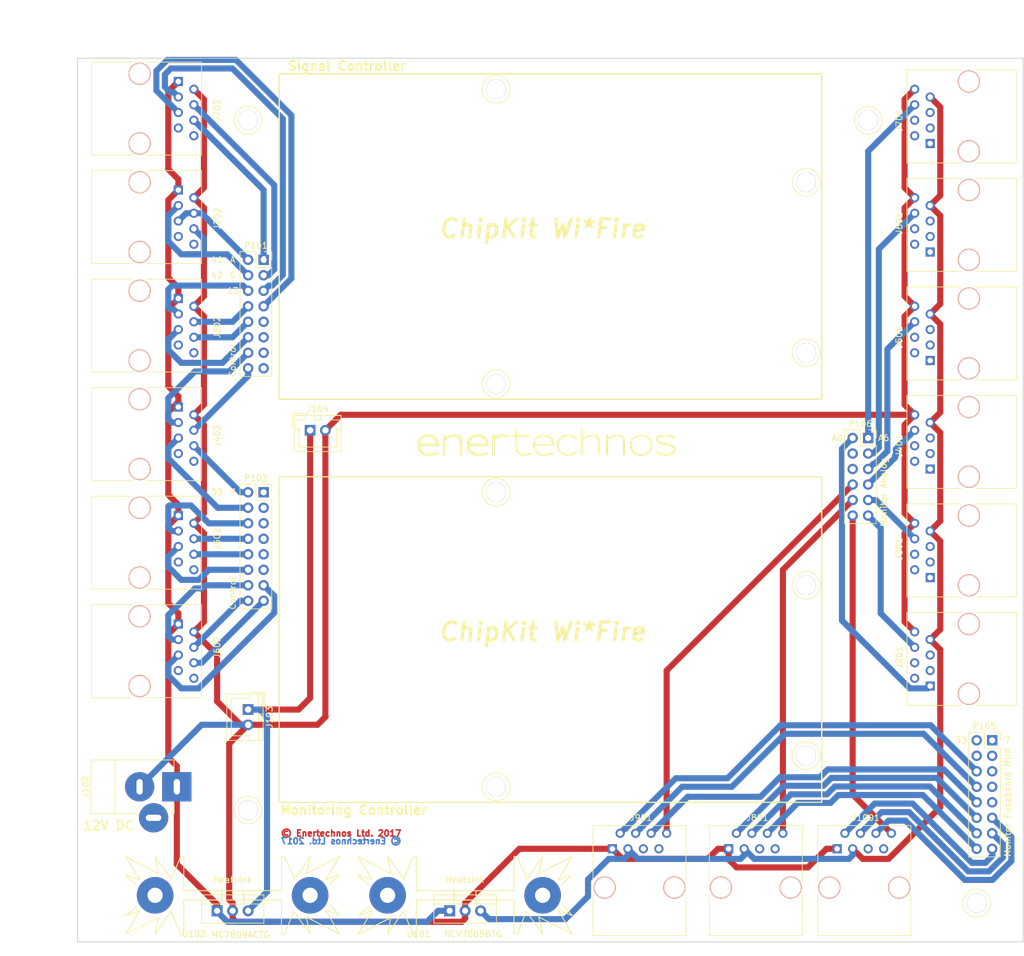
<source format=kicad_pcb>
(kicad_pcb (version 4) (host pcbnew 4.0.7)

  (general
    (links 81)
    (no_connects 0)
    (area 43.104999 20.244999 198.195001 165.175001)
    (thickness 1.6)
    (drawings 26)
    (tracks 366)
    (zones 0)
    (modules 39)
    (nets 46)
  )

  (page A4)
  (title_block
    (title "Breakout Board")
    (date 2017-12-14)
    (rev Rev3.4)
    (company "Enertechnos Ltd.")
    (comment 1 "FOR REVIEW")
  )

  (layers
    (0 F.Cu signal)
    (31 B.Cu signal)
    (32 B.Adhes user)
    (33 F.Adhes user)
    (34 B.Paste user)
    (35 F.Paste user)
    (36 B.SilkS user)
    (37 F.SilkS user)
    (38 B.Mask user)
    (39 F.Mask user)
    (40 Dwgs.User user)
    (41 Cmts.User user)
    (42 Eco1.User user)
    (43 Eco2.User user)
    (44 Edge.Cuts user)
    (45 Margin user)
    (46 B.CrtYd user)
    (47 F.CrtYd user)
    (48 B.Fab user)
    (49 F.Fab user)
  )

  (setup
    (last_trace_width 1)
    (trace_clearance 0.4)
    (zone_clearance 0.508)
    (zone_45_only no)
    (trace_min 0.2)
    (segment_width 0.2)
    (edge_width 0.15)
    (via_size 1.5)
    (via_drill 0.8)
    (via_min_size 0.4)
    (via_min_drill 0.3)
    (uvia_size 0.3)
    (uvia_drill 0.1)
    (uvias_allowed no)
    (uvia_min_size 0.2)
    (uvia_min_drill 0.1)
    (pcb_text_width 0.3)
    (pcb_text_size 1.5 1.5)
    (mod_edge_width 0.15)
    (mod_text_size 1 1)
    (mod_text_width 0.15)
    (pad_size 1.524 1.524)
    (pad_drill 0.762)
    (pad_to_mask_clearance 0.2)
    (aux_axis_origin 0 0)
    (visible_elements 7FFFEFFF)
    (pcbplotparams
      (layerselection 0x00030_80000001)
      (usegerberextensions false)
      (excludeedgelayer true)
      (linewidth 0.100000)
      (plotframeref false)
      (viasonmask false)
      (mode 1)
      (useauxorigin false)
      (hpglpennumber 1)
      (hpglpenspeed 20)
      (hpglpendiameter 15)
      (hpglpenoverlay 2)
      (psnegative false)
      (psa4output false)
      (plotreference true)
      (plotvalue true)
      (plotinvisibletext false)
      (padsonsilk false)
      (subtractmaskfromsilk false)
      (outputformat 1)
      (mirror false)
      (drillshape 1)
      (scaleselection 1)
      (outputdirectory ""))
  )

  (net 0 "")
  (net 1 ARD_TEMP_HB)
  (net 2 ARD_PWM_1)
  (net 3 ARD_PWM_3)
  (net 4 ARD_PWM_2)
  (net 5 ARD_PWM_4)
  (net 6 ARD_TEMP_A)
  (net 7 ARD_GND)
  (net 8 DC_IN)
  (net 9 ARD_PWM_5)
  (net 10 ARD_PWM_6)
  (net 11 ARD_PWM_7)
  (net 12 ARD_PWM_8)
  (net 13 ARD_HBRIDGE_A)
  (net 14 ARD_HBRIDGE_B)
  (net 15 ARD_PWM_9)
  (net 16 ARD_PWM_10)
  (net 17 ARD_PWM_11)
  (net 18 ARD_PWM_12)
  (net 19 ARD_PWM_13)
  (net 20 ARD_PWM_14)
  (net 21 ARD_PWM_15)
  (net 22 ARD_PWM_16)
  (net 23 ARD_TEMP_D)
  (net 24 ARD_TEMP_C)
  (net 25 ARD_TEMP_B)
  (net 26 FB1A)
  (net 27 FB1B)
  (net 28 FB1C)
  (net 29 ARD_VOLTS_1)
  (net 30 FB2A)
  (net 31 FB2B)
  (net 32 FB2C)
  (net 33 ARD_VOLTS_2)
  (net 34 FB3A)
  (net 35 FB3B)
  (net 36 FB3C)
  (net 37 ARD_VOLTS_3)
  (net 38 ARD_TEMP_E)
  (net 39 ARD_CUR_HB)
  (net 40 ARD_VCC)
  (net 41 ARD_PWM_17)
  (net 42 ARD_PWM_18)
  (net 43 ARD_PWM_19)
  (net 44 ARD_PWM_20)
  (net 45 ARD_VIN)

  (net_class Default "This is the default net class."
    (clearance 0.4)
    (trace_width 1)
    (via_dia 1.5)
    (via_drill 0.8)
    (uvia_dia 0.3)
    (uvia_drill 0.1)
    (add_net ARD_CUR_HB)
    (add_net ARD_GND)
    (add_net ARD_HBRIDGE_A)
    (add_net ARD_HBRIDGE_B)
    (add_net ARD_PWM_1)
    (add_net ARD_PWM_10)
    (add_net ARD_PWM_11)
    (add_net ARD_PWM_12)
    (add_net ARD_PWM_13)
    (add_net ARD_PWM_14)
    (add_net ARD_PWM_15)
    (add_net ARD_PWM_16)
    (add_net ARD_PWM_17)
    (add_net ARD_PWM_18)
    (add_net ARD_PWM_19)
    (add_net ARD_PWM_2)
    (add_net ARD_PWM_20)
    (add_net ARD_PWM_3)
    (add_net ARD_PWM_4)
    (add_net ARD_PWM_5)
    (add_net ARD_PWM_6)
    (add_net ARD_PWM_7)
    (add_net ARD_PWM_8)
    (add_net ARD_PWM_9)
    (add_net ARD_TEMP_A)
    (add_net ARD_TEMP_B)
    (add_net ARD_TEMP_C)
    (add_net ARD_TEMP_D)
    (add_net ARD_TEMP_E)
    (add_net ARD_TEMP_HB)
    (add_net ARD_VCC)
    (add_net ARD_VIN)
    (add_net ARD_VOLTS_1)
    (add_net ARD_VOLTS_2)
    (add_net ARD_VOLTS_3)
    (add_net DC_IN)
    (add_net FB1A)
    (add_net FB1B)
    (add_net FB1C)
    (add_net FB2A)
    (add_net FB2B)
    (add_net FB2C)
    (add_net FB3A)
    (add_net FB3B)
    (add_net FB3C)
  )

  (module TO_SOT_Packages_THT:TO-220-3_Vertical (layer F.Cu) (tedit 5A39494B) (tstamp 5A393E81)
    (at 66.04 160.02)
    (descr "TO-220-3, Vertical, RM 2.54mm")
    (tags "TO-220-3 Vertical RM 2.54mm")
    (path /5A395520)
    (fp_text reference U102 (at -3.81 3.81) (layer F.SilkS)
      (effects (font (size 1 1) (thickness 0.15)))
    )
    (fp_text value MC7809ACTG (at 3.81 3.92) (layer F.SilkS)
      (effects (font (size 1 1) (thickness 0.15)))
    )
    (fp_text user %R (at 2.54 -3.62) (layer F.Fab)
      (effects (font (size 1 1) (thickness 0.15)))
    )
    (fp_line (start -2.46 -2.5) (end -2.46 1.9) (layer F.Fab) (width 0.1))
    (fp_line (start -2.46 1.9) (end 7.54 1.9) (layer F.Fab) (width 0.1))
    (fp_line (start 7.54 1.9) (end 7.54 -2.5) (layer F.Fab) (width 0.1))
    (fp_line (start 7.54 -2.5) (end -2.46 -2.5) (layer F.Fab) (width 0.1))
    (fp_line (start -2.46 -1.23) (end 7.54 -1.23) (layer F.Fab) (width 0.1))
    (fp_line (start 0.69 -2.5) (end 0.69 -1.23) (layer F.Fab) (width 0.1))
    (fp_line (start 4.39 -2.5) (end 4.39 -1.23) (layer F.Fab) (width 0.1))
    (fp_line (start -2.58 -2.62) (end 7.66 -2.62) (layer F.SilkS) (width 0.12))
    (fp_line (start -2.58 2.021) (end 7.66 2.021) (layer F.SilkS) (width 0.12))
    (fp_line (start -2.58 -2.62) (end -2.58 2.021) (layer F.SilkS) (width 0.12))
    (fp_line (start 7.66 -2.62) (end 7.66 2.021) (layer F.SilkS) (width 0.12))
    (fp_line (start -2.58 -1.11) (end 7.66 -1.11) (layer F.SilkS) (width 0.12))
    (fp_line (start 0.69 -2.62) (end 0.69 -1.11) (layer F.SilkS) (width 0.12))
    (fp_line (start 4.391 -2.62) (end 4.391 -1.11) (layer F.SilkS) (width 0.12))
    (fp_line (start -2.71 -2.75) (end -2.71 2.16) (layer F.CrtYd) (width 0.05))
    (fp_line (start -2.71 2.16) (end 7.79 2.16) (layer F.CrtYd) (width 0.05))
    (fp_line (start 7.79 2.16) (end 7.79 -2.75) (layer F.CrtYd) (width 0.05))
    (fp_line (start 7.79 -2.75) (end -2.71 -2.75) (layer F.CrtYd) (width 0.05))
    (pad 1 thru_hole rect (at 0 0) (size 1.8 1.8) (drill 1) (layers *.Cu *.Mask)
      (net 8 DC_IN))
    (pad 2 thru_hole oval (at 2.54 0) (size 1.8 1.8) (drill 1) (layers *.Cu *.Mask)
      (net 7 ARD_GND))
    (pad 3 thru_hole oval (at 5.08 0) (size 1.8 1.8) (drill 1) (layers *.Cu *.Mask)
      (net 45 ARD_VIN))
    (model ${KISYS3DMOD}/TO_SOT_Packages_THT.3dshapes/TO-220_Vertical.wrl
      (at (xyz 0.1 0 0))
      (scale (xyz 0.393701 0.393701 0.393701))
      (rotate (xyz 0 0 0))
    )
  )

  (module TO_SOT_Packages_THT:TO-220-3_Vertical (layer F.Cu) (tedit 5A39491A) (tstamp 5A33F908)
    (at 104.14 160.02)
    (descr "TO-220-3, Vertical, RM 2.54mm")
    (tags "TO-220-3 Vertical RM 2.54mm")
    (path /5A342FBC)
    (fp_text reference U101 (at -5.08 3.81) (layer F.SilkS)
      (effects (font (size 1 1) (thickness 0.15)))
    )
    (fp_text value NCV7805BTG (at 3.81 3.81) (layer F.SilkS)
      (effects (font (size 1 1) (thickness 0.15)))
    )
    (fp_text user %R (at 2.54 -3.81) (layer F.Fab)
      (effects (font (size 1 1) (thickness 0.15)))
    )
    (fp_line (start -2.46 -2.5) (end -2.46 1.9) (layer F.Fab) (width 0.1))
    (fp_line (start -2.46 1.9) (end 7.54 1.9) (layer F.Fab) (width 0.1))
    (fp_line (start 7.54 1.9) (end 7.54 -2.5) (layer F.Fab) (width 0.1))
    (fp_line (start 7.54 -2.5) (end -2.46 -2.5) (layer F.Fab) (width 0.1))
    (fp_line (start -2.46 -1.23) (end 7.54 -1.23) (layer F.Fab) (width 0.1))
    (fp_line (start 0.69 -2.5) (end 0.69 -1.23) (layer F.Fab) (width 0.1))
    (fp_line (start 4.39 -2.5) (end 4.39 -1.23) (layer F.Fab) (width 0.1))
    (fp_line (start -2.58 -2.62) (end 7.66 -2.62) (layer F.SilkS) (width 0.12))
    (fp_line (start -2.58 2.021) (end 7.66 2.021) (layer F.SilkS) (width 0.12))
    (fp_line (start -2.58 -2.62) (end -2.58 2.021) (layer F.SilkS) (width 0.12))
    (fp_line (start 7.66 -2.62) (end 7.66 2.021) (layer F.SilkS) (width 0.12))
    (fp_line (start -2.58 -1.11) (end 7.66 -1.11) (layer F.SilkS) (width 0.12))
    (fp_line (start 0.69 -2.62) (end 0.69 -1.11) (layer F.SilkS) (width 0.12))
    (fp_line (start 4.391 -2.62) (end 4.391 -1.11) (layer F.SilkS) (width 0.12))
    (fp_line (start -2.71 -2.75) (end -2.71 2.16) (layer F.CrtYd) (width 0.05))
    (fp_line (start -2.71 2.16) (end 7.79 2.16) (layer F.CrtYd) (width 0.05))
    (fp_line (start 7.79 2.16) (end 7.79 -2.75) (layer F.CrtYd) (width 0.05))
    (fp_line (start 7.79 -2.75) (end -2.71 -2.75) (layer F.CrtYd) (width 0.05))
    (pad 1 thru_hole rect (at 0 0) (size 1.8 1.8) (drill 1) (layers *.Cu *.Mask)
      (net 8 DC_IN))
    (pad 2 thru_hole oval (at 2.54 0) (size 1.8 1.8) (drill 1) (layers *.Cu *.Mask)
      (net 7 ARD_GND))
    (pad 3 thru_hole oval (at 5.08 0) (size 1.8 1.8) (drill 1) (layers *.Cu *.Mask)
      (net 40 ARD_VCC))
    (model ${KISYS3DMOD}/TO_SOT_Packages_THT.3dshapes/TO-220_Vertical.wrl
      (at (xyz 0.1 0 0))
      (scale (xyz 0.393701 0.393701 0.393701))
      (rotate (xyz 0 0 0))
    )
  )

  (module PartsLibraries:Heatsink_AAVID_ML73_25 (layer F.Cu) (tedit 5A3408D9) (tstamp 5A394225)
    (at 68.58 157.48)
    (descr "Heatsink, 35mm x 13mm, 2x Fixation 2,5mm Drill, Soldering, Fischer SK104-STC-STIC,")
    (tags "Heatsink, 35mm x 13mm, 2x Fixation 2,5mm Drill, Soldering, Fischer SK104-STC-STIC, Kuehlkoerper,  Strangkuehlkoerper, Loetbefestigung, for TO-220")
    (fp_text reference Heatsink (at -0.025 -2.54) (layer F.SilkS)
      (effects (font (size 1 1) (thickness 0.15)))
    )
    (fp_text value Heatsink_Heatsink_AAVID_ML73_25_2xDrill2.5mm (at 0.65 9.075) (layer F.Fab)
      (effects (font (size 1 1) (thickness 0.15)))
    )
    (fp_line (start -1.778 -0.762) (end -1.778 0.762) (layer F.SilkS) (width 0.15))
    (fp_line (start 1.778 -0.762) (end 1.778 0.762) (layer F.SilkS) (width 0.15))
    (fp_line (start -8.509 6.35) (end -8.001 6.35) (layer F.SilkS) (width 0.15))
    (fp_line (start 17.526 -6.35) (end 12.065 -3.556) (layer F.SilkS) (width 0.15))
    (fp_line (start 12.065 -3.556) (end 12.7 -6.35) (layer F.SilkS) (width 0.15))
    (fp_line (start -10.033 -2.667) (end -12.7 -6.35) (layer F.SilkS) (width 0.15))
    (fp_line (start -12.7 -6.35) (end -12.192 -3.556) (layer F.SilkS) (width 0.15))
    (fp_line (start -12.192 -3.556) (end -17.526 -6.35) (layer F.SilkS) (width 0.15))
    (fp_line (start -10.16 2.667) (end -12.7 6.35) (layer F.SilkS) (width 0.15))
    (fp_line (start -12.7 6.35) (end -12.192 3.683) (layer F.SilkS) (width 0.15))
    (fp_line (start -12.192 3.683) (end -17.526 6.35) (layer F.SilkS) (width 0.15))
    (fp_line (start -15.24 2.54) (end -17.526 6.35) (layer F.SilkS) (width 0.15))
    (fp_line (start -15.24 -2.54) (end -17.526 -6.35) (layer F.SilkS) (width 0.15))
    (fp_line (start 8.001 -6.35) (end 8.382 -6.35) (layer F.SilkS) (width 0.15))
    (fp_line (start 8.001 6.35) (end 8.509 6.35) (layer F.SilkS) (width 0.15))
    (fp_line (start 10.033 2.667) (end 12.7 6.35) (layer F.SilkS) (width 0.15))
    (fp_line (start 12.7 6.35) (end 12.065 3.556) (layer F.SilkS) (width 0.15))
    (fp_line (start 12.065 3.556) (end 17.526 6.35) (layer F.SilkS) (width 0.15))
    (fp_line (start 15.24 2.413) (end 17.526 3.302) (layer F.SilkS) (width 0.15))
    (fp_line (start 17.526 3.302) (end 16.002 1.524) (layer F.SilkS) (width 0.15))
    (fp_line (start 17.526 6.35) (end 15.24 2.413) (layer F.SilkS) (width 0.15))
    (fp_line (start 15.24 -2.54) (end 17.399 -3.302) (layer F.SilkS) (width 0.15))
    (fp_line (start 17.399 -3.302) (end 15.875 -1.778) (layer F.SilkS) (width 0.15))
    (fp_line (start 17.526 -6.35) (end 15.24 -2.54) (layer F.SilkS) (width 0.15))
    (fp_line (start 10.16 -2.667) (end 12.7 -6.35) (layer F.SilkS) (width 0.15))
    (fp_line (start 8.509 6.35) (end 10.033 2.667) (layer F.SilkS) (width 0.15))
    (fp_line (start 8.509 -6.35) (end 10.16 -2.667) (layer F.SilkS) (width 0.15))
    (fp_line (start -8.509 6.35) (end -10.16 2.54) (layer F.SilkS) (width 0.15))
    (fp_line (start -8.001 -6.35) (end -8.509 -6.35) (layer F.SilkS) (width 0.15))
    (fp_line (start -8.509 -6.35) (end -10.033 -2.667) (layer F.SilkS) (width 0.15))
    (fp_line (start -17.526 3.302) (end -15.748 1.905) (layer F.SilkS) (width 0.15))
    (fp_line (start -17.653 -3.302) (end -15.875 -1.778) (layer F.SilkS) (width 0.15))
    (fp_line (start -17.526 3.302) (end -15.24 2.54) (layer F.SilkS) (width 0.15))
    (fp_line (start -17.526 -3.302) (end -15.24 -2.54) (layer F.SilkS) (width 0.15))
    (fp_line (start 0 0.762) (end -8.001 0.762) (layer F.SilkS) (width 0.15))
    (fp_line (start -8.001 0.762) (end -8.001 6.35) (layer F.SilkS) (width 0.15))
    (fp_line (start 0 0.762) (end 8.001 0.762) (layer F.SilkS) (width 0.15))
    (fp_line (start 8.001 0.762) (end 8.001 6.35) (layer F.SilkS) (width 0.15))
    (fp_line (start 0 -0.762) (end -8.001 -0.762) (layer F.SilkS) (width 0.15))
    (fp_line (start -8.001 -0.762) (end -8.001 -6.35) (layer F.SilkS) (width 0.15))
    (fp_line (start 0 -0.762) (end 8.001 -0.762) (layer F.SilkS) (width 0.15))
    (fp_line (start 8.001 -0.762) (end 8.001 -6.35) (layer F.SilkS) (width 0.15))
    (pad 1 thru_hole circle (at 12.7 0) (size 5.99948 5.99948) (drill 2.49936) (layers *.Cu *.Mask))
    (pad 1 thru_hole circle (at -12.7 0) (size 5.99948 5.99948) (drill 2.49936) (layers *.Cu *.Mask))
    (model C:/Development/mlihardware/3D/Heatsink_30mm.wrl
      (at (xyz 0 0 0))
      (scale (xyz 1 1 1))
      (rotate (xyz 270 0 0))
    )
  )

  (module PartsLibraries:MountingHole (layer F.Cu) (tedit 5A393192) (tstamp 5A393673)
    (at 71.12 143.51)
    (descr "module 1 pin (ou trou mecanique de percage)")
    (tags DEV)
    (fp_text reference "" (at 0 -3.048) (layer F.SilkS)
      (effects (font (size 1 1) (thickness 0.15)))
    )
    (fp_text value Mount (at 0 3) (layer F.Fab)
      (effects (font (size 1 1) (thickness 0.15)))
    )
    (fp_circle (center 0 0) (end 2 0.8) (layer F.Fab) (width 0.1))
    (fp_circle (center 0 0) (end 2.6 0) (layer F.CrtYd) (width 0.05))
    (fp_circle (center 0 0) (end 0 -2.286) (layer F.SilkS) (width 0.12))
    (pad 1 thru_hole circle (at 0 0) (size 3.2 3.2) (drill 3.2) (layers *.Cu *.Mask)
      (clearance 1))
  )

  (module PartsLibraries:MountingHole (layer F.Cu) (tedit 5A393192) (tstamp 5A393667)
    (at 190.5 158.75)
    (descr "module 1 pin (ou trou mecanique de percage)")
    (tags DEV)
    (fp_text reference "" (at 0 -3.048) (layer F.SilkS)
      (effects (font (size 1 1) (thickness 0.15)))
    )
    (fp_text value Mount (at 0 3) (layer F.Fab)
      (effects (font (size 1 1) (thickness 0.15)))
    )
    (fp_circle (center 0 0) (end 2 0.8) (layer F.Fab) (width 0.1))
    (fp_circle (center 0 0) (end 2.6 0) (layer F.CrtYd) (width 0.05))
    (fp_circle (center 0 0) (end 0 -2.286) (layer F.SilkS) (width 0.12))
    (pad 1 thru_hole circle (at 0 0) (size 3.2 3.2) (drill 3.2) (layers *.Cu *.Mask)
      (clearance 1))
  )

  (module PartsLibraries:MountingHole (layer F.Cu) (tedit 5A393192) (tstamp 5A393660)
    (at 172.72 30.48)
    (descr "module 1 pin (ou trou mecanique de percage)")
    (tags DEV)
    (fp_text reference "" (at 0 -3.048) (layer F.SilkS)
      (effects (font (size 1 1) (thickness 0.15)))
    )
    (fp_text value Mount (at 0 3) (layer F.Fab)
      (effects (font (size 1 1) (thickness 0.15)))
    )
    (fp_circle (center 0 0) (end 2 0.8) (layer F.Fab) (width 0.1))
    (fp_circle (center 0 0) (end 2.6 0) (layer F.CrtYd) (width 0.05))
    (fp_circle (center 0 0) (end 0 -2.286) (layer F.SilkS) (width 0.12))
    (pad 1 thru_hole circle (at 0 0) (size 3.2 3.2) (drill 3.2) (layers *.Cu *.Mask)
      (clearance 1))
  )

  (module PartsLibraries:MountingHole (layer F.Cu) (tedit 5A393192) (tstamp 5A393651)
    (at 71.12 30.48)
    (descr "module 1 pin (ou trou mecanique de percage)")
    (tags DEV)
    (fp_text reference "" (at 0 -3.048) (layer F.SilkS)
      (effects (font (size 1 1) (thickness 0.15)))
    )
    (fp_text value Mount (at 0 3) (layer F.Fab)
      (effects (font (size 1 1) (thickness 0.15)))
    )
    (fp_circle (center 0 0) (end 2 0.8) (layer F.Fab) (width 0.1))
    (fp_circle (center 0 0) (end 2.6 0) (layer F.CrtYd) (width 0.05))
    (fp_circle (center 0 0) (end 0 -2.286) (layer F.SilkS) (width 0.12))
    (pad 1 thru_hole circle (at 0 0) (size 3.2 3.2) (drill 3.2) (layers *.Cu *.Mask)
      (clearance 1))
  )

  (module PartsLibraries:MountingHole (layer F.Cu) (tedit 5A393192) (tstamp 5A393648)
    (at 162.56 106.68)
    (descr "module 1 pin (ou trou mecanique de percage)")
    (tags DEV)
    (fp_text reference "" (at 0 -3.048) (layer F.SilkS)
      (effects (font (size 1 1) (thickness 0.15)))
    )
    (fp_text value Mount (at 0 3) (layer F.Fab)
      (effects (font (size 1 1) (thickness 0.15)))
    )
    (fp_circle (center 0 0) (end 2 0.8) (layer F.Fab) (width 0.1))
    (fp_circle (center 0 0) (end 2.6 0) (layer F.CrtYd) (width 0.05))
    (fp_circle (center 0 0) (end 0 -2.286) (layer F.SilkS) (width 0.12))
    (pad 1 thru_hole circle (at 0 0) (size 3.2 3.2) (drill 3.2) (layers *.Cu *.Mask)
      (clearance 1))
  )

  (module PartsLibraries:MountingHole (layer F.Cu) (tedit 5A393192) (tstamp 5A393641)
    (at 111.76 91.44)
    (descr "module 1 pin (ou trou mecanique de percage)")
    (tags DEV)
    (fp_text reference "" (at 0 -3.048) (layer F.SilkS)
      (effects (font (size 1 1) (thickness 0.15)))
    )
    (fp_text value Mount (at 0 3) (layer F.Fab)
      (effects (font (size 1 1) (thickness 0.15)))
    )
    (fp_circle (center 0 0) (end 2 0.8) (layer F.Fab) (width 0.1))
    (fp_circle (center 0 0) (end 2.6 0) (layer F.CrtYd) (width 0.05))
    (fp_circle (center 0 0) (end 0 -2.286) (layer F.SilkS) (width 0.12))
    (pad 1 thru_hole circle (at 0 0) (size 3.2 3.2) (drill 3.2) (layers *.Cu *.Mask)
      (clearance 1))
  )

  (module PartsLibraries:MountingHole (layer F.Cu) (tedit 5A393192) (tstamp 5A39363A)
    (at 162.56 134.62)
    (descr "module 1 pin (ou trou mecanique de percage)")
    (tags DEV)
    (fp_text reference "" (at 0 -3.048) (layer F.SilkS)
      (effects (font (size 1 1) (thickness 0.15)))
    )
    (fp_text value Mount (at 0 3) (layer F.Fab)
      (effects (font (size 1 1) (thickness 0.15)))
    )
    (fp_circle (center 0 0) (end 2 0.8) (layer F.Fab) (width 0.1))
    (fp_circle (center 0 0) (end 2.6 0) (layer F.CrtYd) (width 0.05))
    (fp_circle (center 0 0) (end 0 -2.286) (layer F.SilkS) (width 0.12))
    (pad 1 thru_hole circle (at 0 0) (size 3.2 3.2) (drill 3.2) (layers *.Cu *.Mask)
      (clearance 1))
  )

  (module PartsLibraries:MountingHole (layer F.Cu) (tedit 5A393192) (tstamp 5A393633)
    (at 111.76 139.7)
    (descr "module 1 pin (ou trou mecanique de percage)")
    (tags DEV)
    (fp_text reference "" (at 0 -3.048) (layer F.SilkS)
      (effects (font (size 1 1) (thickness 0.15)))
    )
    (fp_text value Mount (at 0 3) (layer F.Fab)
      (effects (font (size 1 1) (thickness 0.15)))
    )
    (fp_circle (center 0 0) (end 2 0.8) (layer F.Fab) (width 0.1))
    (fp_circle (center 0 0) (end 2.6 0) (layer F.CrtYd) (width 0.05))
    (fp_circle (center 0 0) (end 0 -2.286) (layer F.SilkS) (width 0.12))
    (pad 1 thru_hole circle (at 0 0) (size 3.2 3.2) (drill 3.2) (layers *.Cu *.Mask)
      (clearance 1))
  )

  (module PartsLibraries:MountingHole (layer F.Cu) (tedit 5A393192) (tstamp 5A393621)
    (at 162.56 40.64)
    (descr "module 1 pin (ou trou mecanique de percage)")
    (tags DEV)
    (fp_text reference "" (at 0 -3.048) (layer F.SilkS)
      (effects (font (size 1 1) (thickness 0.15)))
    )
    (fp_text value Mount (at 0 3) (layer F.Fab)
      (effects (font (size 1 1) (thickness 0.15)))
    )
    (fp_circle (center 0 0) (end 2 0.8) (layer F.Fab) (width 0.1))
    (fp_circle (center 0 0) (end 2.6 0) (layer F.CrtYd) (width 0.05))
    (fp_circle (center 0 0) (end 0 -2.286) (layer F.SilkS) (width 0.12))
    (pad 1 thru_hole circle (at 0 0) (size 3.2 3.2) (drill 3.2) (layers *.Cu *.Mask)
      (clearance 1))
  )

  (module PartsLibraries:MountingHole (layer F.Cu) (tedit 5A393192) (tstamp 5A393613)
    (at 162.56 68.58)
    (descr "module 1 pin (ou trou mecanique de percage)")
    (tags DEV)
    (fp_text reference "" (at 0 -3.048) (layer F.SilkS)
      (effects (font (size 1 1) (thickness 0.15)))
    )
    (fp_text value Mount (at 0 3) (layer F.Fab)
      (effects (font (size 1 1) (thickness 0.15)))
    )
    (fp_circle (center 0 0) (end 2 0.8) (layer F.Fab) (width 0.1))
    (fp_circle (center 0 0) (end 2.6 0) (layer F.CrtYd) (width 0.05))
    (fp_circle (center 0 0) (end 0 -2.286) (layer F.SilkS) (width 0.12))
    (pad 1 thru_hole circle (at 0 0) (size 3.2 3.2) (drill 3.2) (layers *.Cu *.Mask)
      (clearance 1))
  )

  (module PartsLibraries:MountingHole (layer F.Cu) (tedit 5A393192) (tstamp 5A39360C)
    (at 111.76 73.66)
    (descr "module 1 pin (ou trou mecanique de percage)")
    (tags DEV)
    (fp_text reference "" (at 0 -3.048) (layer F.SilkS)
      (effects (font (size 1 1) (thickness 0.15)))
    )
    (fp_text value Mount (at 0 3) (layer F.Fab)
      (effects (font (size 1 1) (thickness 0.15)))
    )
    (fp_circle (center 0 0) (end 2 0.8) (layer F.Fab) (width 0.1))
    (fp_circle (center 0 0) (end 2.6 0) (layer F.CrtYd) (width 0.05))
    (fp_circle (center 0 0) (end 0 -2.286) (layer F.SilkS) (width 0.12))
    (pad 1 thru_hole circle (at 0 0) (size 3.2 3.2) (drill 3.2) (layers *.Cu *.Mask)
      (clearance 1))
  )

  (module PartsLibraries:MountingHole (layer F.Cu) (tedit 5A393192) (tstamp 5A3935DE)
    (at 111.76 25.4)
    (descr "module 1 pin (ou trou mecanique de percage)")
    (tags DEV)
    (fp_text reference "" (at 0 -3.048) (layer F.SilkS)
      (effects (font (size 1 1) (thickness 0.15)))
    )
    (fp_text value Mount (at 0 3) (layer F.Fab)
      (effects (font (size 1 1) (thickness 0.15)))
    )
    (fp_circle (center 0 0) (end 2 0.8) (layer F.Fab) (width 0.1))
    (fp_circle (center 0 0) (end 2.6 0) (layer F.CrtYd) (width 0.05))
    (fp_circle (center 0 0) (end 0 -2.286) (layer F.SilkS) (width 0.12))
    (pad 1 thru_hole circle (at 0 0) (size 3.2 3.2) (drill 3.2) (layers *.Cu *.Mask)
      (clearance 1))
  )

  (module PartsLibraries:Heatsink_AAVID_ML73_25 (layer F.Cu) (tedit 5A3408D9) (tstamp 5A341969)
    (at 106.68 157.48)
    (descr "Heatsink, 35mm x 13mm, 2x Fixation 2,5mm Drill, Soldering, Fischer SK104-STC-STIC,")
    (tags "Heatsink, 35mm x 13mm, 2x Fixation 2,5mm Drill, Soldering, Fischer SK104-STC-STIC, Kuehlkoerper,  Strangkuehlkoerper, Loetbefestigung, for TO-220")
    (fp_text reference Heatsink (at -0.025 -2.54) (layer F.SilkS)
      (effects (font (size 1 1) (thickness 0.15)))
    )
    (fp_text value Heatsink_Heatsink_AAVID_ML73_25_2xDrill2.5mm (at 0.65 9.075) (layer F.Fab)
      (effects (font (size 1 1) (thickness 0.15)))
    )
    (fp_line (start -1.778 -0.762) (end -1.778 0.762) (layer F.SilkS) (width 0.15))
    (fp_line (start 1.778 -0.762) (end 1.778 0.762) (layer F.SilkS) (width 0.15))
    (fp_line (start -8.509 6.35) (end -8.001 6.35) (layer F.SilkS) (width 0.15))
    (fp_line (start 17.526 -6.35) (end 12.065 -3.556) (layer F.SilkS) (width 0.15))
    (fp_line (start 12.065 -3.556) (end 12.7 -6.35) (layer F.SilkS) (width 0.15))
    (fp_line (start -10.033 -2.667) (end -12.7 -6.35) (layer F.SilkS) (width 0.15))
    (fp_line (start -12.7 -6.35) (end -12.192 -3.556) (layer F.SilkS) (width 0.15))
    (fp_line (start -12.192 -3.556) (end -17.526 -6.35) (layer F.SilkS) (width 0.15))
    (fp_line (start -10.16 2.667) (end -12.7 6.35) (layer F.SilkS) (width 0.15))
    (fp_line (start -12.7 6.35) (end -12.192 3.683) (layer F.SilkS) (width 0.15))
    (fp_line (start -12.192 3.683) (end -17.526 6.35) (layer F.SilkS) (width 0.15))
    (fp_line (start -15.24 2.54) (end -17.526 6.35) (layer F.SilkS) (width 0.15))
    (fp_line (start -15.24 -2.54) (end -17.526 -6.35) (layer F.SilkS) (width 0.15))
    (fp_line (start 8.001 -6.35) (end 8.382 -6.35) (layer F.SilkS) (width 0.15))
    (fp_line (start 8.001 6.35) (end 8.509 6.35) (layer F.SilkS) (width 0.15))
    (fp_line (start 10.033 2.667) (end 12.7 6.35) (layer F.SilkS) (width 0.15))
    (fp_line (start 12.7 6.35) (end 12.065 3.556) (layer F.SilkS) (width 0.15))
    (fp_line (start 12.065 3.556) (end 17.526 6.35) (layer F.SilkS) (width 0.15))
    (fp_line (start 15.24 2.413) (end 17.526 3.302) (layer F.SilkS) (width 0.15))
    (fp_line (start 17.526 3.302) (end 16.002 1.524) (layer F.SilkS) (width 0.15))
    (fp_line (start 17.526 6.35) (end 15.24 2.413) (layer F.SilkS) (width 0.15))
    (fp_line (start 15.24 -2.54) (end 17.399 -3.302) (layer F.SilkS) (width 0.15))
    (fp_line (start 17.399 -3.302) (end 15.875 -1.778) (layer F.SilkS) (width 0.15))
    (fp_line (start 17.526 -6.35) (end 15.24 -2.54) (layer F.SilkS) (width 0.15))
    (fp_line (start 10.16 -2.667) (end 12.7 -6.35) (layer F.SilkS) (width 0.15))
    (fp_line (start 8.509 6.35) (end 10.033 2.667) (layer F.SilkS) (width 0.15))
    (fp_line (start 8.509 -6.35) (end 10.16 -2.667) (layer F.SilkS) (width 0.15))
    (fp_line (start -8.509 6.35) (end -10.16 2.54) (layer F.SilkS) (width 0.15))
    (fp_line (start -8.001 -6.35) (end -8.509 -6.35) (layer F.SilkS) (width 0.15))
    (fp_line (start -8.509 -6.35) (end -10.033 -2.667) (layer F.SilkS) (width 0.15))
    (fp_line (start -17.526 3.302) (end -15.748 1.905) (layer F.SilkS) (width 0.15))
    (fp_line (start -17.653 -3.302) (end -15.875 -1.778) (layer F.SilkS) (width 0.15))
    (fp_line (start -17.526 3.302) (end -15.24 2.54) (layer F.SilkS) (width 0.15))
    (fp_line (start -17.526 -3.302) (end -15.24 -2.54) (layer F.SilkS) (width 0.15))
    (fp_line (start 0 0.762) (end -8.001 0.762) (layer F.SilkS) (width 0.15))
    (fp_line (start -8.001 0.762) (end -8.001 6.35) (layer F.SilkS) (width 0.15))
    (fp_line (start 0 0.762) (end 8.001 0.762) (layer F.SilkS) (width 0.15))
    (fp_line (start 8.001 0.762) (end 8.001 6.35) (layer F.SilkS) (width 0.15))
    (fp_line (start 0 -0.762) (end -8.001 -0.762) (layer F.SilkS) (width 0.15))
    (fp_line (start -8.001 -0.762) (end -8.001 -6.35) (layer F.SilkS) (width 0.15))
    (fp_line (start 0 -0.762) (end 8.001 -0.762) (layer F.SilkS) (width 0.15))
    (fp_line (start 8.001 -0.762) (end 8.001 -6.35) (layer F.SilkS) (width 0.15))
    (pad 1 thru_hole circle (at 12.7 0) (size 5.99948 5.99948) (drill 2.49936) (layers *.Cu *.Mask))
    (pad 1 thru_hole circle (at -12.7 0) (size 5.99948 5.99948) (drill 2.49936) (layers *.Cu *.Mask))
    (model C:/Development/mlihardware/3D/Heatsink_30mm.wrl
      (at (xyz 0 0 0))
      (scale (xyz 1 1 1))
      (rotate (xyz 270 0 0))
    )
  )

  (module Socket_Strips:Socket_Strip_Straight_2x08_Pitch2.54mm (layer F.Cu) (tedit 5A32ADF2) (tstamp 5A2EB8F3)
    (at 73.66 91.44)
    (descr "Through hole straight socket strip, 2x08, 2.54mm pitch, double rows")
    (tags "Through hole socket strip THT 2x08 2.54mm double row")
    (path /599EFF88)
    (fp_text reference P102 (at -1.27 -2.33) (layer F.SilkS)
      (effects (font (size 1 1) (thickness 0.15)))
    )
    (fp_text value Digital (at -1.27 20.11) (layer F.Fab)
      (effects (font (size 1 1) (thickness 0.15)))
    )
    (fp_text user 7 (at -5.08 0) (layer F.SilkS)
      (effects (font (size 1 1) (thickness 0.15)))
    )
    (fp_text user 33 (at -7.62 0) (layer F.SilkS)
      (effects (font (size 1 1) (thickness 0.15)))
    )
    (fp_text user Control (at -5.08 16.51 90) (layer F.SilkS)
      (effects (font (size 1 1) (thickness 0.15)))
    )
    (fp_line (start -3.81 -1.27) (end -3.81 19.05) (layer F.Fab) (width 0.1))
    (fp_line (start -3.81 19.05) (end 1.27 19.05) (layer F.Fab) (width 0.1))
    (fp_line (start 1.27 19.05) (end 1.27 -1.27) (layer F.Fab) (width 0.1))
    (fp_line (start 1.27 -1.27) (end -3.81 -1.27) (layer F.Fab) (width 0.1))
    (fp_line (start 1.33 1.27) (end 1.33 19.11) (layer F.SilkS) (width 0.12))
    (fp_line (start 1.33 19.11) (end -3.87 19.11) (layer F.SilkS) (width 0.12))
    (fp_line (start -3.87 19.11) (end -3.87 -1.33) (layer F.SilkS) (width 0.12))
    (fp_line (start -3.87 -1.33) (end -1.27 -1.33) (layer F.SilkS) (width 0.12))
    (fp_line (start -1.27 -1.33) (end -1.27 1.27) (layer F.SilkS) (width 0.12))
    (fp_line (start -1.27 1.27) (end 1.33 1.27) (layer F.SilkS) (width 0.12))
    (fp_line (start 1.33 0) (end 1.33 -1.33) (layer F.SilkS) (width 0.12))
    (fp_line (start 1.33 -1.33) (end 0.06 -1.33) (layer F.SilkS) (width 0.12))
    (fp_line (start -4.35 -1.8) (end -4.35 19.55) (layer F.CrtYd) (width 0.05))
    (fp_line (start -4.35 19.55) (end 1.8 19.55) (layer F.CrtYd) (width 0.05))
    (fp_line (start 1.8 19.55) (end 1.8 -1.8) (layer F.CrtYd) (width 0.05))
    (fp_line (start 1.8 -1.8) (end -4.35 -1.8) (layer F.CrtYd) (width 0.05))
    (fp_text user %R (at -1.27 -2.33) (layer F.Fab)
      (effects (font (size 1 1) (thickness 0.15)))
    )
    (pad 1 thru_hole rect (at 0 0) (size 1.7 1.7) (drill 1) (layers *.Cu *.Mask))
    (pad 2 thru_hole oval (at -2.54 0) (size 1.7 1.7) (drill 1) (layers *.Cu *.Mask)
      (net 12 ARD_PWM_8))
    (pad 3 thru_hole oval (at 0 2.54) (size 1.7 1.7) (drill 1) (layers *.Cu *.Mask))
    (pad 4 thru_hole oval (at -2.54 2.54) (size 1.7 1.7) (drill 1) (layers *.Cu *.Mask)
      (net 11 ARD_PWM_7))
    (pad 5 thru_hole oval (at 0 5.08) (size 1.7 1.7) (drill 1) (layers *.Cu *.Mask))
    (pad 6 thru_hole oval (at -2.54 5.08) (size 1.7 1.7) (drill 1) (layers *.Cu *.Mask)
      (net 15 ARD_PWM_9))
    (pad 7 thru_hole oval (at 0 7.62) (size 1.7 1.7) (drill 1) (layers *.Cu *.Mask))
    (pad 8 thru_hole oval (at -2.54 7.62) (size 1.7 1.7) (drill 1) (layers *.Cu *.Mask)
      (net 16 ARD_PWM_10))
    (pad 9 thru_hole oval (at 0 10.16) (size 1.7 1.7) (drill 1) (layers *.Cu *.Mask))
    (pad 10 thru_hole oval (at -2.54 10.16) (size 1.7 1.7) (drill 1) (layers *.Cu *.Mask)
      (net 18 ARD_PWM_12))
    (pad 11 thru_hole oval (at 0 12.7) (size 1.7 1.7) (drill 1) (layers *.Cu *.Mask))
    (pad 12 thru_hole oval (at -2.54 12.7) (size 1.7 1.7) (drill 1) (layers *.Cu *.Mask)
      (net 17 ARD_PWM_11))
    (pad 13 thru_hole oval (at 0 15.24) (size 1.7 1.7) (drill 1) (layers *.Cu *.Mask)
      (net 21 ARD_PWM_15))
    (pad 14 thru_hole oval (at -2.54 15.24) (size 1.7 1.7) (drill 1) (layers *.Cu *.Mask)
      (net 19 ARD_PWM_13))
    (pad 15 thru_hole oval (at 0 17.78) (size 1.7 1.7) (drill 1) (layers *.Cu *.Mask)
      (net 22 ARD_PWM_16))
    (pad 16 thru_hole oval (at -2.54 17.78) (size 1.7 1.7) (drill 1) (layers *.Cu *.Mask)
      (net 20 ARD_PWM_14))
    (model ${KISYS3DMOD}/Socket_Strips.3dshapes/Socket_Strip_Straight_2x08_Pitch2.54mm.wrl
      (at (xyz -0.05 -0.35 0))
      (scale (xyz 1 1 1))
      (rotate (xyz 0 0 270))
    )
  )

  (module Socket_Strips:Socket_Strip_Straight_2x08_Pitch2.54mm (layer F.Cu) (tedit 5A32AD16) (tstamp 5A2EB8CE)
    (at 73.66 53.34)
    (descr "Through hole straight socket strip, 2x08, 2.54mm pitch, double rows")
    (tags "Through hole socket strip THT 2x08 2.54mm double row")
    (path /599F28C2)
    (fp_text reference P101 (at -1.27 -2.33) (layer F.SilkS)
      (effects (font (size 1 1) (thickness 0.15)))
    )
    (fp_text value Digital (at -1.27 20.11) (layer F.Fab)
      (effects (font (size 1 1) (thickness 0.15)))
    )
    (fp_text user Control (at -5.08 16.51 90) (layer F.SilkS)
      (effects (font (size 1 1) (thickness 0.15)))
    )
    (fp_text user 42 (at -7.62 2.54) (layer F.SilkS)
      (effects (font (size 1 1) (thickness 0.15)))
    )
    (fp_text user 41 (at -7.62 0) (layer F.SilkS)
      (effects (font (size 1 1) (thickness 0.15)))
    )
    (fp_text user 13 (at -5.08 5.08) (layer F.SilkS)
      (effects (font (size 1 1) (thickness 0.15)))
    )
    (fp_text user G (at -5.08 2.54) (layer F.SilkS)
      (effects (font (size 1 1) (thickness 0.15)))
    )
    (fp_text user G (at 0 0) (layer F.SilkS)
      (effects (font (size 1 1) (thickness 0.15)))
    )
    (fp_text user A (at -5.08 0) (layer F.SilkS)
      (effects (font (size 1 1) (thickness 0.15)))
    )
    (fp_line (start -3.81 -1.27) (end -3.81 19.05) (layer F.Fab) (width 0.1))
    (fp_line (start -3.81 19.05) (end 1.27 19.05) (layer F.Fab) (width 0.1))
    (fp_line (start 1.27 19.05) (end 1.27 -1.27) (layer F.Fab) (width 0.1))
    (fp_line (start 1.27 -1.27) (end -3.81 -1.27) (layer F.Fab) (width 0.1))
    (fp_line (start 1.33 1.27) (end 1.33 19.11) (layer F.SilkS) (width 0.12))
    (fp_line (start 1.33 19.11) (end -3.87 19.11) (layer F.SilkS) (width 0.12))
    (fp_line (start -3.87 19.11) (end -3.87 -1.33) (layer F.SilkS) (width 0.12))
    (fp_line (start -3.87 -1.33) (end -1.27 -1.33) (layer F.SilkS) (width 0.12))
    (fp_line (start -1.27 -1.33) (end -1.27 1.27) (layer F.SilkS) (width 0.12))
    (fp_line (start -1.27 1.27) (end 1.33 1.27) (layer F.SilkS) (width 0.12))
    (fp_line (start 1.33 0) (end 1.33 -1.33) (layer F.SilkS) (width 0.12))
    (fp_line (start 1.33 -1.33) (end 0.06 -1.33) (layer F.SilkS) (width 0.12))
    (fp_line (start -4.35 -1.8) (end -4.35 19.55) (layer F.CrtYd) (width 0.05))
    (fp_line (start -4.35 19.55) (end 1.8 19.55) (layer F.CrtYd) (width 0.05))
    (fp_line (start 1.8 19.55) (end 1.8 -1.8) (layer F.CrtYd) (width 0.05))
    (fp_line (start 1.8 -1.8) (end -4.35 -1.8) (layer F.CrtYd) (width 0.05))
    (fp_text user %R (at -1.27 -2.33) (layer F.Fab)
      (effects (font (size 1 1) (thickness 0.15)))
    )
    (pad 1 thru_hole rect (at 0 0) (size 1.7 1.7) (drill 1) (layers *.Cu *.Mask)
      (net 44 ARD_PWM_20))
    (pad 2 thru_hole oval (at -2.54 0) (size 1.7 1.7) (drill 1) (layers *.Cu *.Mask)
      (net 14 ARD_HBRIDGE_B))
    (pad 3 thru_hole oval (at 0 2.54) (size 1.7 1.7) (drill 1) (layers *.Cu *.Mask)
      (net 42 ARD_PWM_18))
    (pad 4 thru_hole oval (at -2.54 2.54) (size 1.7 1.7) (drill 1) (layers *.Cu *.Mask)
      (net 13 ARD_HBRIDGE_A))
    (pad 5 thru_hole oval (at 0 5.08) (size 1.7 1.7) (drill 1) (layers *.Cu *.Mask)
      (net 41 ARD_PWM_17))
    (pad 6 thru_hole oval (at -2.54 5.08) (size 1.7 1.7) (drill 1) (layers *.Cu *.Mask)
      (net 2 ARD_PWM_1))
    (pad 7 thru_hole oval (at 0 7.62) (size 1.7 1.7) (drill 1) (layers *.Cu *.Mask)
      (net 43 ARD_PWM_19))
    (pad 8 thru_hole oval (at -2.54 7.62) (size 1.7 1.7) (drill 1) (layers *.Cu *.Mask)
      (net 4 ARD_PWM_2))
    (pad 9 thru_hole oval (at 0 10.16) (size 1.7 1.7) (drill 1) (layers *.Cu *.Mask))
    (pad 10 thru_hole oval (at -2.54 10.16) (size 1.7 1.7) (drill 1) (layers *.Cu *.Mask)
      (net 5 ARD_PWM_4))
    (pad 11 thru_hole oval (at 0 12.7) (size 1.7 1.7) (drill 1) (layers *.Cu *.Mask))
    (pad 12 thru_hole oval (at -2.54 12.7) (size 1.7 1.7) (drill 1) (layers *.Cu *.Mask)
      (net 3 ARD_PWM_3))
    (pad 13 thru_hole oval (at 0 15.24) (size 1.7 1.7) (drill 1) (layers *.Cu *.Mask))
    (pad 14 thru_hole oval (at -2.54 15.24) (size 1.7 1.7) (drill 1) (layers *.Cu *.Mask)
      (net 9 ARD_PWM_5))
    (pad 15 thru_hole oval (at 0 17.78) (size 1.7 1.7) (drill 1) (layers *.Cu *.Mask))
    (pad 16 thru_hole oval (at -2.54 17.78) (size 1.7 1.7) (drill 1) (layers *.Cu *.Mask)
      (net 10 ARD_PWM_6))
    (model ${KISYS3DMOD}/Socket_Strips.3dshapes/Socket_Strip_Straight_2x08_Pitch2.54mm.wrl
      (at (xyz -0.05 -0.35 0))
      (scale (xyz 1 1 1))
      (rotate (xyz 0 0 270))
    )
  )

  (module Socket_Strips:Socket_Strip_Straight_2x08_Pitch2.54mm (layer F.Cu) (tedit 5A32AD7D) (tstamp 5A317B9B)
    (at 193.04 132.08)
    (descr "Through hole straight socket strip, 2x08, 2.54mm pitch, double rows")
    (tags "Through hole socket strip THT 2x08 2.54mm double row")
    (path /599F76EC)
    (fp_text reference P105 (at -1.27 -2.33) (layer F.SilkS)
      (effects (font (size 1 1) (thickness 0.15)))
    )
    (fp_text value Digital (at -1.27 20.11) (layer F.Fab)
      (effects (font (size 1 1) (thickness 0.15)))
    )
    (fp_text user 7 (at 2.54 0) (layer F.SilkS)
      (effects (font (size 1 1) (thickness 0.15)))
    )
    (fp_text user 33 (at -5.08 0) (layer F.SilkS)
      (effects (font (size 1 1) (thickness 0.15)))
    )
    (fp_text user "Monitor Fuseboard MUX" (at 2.54 10.16 90) (layer F.SilkS)
      (effects (font (size 1 1) (thickness 0.15)))
    )
    (fp_line (start -3.81 -1.27) (end -3.81 19.05) (layer F.Fab) (width 0.1))
    (fp_line (start -3.81 19.05) (end 1.27 19.05) (layer F.Fab) (width 0.1))
    (fp_line (start 1.27 19.05) (end 1.27 -1.27) (layer F.Fab) (width 0.1))
    (fp_line (start 1.27 -1.27) (end -3.81 -1.27) (layer F.Fab) (width 0.1))
    (fp_line (start 1.33 1.27) (end 1.33 19.11) (layer F.SilkS) (width 0.12))
    (fp_line (start 1.33 19.11) (end -3.87 19.11) (layer F.SilkS) (width 0.12))
    (fp_line (start -3.87 19.11) (end -3.87 -1.33) (layer F.SilkS) (width 0.12))
    (fp_line (start -3.87 -1.33) (end -1.27 -1.33) (layer F.SilkS) (width 0.12))
    (fp_line (start -1.27 -1.33) (end -1.27 1.27) (layer F.SilkS) (width 0.12))
    (fp_line (start -1.27 1.27) (end 1.33 1.27) (layer F.SilkS) (width 0.12))
    (fp_line (start 1.33 0) (end 1.33 -1.33) (layer F.SilkS) (width 0.12))
    (fp_line (start 1.33 -1.33) (end 0.06 -1.33) (layer F.SilkS) (width 0.12))
    (fp_line (start -4.35 -1.8) (end -4.35 19.55) (layer F.CrtYd) (width 0.05))
    (fp_line (start -4.35 19.55) (end 1.8 19.55) (layer F.CrtYd) (width 0.05))
    (fp_line (start 1.8 19.55) (end 1.8 -1.8) (layer F.CrtYd) (width 0.05))
    (fp_line (start 1.8 -1.8) (end -4.35 -1.8) (layer F.CrtYd) (width 0.05))
    (fp_text user %R (at -1.27 -2.33) (layer F.Fab)
      (effects (font (size 1 1) (thickness 0.15)))
    )
    (pad 1 thru_hole rect (at 0 0) (size 1.7 1.7) (drill 1) (layers *.Cu *.Mask))
    (pad 2 thru_hole oval (at -2.54 0) (size 1.7 1.7) (drill 1) (layers *.Cu *.Mask))
    (pad 3 thru_hole oval (at 0 2.54) (size 1.7 1.7) (drill 1) (layers *.Cu *.Mask))
    (pad 4 thru_hole oval (at -2.54 2.54) (size 1.7 1.7) (drill 1) (layers *.Cu *.Mask))
    (pad 5 thru_hole oval (at 0 5.08) (size 1.7 1.7) (drill 1) (layers *.Cu *.Mask))
    (pad 6 thru_hole oval (at -2.54 5.08) (size 1.7 1.7) (drill 1) (layers *.Cu *.Mask)
      (net 30 FB2A))
    (pad 7 thru_hole oval (at 0 7.62) (size 1.7 1.7) (drill 1) (layers *.Cu *.Mask))
    (pad 8 thru_hole oval (at -2.54 7.62) (size 1.7 1.7) (drill 1) (layers *.Cu *.Mask)
      (net 31 FB2B))
    (pad 9 thru_hole oval (at 0 10.16) (size 1.7 1.7) (drill 1) (layers *.Cu *.Mask))
    (pad 10 thru_hole oval (at -2.54 10.16) (size 1.7 1.7) (drill 1) (layers *.Cu *.Mask)
      (net 32 FB2C))
    (pad 11 thru_hole oval (at 0 12.7) (size 1.7 1.7) (drill 1) (layers *.Cu *.Mask)
      (net 36 FB3C))
    (pad 12 thru_hole oval (at -2.54 12.7) (size 1.7 1.7) (drill 1) (layers *.Cu *.Mask)
      (net 26 FB1A))
    (pad 13 thru_hole oval (at 0 15.24) (size 1.7 1.7) (drill 1) (layers *.Cu *.Mask)
      (net 35 FB3B))
    (pad 14 thru_hole oval (at -2.54 15.24) (size 1.7 1.7) (drill 1) (layers *.Cu *.Mask)
      (net 27 FB1B))
    (pad 15 thru_hole oval (at 0 17.78) (size 1.7 1.7) (drill 1) (layers *.Cu *.Mask)
      (net 34 FB3A))
    (pad 16 thru_hole oval (at -2.54 17.78) (size 1.7 1.7) (drill 1) (layers *.Cu *.Mask)
      (net 28 FB1C))
    (model ${KISYS3DMOD}/Socket_Strips.3dshapes/Socket_Strip_Straight_2x08_Pitch2.54mm.wrl
      (at (xyz -0.05 -0.35 0))
      (scale (xyz 1 1 1))
      (rotate (xyz 0 0 270))
    )
  )

  (module Socket_Strips:Socket_Strip_Straight_2x06_Pitch2.54mm (layer F.Cu) (tedit 5A32ACE3) (tstamp 5A2EB97F)
    (at 172.72 82.55)
    (descr "Through hole straight socket strip, 2x06, 2.54mm pitch, double rows")
    (tags "Through hole socket strip THT 2x06 2.54mm double row")
    (path /599F771D)
    (fp_text reference P106 (at -1.27 -2.33) (layer F.SilkS)
      (effects (font (size 1 1) (thickness 0.15)))
    )
    (fp_text value Analog (at -1.27 15.03) (layer F.Fab)
      (effects (font (size 1 1) (thickness 0.15)))
    )
    (fp_text user "Monitor Analog" (at 2.54 8.89 90) (layer F.SilkS)
      (effects (font (size 1 1) (thickness 0.15)))
    )
    (fp_text user A0 (at -5.08 0) (layer F.SilkS)
      (effects (font (size 1 1) (thickness 0.15)))
    )
    (fp_text user A6 (at 2.54 0) (layer F.SilkS)
      (effects (font (size 1 1) (thickness 0.15)))
    )
    (fp_line (start -3.81 -1.27) (end -3.81 13.97) (layer F.Fab) (width 0.1))
    (fp_line (start -3.81 13.97) (end 1.27 13.97) (layer F.Fab) (width 0.1))
    (fp_line (start 1.27 13.97) (end 1.27 -1.27) (layer F.Fab) (width 0.1))
    (fp_line (start 1.27 -1.27) (end -3.81 -1.27) (layer F.Fab) (width 0.1))
    (fp_line (start 1.33 1.27) (end 1.33 14.03) (layer F.SilkS) (width 0.12))
    (fp_line (start 1.33 14.03) (end -3.87 14.03) (layer F.SilkS) (width 0.12))
    (fp_line (start -3.87 14.03) (end -3.87 -1.33) (layer F.SilkS) (width 0.12))
    (fp_line (start -3.87 -1.33) (end -1.27 -1.33) (layer F.SilkS) (width 0.12))
    (fp_line (start -1.27 -1.33) (end -1.27 1.27) (layer F.SilkS) (width 0.12))
    (fp_line (start -1.27 1.27) (end 1.33 1.27) (layer F.SilkS) (width 0.12))
    (fp_line (start 1.33 0) (end 1.33 -1.33) (layer F.SilkS) (width 0.12))
    (fp_line (start 1.33 -1.33) (end 0.06 -1.33) (layer F.SilkS) (width 0.12))
    (fp_line (start -4.35 -1.8) (end -4.35 14.5) (layer F.CrtYd) (width 0.05))
    (fp_line (start -4.35 14.5) (end 1.8 14.5) (layer F.CrtYd) (width 0.05))
    (fp_line (start 1.8 14.5) (end 1.8 -1.8) (layer F.CrtYd) (width 0.05))
    (fp_line (start 1.8 -1.8) (end -4.35 -1.8) (layer F.CrtYd) (width 0.05))
    (fp_text user %R (at -1.27 -2.33) (layer F.Fab)
      (effects (font (size 1 1) (thickness 0.15)))
    )
    (pad 1 thru_hole rect (at 0 0) (size 1.7 1.7) (drill 1) (layers *.Cu *.Mask)
      (net 38 ARD_TEMP_E))
    (pad 2 thru_hole oval (at -2.54 0) (size 1.7 1.7) (drill 1) (layers *.Cu *.Mask)
      (net 39 ARD_CUR_HB))
    (pad 3 thru_hole oval (at 0 2.54) (size 1.7 1.7) (drill 1) (layers *.Cu *.Mask)
      (net 23 ARD_TEMP_D))
    (pad 4 thru_hole oval (at -2.54 2.54) (size 1.7 1.7) (drill 1) (layers *.Cu *.Mask))
    (pad 5 thru_hole oval (at 0 5.08) (size 1.7 1.7) (drill 1) (layers *.Cu *.Mask)
      (net 24 ARD_TEMP_C))
    (pad 6 thru_hole oval (at -2.54 5.08) (size 1.7 1.7) (drill 1) (layers *.Cu *.Mask))
    (pad 7 thru_hole oval (at 0 7.62) (size 1.7 1.7) (drill 1) (layers *.Cu *.Mask)
      (net 25 ARD_TEMP_B))
    (pad 8 thru_hole oval (at -2.54 7.62) (size 1.7 1.7) (drill 1) (layers *.Cu *.Mask)
      (net 33 ARD_VOLTS_2))
    (pad 9 thru_hole oval (at 0 10.16) (size 1.7 1.7) (drill 1) (layers *.Cu *.Mask)
      (net 6 ARD_TEMP_A))
    (pad 10 thru_hole oval (at -2.54 10.16) (size 1.7 1.7) (drill 1) (layers *.Cu *.Mask)
      (net 29 ARD_VOLTS_1))
    (pad 11 thru_hole oval (at 0 12.7) (size 1.7 1.7) (drill 1) (layers *.Cu *.Mask)
      (net 1 ARD_TEMP_HB))
    (pad 12 thru_hole oval (at -2.54 12.7) (size 1.7 1.7) (drill 1) (layers *.Cu *.Mask)
      (net 37 ARD_VOLTS_3))
    (model ${KISYS3DMOD}/Socket_Strips.3dshapes/Socket_Strip_Straight_2x06_Pitch2.54mm.wrl
      (at (xyz -0.05 -0.25 0))
      (scale (xyz 1 1 1))
      (rotate (xyz 0 0 270))
    )
  )

  (module Connectors:JACK_ALIM (layer F.Cu) (tedit 5A2FD66C) (tstamp 5A300C2C)
    (at 59.44 139.7)
    (descr "module 1 pin (ou trou mecanique de percage)")
    (tags "CONN JACK")
    (path /5A3109C7)
    (fp_text reference J102 (at -14.99 0 90) (layer F.SilkS)
      (effects (font (size 1 1) (thickness 0.15)))
    )
    (fp_text value "12V DC" (at -11.18 6.35) (layer F.SilkS)
      (effects (font (size 1.5 1.5) (thickness 0.25)))
    )
    (fp_line (start -10.15 -4.4) (end -10.15 4.4) (layer F.SilkS) (width 0.12))
    (fp_line (start -6.35 4.4) (end -14.05 4.4) (layer F.SilkS) (width 0.12))
    (fp_line (start -14.05 4.4) (end -14.05 -4.4) (layer F.SilkS) (width 0.12))
    (fp_line (start -14.05 -4.4) (end -13.85 -4.4) (layer F.SilkS) (width 0.12))
    (fp_line (start -0.45 2.55) (end -0.45 4.4) (layer F.SilkS) (width 0.12))
    (fp_line (start -0.45 4.4) (end -1.3 4.4) (layer F.SilkS) (width 0.12))
    (fp_line (start -13.95 -4.4) (end -0.45 -4.4) (layer F.SilkS) (width 0.12))
    (fp_line (start -0.45 -4.4) (end -0.45 -2.55) (layer F.SilkS) (width 0.12))
    (fp_line (start -13.21 -4.32) (end -13.97 -4.32) (layer F.Fab) (width 0.1))
    (fp_line (start -13.97 -4.32) (end -13.97 4.32) (layer F.Fab) (width 0.1))
    (fp_line (start -13.97 4.32) (end -13.21 4.32) (layer F.Fab) (width 0.1))
    (fp_line (start -10.16 -4.32) (end -10.16 4.32) (layer F.Fab) (width 0.1))
    (fp_line (start -0.51 -4.32) (end -0.51 4.32) (layer F.Fab) (width 0.1))
    (fp_line (start -13.21 4.32) (end -0.51 4.32) (layer F.Fab) (width 0.1))
    (fp_line (start -13.21 -4.32) (end -0.51 -4.32) (layer F.Fab) (width 0.1))
    (fp_line (start -14.22 -4.57) (end 2.65 -4.57) (layer F.CrtYd) (width 0.05))
    (fp_line (start -14.22 -4.57) (end -14.22 7.73) (layer F.CrtYd) (width 0.05))
    (fp_line (start 2.65 7.73) (end 2.65 -4.57) (layer F.CrtYd) (width 0.05))
    (fp_line (start 2.65 7.73) (end -14.22 7.73) (layer F.CrtYd) (width 0.05))
    (pad 2 thru_hole circle (at -6.1 0) (size 4.8 4.8) (drill oval 1.02 2.54) (layers *.Cu *.Mask)
      (net 7 ARD_GND))
    (pad 1 thru_hole rect (at 0 0) (size 4.8 4.8) (drill oval 1.02 2.54) (layers *.Cu *.Mask)
      (net 8 DC_IN))
    (pad 3 thru_hole circle (at -3.81 5.08) (size 4.8 4.8) (drill oval 2.54 1.02) (layers *.Cu *.Mask))
    (model ${KISYS3DMOD}/Connectors.3dshapes/JACK_ALIM.wrl
      (at (xyz -0.24 0 0))
      (scale (xyz 0.8 0.8 0.8))
      (rotate (xyz 0 0 0))
    )
  )

  (module PartsLibraries:RJ45 (layer F.Cu) (tedit 59511D7C) (tstamp 5A2EB831)
    (at 182.88 87.63 90)
    (tags RJ45)
    (path /5A2F40AA/5A2E9F01)
    (fp_text reference J401 (at 3.81 -5.08 90) (layer F.SilkS)
      (effects (font (size 1 1) (thickness 0.15)))
    )
    (fp_text value RJ45 (at 4.59 6.25 90) (layer F.Fab)
      (effects (font (size 1 1) (thickness 0.15)))
    )
    (fp_line (start -3.17 14.22) (end 12.07 14.22) (layer F.SilkS) (width 0.12))
    (fp_line (start 12.07 -3.81) (end 12.06 5.18) (layer F.SilkS) (width 0.12))
    (fp_line (start 12.07 -3.81) (end -3.17 -3.81) (layer F.SilkS) (width 0.12))
    (fp_line (start -3.17 -3.81) (end -3.17 5.19) (layer F.SilkS) (width 0.12))
    (fp_line (start 12.06 7.52) (end 12.07 14.22) (layer F.SilkS) (width 0.12))
    (fp_line (start -3.17 7.51) (end -3.17 14.22) (layer F.SilkS) (width 0.12))
    (fp_line (start -3.56 -4.06) (end 12.46 -4.06) (layer F.CrtYd) (width 0.05))
    (fp_line (start -3.56 -4.06) (end -3.56 14.47) (layer F.CrtYd) (width 0.05))
    (fp_line (start 12.46 14.47) (end 12.46 -4.06) (layer F.CrtYd) (width 0.05))
    (fp_line (start 12.46 14.47) (end -3.56 14.47) (layer F.CrtYd) (width 0.05))
    (pad "" np_thru_hole circle (at 10.16 6.35 90) (size 3.65 3.65) (drill 3.25) (layers *.Cu *.SilkS *.Mask))
    (pad "" np_thru_hole circle (at -1.27 6.35 90) (size 3.65 3.65) (drill 3.25) (layers *.Cu *.SilkS *.Mask))
    (pad 1 thru_hole rect (at 0 0 90) (size 1.5 1.5) (drill 0.9) (layers *.Cu *.Mask))
    (pad 2 thru_hole circle (at 1.27 -2.54 90) (size 1.5 1.5) (drill 0.9) (layers *.Cu *.Mask))
    (pad 3 thru_hole circle (at 2.54 0 90) (size 1.5 1.5) (drill 0.9) (layers *.Cu *.Mask))
    (pad 4 thru_hole circle (at 3.81 -2.54 90) (size 1.5 1.5) (drill 0.9) (layers *.Cu *.Mask))
    (pad 5 thru_hole circle (at 5.08 0 90) (size 1.5 1.5) (drill 0.9) (layers *.Cu *.Mask))
    (pad 6 thru_hole circle (at 6.35 -2.54 90) (size 1.5 1.5) (drill 0.9) (layers *.Cu *.Mask)
      (net 25 ARD_TEMP_B))
    (pad 7 thru_hole circle (at 7.62 0 90) (size 1.5 1.5) (drill 0.9) (layers *.Cu *.Mask)
      (net 40 ARD_VCC))
    (pad 8 thru_hole circle (at 8.89 -2.54 90) (size 1.5 1.5) (drill 0.9) (layers *.Cu *.Mask)
      (net 7 ARD_GND))
    (model ../../../../../../Development/multilevelinverter/Hardware/3D/RJ45.wrl
      (at (xyz 0.175 -0.667 0.3))
      (scale (xyz 10 10 10))
      (rotate (xyz 270 0 0))
    )
  )

  (module PartsLibraries:RJ45 (layer F.Cu) (tedit 59511D7C) (tstamp 5A2EB7D1)
    (at 182.88 123.19 90)
    (tags RJ45)
    (path /5A2F1991/5A2E9F01)
    (fp_text reference J201 (at 4.7 -5.08 90) (layer F.SilkS)
      (effects (font (size 1 1) (thickness 0.15)))
    )
    (fp_text value RJ45 (at 4.59 6.25 90) (layer F.Fab)
      (effects (font (size 1 1) (thickness 0.15)))
    )
    (fp_line (start -3.17 14.22) (end 12.07 14.22) (layer F.SilkS) (width 0.12))
    (fp_line (start 12.07 -3.81) (end 12.06 5.18) (layer F.SilkS) (width 0.12))
    (fp_line (start 12.07 -3.81) (end -3.17 -3.81) (layer F.SilkS) (width 0.12))
    (fp_line (start -3.17 -3.81) (end -3.17 5.19) (layer F.SilkS) (width 0.12))
    (fp_line (start 12.06 7.52) (end 12.07 14.22) (layer F.SilkS) (width 0.12))
    (fp_line (start -3.17 7.51) (end -3.17 14.22) (layer F.SilkS) (width 0.12))
    (fp_line (start -3.56 -4.06) (end 12.46 -4.06) (layer F.CrtYd) (width 0.05))
    (fp_line (start -3.56 -4.06) (end -3.56 14.47) (layer F.CrtYd) (width 0.05))
    (fp_line (start 12.46 14.47) (end 12.46 -4.06) (layer F.CrtYd) (width 0.05))
    (fp_line (start 12.46 14.47) (end -3.56 14.47) (layer F.CrtYd) (width 0.05))
    (pad "" np_thru_hole circle (at 10.16 6.35 90) (size 3.65 3.65) (drill 3.25) (layers *.Cu *.SilkS *.Mask))
    (pad "" np_thru_hole circle (at -1.27 6.35 90) (size 3.65 3.65) (drill 3.25) (layers *.Cu *.SilkS *.Mask))
    (pad 1 thru_hole rect (at 0 0 90) (size 1.5 1.5) (drill 0.9) (layers *.Cu *.Mask)
      (net 39 ARD_CUR_HB))
    (pad 2 thru_hole circle (at 1.27 -2.54 90) (size 1.5 1.5) (drill 0.9) (layers *.Cu *.Mask))
    (pad 3 thru_hole circle (at 2.54 0 90) (size 1.5 1.5) (drill 0.9) (layers *.Cu *.Mask))
    (pad 4 thru_hole circle (at 3.81 -2.54 90) (size 1.5 1.5) (drill 0.9) (layers *.Cu *.Mask))
    (pad 5 thru_hole circle (at 5.08 0 90) (size 1.5 1.5) (drill 0.9) (layers *.Cu *.Mask))
    (pad 6 thru_hole circle (at 6.35 -2.54 90) (size 1.5 1.5) (drill 0.9) (layers *.Cu *.Mask)
      (net 1 ARD_TEMP_HB))
    (pad 7 thru_hole circle (at 7.62 0 90) (size 1.5 1.5) (drill 0.9) (layers *.Cu *.Mask)
      (net 40 ARD_VCC))
    (pad 8 thru_hole circle (at 8.89 -2.54 90) (size 1.5 1.5) (drill 0.9) (layers *.Cu *.Mask)
      (net 7 ARD_GND))
    (model ../../../../../../Development/multilevelinverter/Hardware/3D/RJ45.wrl
      (at (xyz 0.175 -0.667 0.3))
      (scale (xyz 10 10 10))
      (rotate (xyz 270 0 0))
    )
  )

  (module PartsLibraries:RJ45 (layer F.Cu) (tedit 59511D7C) (tstamp 5A2EB7E9)
    (at 59.69 41.91 270)
    (tags RJ45)
    (path /5A2F1991/5A2E9F0E)
    (fp_text reference J202 (at 4.7 -6.35 270) (layer F.SilkS)
      (effects (font (size 1 1) (thickness 0.15)))
    )
    (fp_text value RJ45 (at 4.59 6.25 270) (layer F.Fab)
      (effects (font (size 1 1) (thickness 0.15)))
    )
    (fp_line (start -3.17 14.22) (end 12.07 14.22) (layer F.SilkS) (width 0.12))
    (fp_line (start 12.07 -3.81) (end 12.06 5.18) (layer F.SilkS) (width 0.12))
    (fp_line (start 12.07 -3.81) (end -3.17 -3.81) (layer F.SilkS) (width 0.12))
    (fp_line (start -3.17 -3.81) (end -3.17 5.19) (layer F.SilkS) (width 0.12))
    (fp_line (start 12.06 7.52) (end 12.07 14.22) (layer F.SilkS) (width 0.12))
    (fp_line (start -3.17 7.51) (end -3.17 14.22) (layer F.SilkS) (width 0.12))
    (fp_line (start -3.56 -4.06) (end 12.46 -4.06) (layer F.CrtYd) (width 0.05))
    (fp_line (start -3.56 -4.06) (end -3.56 14.47) (layer F.CrtYd) (width 0.05))
    (fp_line (start 12.46 14.47) (end 12.46 -4.06) (layer F.CrtYd) (width 0.05))
    (fp_line (start 12.46 14.47) (end -3.56 14.47) (layer F.CrtYd) (width 0.05))
    (pad "" np_thru_hole circle (at 10.16 6.35 270) (size 3.65 3.65) (drill 3.25) (layers *.Cu *.SilkS *.Mask))
    (pad "" np_thru_hole circle (at -1.27 6.35 270) (size 3.65 3.65) (drill 3.25) (layers *.Cu *.SilkS *.Mask))
    (pad 1 thru_hole rect (at 0 0 270) (size 1.5 1.5) (drill 0.9) (layers *.Cu *.Mask)
      (net 8 DC_IN))
    (pad 2 thru_hole circle (at 1.27 -2.54 270) (size 1.5 1.5) (drill 0.9) (layers *.Cu *.Mask)
      (net 7 ARD_GND))
    (pad 3 thru_hole circle (at 2.54 0 270) (size 1.5 1.5) (drill 0.9) (layers *.Cu *.Mask)
      (net 13 ARD_HBRIDGE_A))
    (pad 4 thru_hole circle (at 3.81 -2.54 270) (size 1.5 1.5) (drill 0.9) (layers *.Cu *.Mask)
      (net 14 ARD_HBRIDGE_B))
    (pad 5 thru_hole circle (at 5.08 0 270) (size 1.5 1.5) (drill 0.9) (layers *.Cu *.Mask)
      (net 14 ARD_HBRIDGE_B))
    (pad 6 thru_hole circle (at 6.35 -2.54 270) (size 1.5 1.5) (drill 0.9) (layers *.Cu *.Mask)
      (net 13 ARD_HBRIDGE_A))
    (pad 7 thru_hole circle (at 7.62 0 270) (size 1.5 1.5) (drill 0.9) (layers *.Cu *.Mask))
    (pad 8 thru_hole circle (at 8.89 -2.54 270) (size 1.5 1.5) (drill 0.9) (layers *.Cu *.Mask))
    (model ../../../../../../Development/multilevelinverter/Hardware/3D/RJ45.wrl
      (at (xyz 0.175 -0.667 0.3))
      (scale (xyz 10 10 10))
      (rotate (xyz 270 0 0))
    )
  )

  (module PartsLibraries:RJ45 (layer F.Cu) (tedit 59511D7C) (tstamp 5A2EB801)
    (at 182.88 105.41 90)
    (tags RJ45)
    (path /5A2F08D5/5A2E9F01)
    (fp_text reference J301 (at 4.7 -5.08 90) (layer F.SilkS)
      (effects (font (size 1 1) (thickness 0.15)))
    )
    (fp_text value RJ45 (at 4.59 6.25 90) (layer F.Fab)
      (effects (font (size 1 1) (thickness 0.15)))
    )
    (fp_line (start -3.17 14.22) (end 12.07 14.22) (layer F.SilkS) (width 0.12))
    (fp_line (start 12.07 -3.81) (end 12.06 5.18) (layer F.SilkS) (width 0.12))
    (fp_line (start 12.07 -3.81) (end -3.17 -3.81) (layer F.SilkS) (width 0.12))
    (fp_line (start -3.17 -3.81) (end -3.17 5.19) (layer F.SilkS) (width 0.12))
    (fp_line (start 12.06 7.52) (end 12.07 14.22) (layer F.SilkS) (width 0.12))
    (fp_line (start -3.17 7.51) (end -3.17 14.22) (layer F.SilkS) (width 0.12))
    (fp_line (start -3.56 -4.06) (end 12.46 -4.06) (layer F.CrtYd) (width 0.05))
    (fp_line (start -3.56 -4.06) (end -3.56 14.47) (layer F.CrtYd) (width 0.05))
    (fp_line (start 12.46 14.47) (end 12.46 -4.06) (layer F.CrtYd) (width 0.05))
    (fp_line (start 12.46 14.47) (end -3.56 14.47) (layer F.CrtYd) (width 0.05))
    (pad "" np_thru_hole circle (at 10.16 6.35 90) (size 3.65 3.65) (drill 3.25) (layers *.Cu *.SilkS *.Mask))
    (pad "" np_thru_hole circle (at -1.27 6.35 90) (size 3.65 3.65) (drill 3.25) (layers *.Cu *.SilkS *.Mask))
    (pad 1 thru_hole rect (at 0 0 90) (size 1.5 1.5) (drill 0.9) (layers *.Cu *.Mask))
    (pad 2 thru_hole circle (at 1.27 -2.54 90) (size 1.5 1.5) (drill 0.9) (layers *.Cu *.Mask))
    (pad 3 thru_hole circle (at 2.54 0 90) (size 1.5 1.5) (drill 0.9) (layers *.Cu *.Mask))
    (pad 4 thru_hole circle (at 3.81 -2.54 90) (size 1.5 1.5) (drill 0.9) (layers *.Cu *.Mask))
    (pad 5 thru_hole circle (at 5.08 0 90) (size 1.5 1.5) (drill 0.9) (layers *.Cu *.Mask))
    (pad 6 thru_hole circle (at 6.35 -2.54 90) (size 1.5 1.5) (drill 0.9) (layers *.Cu *.Mask)
      (net 6 ARD_TEMP_A))
    (pad 7 thru_hole circle (at 7.62 0 90) (size 1.5 1.5) (drill 0.9) (layers *.Cu *.Mask)
      (net 40 ARD_VCC))
    (pad 8 thru_hole circle (at 8.89 -2.54 90) (size 1.5 1.5) (drill 0.9) (layers *.Cu *.Mask)
      (net 7 ARD_GND))
    (model ../../../../../../Development/multilevelinverter/Hardware/3D/RJ45.wrl
      (at (xyz 0.175 -0.667 0.3))
      (scale (xyz 10 10 10))
      (rotate (xyz 270 0 0))
    )
  )

  (module PartsLibraries:RJ45 (layer F.Cu) (tedit 59511D7C) (tstamp 5A2EB819)
    (at 59.69 59.69 270)
    (tags RJ45)
    (path /5A2F08D5/5A2E9F0E)
    (fp_text reference J302 (at 4.7 -6.35 270) (layer F.SilkS)
      (effects (font (size 1 1) (thickness 0.15)))
    )
    (fp_text value RJ45 (at 4.59 6.25 270) (layer F.Fab)
      (effects (font (size 1 1) (thickness 0.15)))
    )
    (fp_line (start -3.17 14.22) (end 12.07 14.22) (layer F.SilkS) (width 0.12))
    (fp_line (start 12.07 -3.81) (end 12.06 5.18) (layer F.SilkS) (width 0.12))
    (fp_line (start 12.07 -3.81) (end -3.17 -3.81) (layer F.SilkS) (width 0.12))
    (fp_line (start -3.17 -3.81) (end -3.17 5.19) (layer F.SilkS) (width 0.12))
    (fp_line (start 12.06 7.52) (end 12.07 14.22) (layer F.SilkS) (width 0.12))
    (fp_line (start -3.17 7.51) (end -3.17 14.22) (layer F.SilkS) (width 0.12))
    (fp_line (start -3.56 -4.06) (end 12.46 -4.06) (layer F.CrtYd) (width 0.05))
    (fp_line (start -3.56 -4.06) (end -3.56 14.47) (layer F.CrtYd) (width 0.05))
    (fp_line (start 12.46 14.47) (end 12.46 -4.06) (layer F.CrtYd) (width 0.05))
    (fp_line (start 12.46 14.47) (end -3.56 14.47) (layer F.CrtYd) (width 0.05))
    (pad "" np_thru_hole circle (at 10.16 6.35 270) (size 3.65 3.65) (drill 3.25) (layers *.Cu *.SilkS *.Mask))
    (pad "" np_thru_hole circle (at -1.27 6.35 270) (size 3.65 3.65) (drill 3.25) (layers *.Cu *.SilkS *.Mask))
    (pad 1 thru_hole rect (at 0 0 270) (size 1.5 1.5) (drill 0.9) (layers *.Cu *.Mask)
      (net 8 DC_IN))
    (pad 2 thru_hole circle (at 1.27 -2.54 270) (size 1.5 1.5) (drill 0.9) (layers *.Cu *.Mask)
      (net 7 ARD_GND))
    (pad 3 thru_hole circle (at 2.54 0 270) (size 1.5 1.5) (drill 0.9) (layers *.Cu *.Mask)
      (net 2 ARD_PWM_1))
    (pad 4 thru_hole circle (at 3.81 -2.54 270) (size 1.5 1.5) (drill 0.9) (layers *.Cu *.Mask)
      (net 4 ARD_PWM_2))
    (pad 5 thru_hole circle (at 5.08 0 270) (size 1.5 1.5) (drill 0.9) (layers *.Cu *.Mask)
      (net 3 ARD_PWM_3))
    (pad 6 thru_hole circle (at 6.35 -2.54 270) (size 1.5 1.5) (drill 0.9) (layers *.Cu *.Mask)
      (net 5 ARD_PWM_4))
    (pad 7 thru_hole circle (at 7.62 0 270) (size 1.5 1.5) (drill 0.9) (layers *.Cu *.Mask))
    (pad 8 thru_hole circle (at 8.89 -2.54 270) (size 1.5 1.5) (drill 0.9) (layers *.Cu *.Mask))
    (model ../../../../../../Development/multilevelinverter/Hardware/3D/RJ45.wrl
      (at (xyz 0.175 -0.667 0.3))
      (scale (xyz 10 10 10))
      (rotate (xyz 270 0 0))
    )
  )

  (module PartsLibraries:RJ45 (layer F.Cu) (tedit 59511D7C) (tstamp 5A2EB849)
    (at 59.69 77.47 270)
    (tags RJ45)
    (path /5A2F40AA/5A2E9F0E)
    (fp_text reference J402 (at 4.7 -6.35 270) (layer F.SilkS)
      (effects (font (size 1 1) (thickness 0.15)))
    )
    (fp_text value RJ45 (at 4.59 6.25 270) (layer F.Fab)
      (effects (font (size 1 1) (thickness 0.15)))
    )
    (fp_line (start -3.17 14.22) (end 12.07 14.22) (layer F.SilkS) (width 0.12))
    (fp_line (start 12.07 -3.81) (end 12.06 5.18) (layer F.SilkS) (width 0.12))
    (fp_line (start 12.07 -3.81) (end -3.17 -3.81) (layer F.SilkS) (width 0.12))
    (fp_line (start -3.17 -3.81) (end -3.17 5.19) (layer F.SilkS) (width 0.12))
    (fp_line (start 12.06 7.52) (end 12.07 14.22) (layer F.SilkS) (width 0.12))
    (fp_line (start -3.17 7.51) (end -3.17 14.22) (layer F.SilkS) (width 0.12))
    (fp_line (start -3.56 -4.06) (end 12.46 -4.06) (layer F.CrtYd) (width 0.05))
    (fp_line (start -3.56 -4.06) (end -3.56 14.47) (layer F.CrtYd) (width 0.05))
    (fp_line (start 12.46 14.47) (end 12.46 -4.06) (layer F.CrtYd) (width 0.05))
    (fp_line (start 12.46 14.47) (end -3.56 14.47) (layer F.CrtYd) (width 0.05))
    (pad "" np_thru_hole circle (at 10.16 6.35 270) (size 3.65 3.65) (drill 3.25) (layers *.Cu *.SilkS *.Mask))
    (pad "" np_thru_hole circle (at -1.27 6.35 270) (size 3.65 3.65) (drill 3.25) (layers *.Cu *.SilkS *.Mask))
    (pad 1 thru_hole rect (at 0 0 270) (size 1.5 1.5) (drill 0.9) (layers *.Cu *.Mask)
      (net 8 DC_IN))
    (pad 2 thru_hole circle (at 1.27 -2.54 270) (size 1.5 1.5) (drill 0.9) (layers *.Cu *.Mask)
      (net 7 ARD_GND))
    (pad 3 thru_hole circle (at 2.54 0 270) (size 1.5 1.5) (drill 0.9) (layers *.Cu *.Mask)
      (net 9 ARD_PWM_5))
    (pad 4 thru_hole circle (at 3.81 -2.54 270) (size 1.5 1.5) (drill 0.9) (layers *.Cu *.Mask)
      (net 10 ARD_PWM_6))
    (pad 5 thru_hole circle (at 5.08 0 270) (size 1.5 1.5) (drill 0.9) (layers *.Cu *.Mask)
      (net 11 ARD_PWM_7))
    (pad 6 thru_hole circle (at 6.35 -2.54 270) (size 1.5 1.5) (drill 0.9) (layers *.Cu *.Mask)
      (net 12 ARD_PWM_8))
    (pad 7 thru_hole circle (at 7.62 0 270) (size 1.5 1.5) (drill 0.9) (layers *.Cu *.Mask))
    (pad 8 thru_hole circle (at 8.89 -2.54 270) (size 1.5 1.5) (drill 0.9) (layers *.Cu *.Mask))
    (model ../../../../../../Development/multilevelinverter/Hardware/3D/RJ45.wrl
      (at (xyz 0.175 -0.667 0.3))
      (scale (xyz 10 10 10))
      (rotate (xyz 270 0 0))
    )
  )

  (module PartsLibraries:RJ45 (layer F.Cu) (tedit 59511D7C) (tstamp 5A2EB861)
    (at 182.88 69.85 90)
    (tags RJ45)
    (path /5A2F0F54/5A2E9F01)
    (fp_text reference J501 (at 3.81 -5.08 90) (layer F.SilkS)
      (effects (font (size 1 1) (thickness 0.15)))
    )
    (fp_text value RJ45 (at 4.59 6.25 90) (layer F.Fab)
      (effects (font (size 1 1) (thickness 0.15)))
    )
    (fp_line (start -3.17 14.22) (end 12.07 14.22) (layer F.SilkS) (width 0.12))
    (fp_line (start 12.07 -3.81) (end 12.06 5.18) (layer F.SilkS) (width 0.12))
    (fp_line (start 12.07 -3.81) (end -3.17 -3.81) (layer F.SilkS) (width 0.12))
    (fp_line (start -3.17 -3.81) (end -3.17 5.19) (layer F.SilkS) (width 0.12))
    (fp_line (start 12.06 7.52) (end 12.07 14.22) (layer F.SilkS) (width 0.12))
    (fp_line (start -3.17 7.51) (end -3.17 14.22) (layer F.SilkS) (width 0.12))
    (fp_line (start -3.56 -4.06) (end 12.46 -4.06) (layer F.CrtYd) (width 0.05))
    (fp_line (start -3.56 -4.06) (end -3.56 14.47) (layer F.CrtYd) (width 0.05))
    (fp_line (start 12.46 14.47) (end 12.46 -4.06) (layer F.CrtYd) (width 0.05))
    (fp_line (start 12.46 14.47) (end -3.56 14.47) (layer F.CrtYd) (width 0.05))
    (pad "" np_thru_hole circle (at 10.16 6.35 90) (size 3.65 3.65) (drill 3.25) (layers *.Cu *.SilkS *.Mask))
    (pad "" np_thru_hole circle (at -1.27 6.35 90) (size 3.65 3.65) (drill 3.25) (layers *.Cu *.SilkS *.Mask))
    (pad 1 thru_hole rect (at 0 0 90) (size 1.5 1.5) (drill 0.9) (layers *.Cu *.Mask))
    (pad 2 thru_hole circle (at 1.27 -2.54 90) (size 1.5 1.5) (drill 0.9) (layers *.Cu *.Mask))
    (pad 3 thru_hole circle (at 2.54 0 90) (size 1.5 1.5) (drill 0.9) (layers *.Cu *.Mask))
    (pad 4 thru_hole circle (at 3.81 -2.54 90) (size 1.5 1.5) (drill 0.9) (layers *.Cu *.Mask))
    (pad 5 thru_hole circle (at 5.08 0 90) (size 1.5 1.5) (drill 0.9) (layers *.Cu *.Mask))
    (pad 6 thru_hole circle (at 6.35 -2.54 90) (size 1.5 1.5) (drill 0.9) (layers *.Cu *.Mask)
      (net 24 ARD_TEMP_C))
    (pad 7 thru_hole circle (at 7.62 0 90) (size 1.5 1.5) (drill 0.9) (layers *.Cu *.Mask)
      (net 40 ARD_VCC))
    (pad 8 thru_hole circle (at 8.89 -2.54 90) (size 1.5 1.5) (drill 0.9) (layers *.Cu *.Mask)
      (net 7 ARD_GND))
    (model ../../../../../../Development/multilevelinverter/Hardware/3D/RJ45.wrl
      (at (xyz 0.175 -0.667 0.3))
      (scale (xyz 10 10 10))
      (rotate (xyz 270 0 0))
    )
  )

  (module PartsLibraries:RJ45 (layer F.Cu) (tedit 59511D7C) (tstamp 5A2EB879)
    (at 59.69 95.25 270)
    (tags RJ45)
    (path /5A2F0F54/5A2E9F0E)
    (fp_text reference J502 (at 3.81 -6.35 270) (layer F.SilkS)
      (effects (font (size 1 1) (thickness 0.15)))
    )
    (fp_text value RJ45 (at 4.59 6.25 270) (layer F.Fab)
      (effects (font (size 1 1) (thickness 0.15)))
    )
    (fp_line (start -3.17 14.22) (end 12.07 14.22) (layer F.SilkS) (width 0.12))
    (fp_line (start 12.07 -3.81) (end 12.06 5.18) (layer F.SilkS) (width 0.12))
    (fp_line (start 12.07 -3.81) (end -3.17 -3.81) (layer F.SilkS) (width 0.12))
    (fp_line (start -3.17 -3.81) (end -3.17 5.19) (layer F.SilkS) (width 0.12))
    (fp_line (start 12.06 7.52) (end 12.07 14.22) (layer F.SilkS) (width 0.12))
    (fp_line (start -3.17 7.51) (end -3.17 14.22) (layer F.SilkS) (width 0.12))
    (fp_line (start -3.56 -4.06) (end 12.46 -4.06) (layer F.CrtYd) (width 0.05))
    (fp_line (start -3.56 -4.06) (end -3.56 14.47) (layer F.CrtYd) (width 0.05))
    (fp_line (start 12.46 14.47) (end 12.46 -4.06) (layer F.CrtYd) (width 0.05))
    (fp_line (start 12.46 14.47) (end -3.56 14.47) (layer F.CrtYd) (width 0.05))
    (pad "" np_thru_hole circle (at 10.16 6.35 270) (size 3.65 3.65) (drill 3.25) (layers *.Cu *.SilkS *.Mask))
    (pad "" np_thru_hole circle (at -1.27 6.35 270) (size 3.65 3.65) (drill 3.25) (layers *.Cu *.SilkS *.Mask))
    (pad 1 thru_hole rect (at 0 0 270) (size 1.5 1.5) (drill 0.9) (layers *.Cu *.Mask)
      (net 8 DC_IN))
    (pad 2 thru_hole circle (at 1.27 -2.54 270) (size 1.5 1.5) (drill 0.9) (layers *.Cu *.Mask)
      (net 7 ARD_GND))
    (pad 3 thru_hole circle (at 2.54 0 270) (size 1.5 1.5) (drill 0.9) (layers *.Cu *.Mask)
      (net 15 ARD_PWM_9))
    (pad 4 thru_hole circle (at 3.81 -2.54 270) (size 1.5 1.5) (drill 0.9) (layers *.Cu *.Mask)
      (net 16 ARD_PWM_10))
    (pad 5 thru_hole circle (at 5.08 0 270) (size 1.5 1.5) (drill 0.9) (layers *.Cu *.Mask)
      (net 17 ARD_PWM_11))
    (pad 6 thru_hole circle (at 6.35 -2.54 270) (size 1.5 1.5) (drill 0.9) (layers *.Cu *.Mask)
      (net 18 ARD_PWM_12))
    (pad 7 thru_hole circle (at 7.62 0 270) (size 1.5 1.5) (drill 0.9) (layers *.Cu *.Mask))
    (pad 8 thru_hole circle (at 8.89 -2.54 270) (size 1.5 1.5) (drill 0.9) (layers *.Cu *.Mask))
    (model ../../../../../../Development/multilevelinverter/Hardware/3D/RJ45.wrl
      (at (xyz 0.175 -0.667 0.3))
      (scale (xyz 10 10 10))
      (rotate (xyz 270 0 0))
    )
  )

  (module PartsLibraries:RJ45 (layer F.Cu) (tedit 59511D7C) (tstamp 5A2EB891)
    (at 182.88 52.07 90)
    (tags RJ45)
    (path /5A2F6574/5A2E9F01)
    (fp_text reference J601 (at 4.7 -5.08 90) (layer F.SilkS)
      (effects (font (size 1 1) (thickness 0.15)))
    )
    (fp_text value RJ45 (at 4.59 6.25 90) (layer F.Fab)
      (effects (font (size 1 1) (thickness 0.15)))
    )
    (fp_line (start -3.17 14.22) (end 12.07 14.22) (layer F.SilkS) (width 0.12))
    (fp_line (start 12.07 -3.81) (end 12.06 5.18) (layer F.SilkS) (width 0.12))
    (fp_line (start 12.07 -3.81) (end -3.17 -3.81) (layer F.SilkS) (width 0.12))
    (fp_line (start -3.17 -3.81) (end -3.17 5.19) (layer F.SilkS) (width 0.12))
    (fp_line (start 12.06 7.52) (end 12.07 14.22) (layer F.SilkS) (width 0.12))
    (fp_line (start -3.17 7.51) (end -3.17 14.22) (layer F.SilkS) (width 0.12))
    (fp_line (start -3.56 -4.06) (end 12.46 -4.06) (layer F.CrtYd) (width 0.05))
    (fp_line (start -3.56 -4.06) (end -3.56 14.47) (layer F.CrtYd) (width 0.05))
    (fp_line (start 12.46 14.47) (end 12.46 -4.06) (layer F.CrtYd) (width 0.05))
    (fp_line (start 12.46 14.47) (end -3.56 14.47) (layer F.CrtYd) (width 0.05))
    (pad "" np_thru_hole circle (at 10.16 6.35 90) (size 3.65 3.65) (drill 3.25) (layers *.Cu *.SilkS *.Mask))
    (pad "" np_thru_hole circle (at -1.27 6.35 90) (size 3.65 3.65) (drill 3.25) (layers *.Cu *.SilkS *.Mask))
    (pad 1 thru_hole rect (at 0 0 90) (size 1.5 1.5) (drill 0.9) (layers *.Cu *.Mask))
    (pad 2 thru_hole circle (at 1.27 -2.54 90) (size 1.5 1.5) (drill 0.9) (layers *.Cu *.Mask))
    (pad 3 thru_hole circle (at 2.54 0 90) (size 1.5 1.5) (drill 0.9) (layers *.Cu *.Mask))
    (pad 4 thru_hole circle (at 3.81 -2.54 90) (size 1.5 1.5) (drill 0.9) (layers *.Cu *.Mask))
    (pad 5 thru_hole circle (at 5.08 0 90) (size 1.5 1.5) (drill 0.9) (layers *.Cu *.Mask))
    (pad 6 thru_hole circle (at 6.35 -2.54 90) (size 1.5 1.5) (drill 0.9) (layers *.Cu *.Mask)
      (net 23 ARD_TEMP_D))
    (pad 7 thru_hole circle (at 7.62 0 90) (size 1.5 1.5) (drill 0.9) (layers *.Cu *.Mask)
      (net 40 ARD_VCC))
    (pad 8 thru_hole circle (at 8.89 -2.54 90) (size 1.5 1.5) (drill 0.9) (layers *.Cu *.Mask)
      (net 7 ARD_GND))
    (model ../../../../../../Development/multilevelinverter/Hardware/3D/RJ45.wrl
      (at (xyz 0.175 -0.667 0.3))
      (scale (xyz 10 10 10))
      (rotate (xyz 270 0 0))
    )
  )

  (module PartsLibraries:RJ45 (layer F.Cu) (tedit 59511D7C) (tstamp 5A2EB8A9)
    (at 59.69 113.03 270)
    (tags RJ45)
    (path /5A2F6574/5A2E9F0E)
    (fp_text reference J602 (at 3.81 -6.35 270) (layer F.SilkS)
      (effects (font (size 1 1) (thickness 0.15)))
    )
    (fp_text value RJ45 (at 4.59 6.25 270) (layer F.Fab)
      (effects (font (size 1 1) (thickness 0.15)))
    )
    (fp_line (start -3.17 14.22) (end 12.07 14.22) (layer F.SilkS) (width 0.12))
    (fp_line (start 12.07 -3.81) (end 12.06 5.18) (layer F.SilkS) (width 0.12))
    (fp_line (start 12.07 -3.81) (end -3.17 -3.81) (layer F.SilkS) (width 0.12))
    (fp_line (start -3.17 -3.81) (end -3.17 5.19) (layer F.SilkS) (width 0.12))
    (fp_line (start 12.06 7.52) (end 12.07 14.22) (layer F.SilkS) (width 0.12))
    (fp_line (start -3.17 7.51) (end -3.17 14.22) (layer F.SilkS) (width 0.12))
    (fp_line (start -3.56 -4.06) (end 12.46 -4.06) (layer F.CrtYd) (width 0.05))
    (fp_line (start -3.56 -4.06) (end -3.56 14.47) (layer F.CrtYd) (width 0.05))
    (fp_line (start 12.46 14.47) (end 12.46 -4.06) (layer F.CrtYd) (width 0.05))
    (fp_line (start 12.46 14.47) (end -3.56 14.47) (layer F.CrtYd) (width 0.05))
    (pad "" np_thru_hole circle (at 10.16 6.35 270) (size 3.65 3.65) (drill 3.25) (layers *.Cu *.SilkS *.Mask))
    (pad "" np_thru_hole circle (at -1.27 6.35 270) (size 3.65 3.65) (drill 3.25) (layers *.Cu *.SilkS *.Mask))
    (pad 1 thru_hole rect (at 0 0 270) (size 1.5 1.5) (drill 0.9) (layers *.Cu *.Mask)
      (net 8 DC_IN))
    (pad 2 thru_hole circle (at 1.27 -2.54 270) (size 1.5 1.5) (drill 0.9) (layers *.Cu *.Mask)
      (net 7 ARD_GND))
    (pad 3 thru_hole circle (at 2.54 0 270) (size 1.5 1.5) (drill 0.9) (layers *.Cu *.Mask)
      (net 19 ARD_PWM_13))
    (pad 4 thru_hole circle (at 3.81 -2.54 270) (size 1.5 1.5) (drill 0.9) (layers *.Cu *.Mask)
      (net 20 ARD_PWM_14))
    (pad 5 thru_hole circle (at 5.08 0 270) (size 1.5 1.5) (drill 0.9) (layers *.Cu *.Mask)
      (net 21 ARD_PWM_15))
    (pad 6 thru_hole circle (at 6.35 -2.54 270) (size 1.5 1.5) (drill 0.9) (layers *.Cu *.Mask)
      (net 22 ARD_PWM_16))
    (pad 7 thru_hole circle (at 7.62 0 270) (size 1.5 1.5) (drill 0.9) (layers *.Cu *.Mask))
    (pad 8 thru_hole circle (at 8.89 -2.54 270) (size 1.5 1.5) (drill 0.9) (layers *.Cu *.Mask))
    (model ../../../../../../Development/multilevelinverter/Hardware/3D/RJ45.wrl
      (at (xyz 0.175 -0.667 0.3))
      (scale (xyz 10 10 10))
      (rotate (xyz 270 0 0))
    )
  )

  (module PartsLibraries:RJ45 (layer F.Cu) (tedit 59511D7C) (tstamp 5A317AD0)
    (at 182.88 34.29 90)
    (tags RJ45)
    (path /5A327B0A/5A2E9F01)
    (fp_text reference J701 (at 3.81 -5.08 90) (layer F.SilkS)
      (effects (font (size 1 1) (thickness 0.15)))
    )
    (fp_text value RJ45 (at 4.59 6.25 90) (layer F.Fab)
      (effects (font (size 1 1) (thickness 0.15)))
    )
    (fp_line (start -3.17 14.22) (end 12.07 14.22) (layer F.SilkS) (width 0.12))
    (fp_line (start 12.07 -3.81) (end 12.06 5.18) (layer F.SilkS) (width 0.12))
    (fp_line (start 12.07 -3.81) (end -3.17 -3.81) (layer F.SilkS) (width 0.12))
    (fp_line (start -3.17 -3.81) (end -3.17 5.19) (layer F.SilkS) (width 0.12))
    (fp_line (start 12.06 7.52) (end 12.07 14.22) (layer F.SilkS) (width 0.12))
    (fp_line (start -3.17 7.51) (end -3.17 14.22) (layer F.SilkS) (width 0.12))
    (fp_line (start -3.56 -4.06) (end 12.46 -4.06) (layer F.CrtYd) (width 0.05))
    (fp_line (start -3.56 -4.06) (end -3.56 14.47) (layer F.CrtYd) (width 0.05))
    (fp_line (start 12.46 14.47) (end 12.46 -4.06) (layer F.CrtYd) (width 0.05))
    (fp_line (start 12.46 14.47) (end -3.56 14.47) (layer F.CrtYd) (width 0.05))
    (pad "" np_thru_hole circle (at 10.16 6.35 90) (size 3.65 3.65) (drill 3.25) (layers *.Cu *.SilkS *.Mask))
    (pad "" np_thru_hole circle (at -1.27 6.35 90) (size 3.65 3.65) (drill 3.25) (layers *.Cu *.SilkS *.Mask))
    (pad 1 thru_hole rect (at 0 0 90) (size 1.5 1.5) (drill 0.9) (layers *.Cu *.Mask))
    (pad 2 thru_hole circle (at 1.27 -2.54 90) (size 1.5 1.5) (drill 0.9) (layers *.Cu *.Mask))
    (pad 3 thru_hole circle (at 2.54 0 90) (size 1.5 1.5) (drill 0.9) (layers *.Cu *.Mask))
    (pad 4 thru_hole circle (at 3.81 -2.54 90) (size 1.5 1.5) (drill 0.9) (layers *.Cu *.Mask))
    (pad 5 thru_hole circle (at 5.08 0 90) (size 1.5 1.5) (drill 0.9) (layers *.Cu *.Mask))
    (pad 6 thru_hole circle (at 6.35 -2.54 90) (size 1.5 1.5) (drill 0.9) (layers *.Cu *.Mask)
      (net 38 ARD_TEMP_E))
    (pad 7 thru_hole circle (at 7.62 0 90) (size 1.5 1.5) (drill 0.9) (layers *.Cu *.Mask)
      (net 40 ARD_VCC))
    (pad 8 thru_hole circle (at 8.89 -2.54 90) (size 1.5 1.5) (drill 0.9) (layers *.Cu *.Mask)
      (net 7 ARD_GND))
    (model ../../../../../../Development/multilevelinverter/Hardware/3D/RJ45.wrl
      (at (xyz 0.175 -0.667 0.3))
      (scale (xyz 10 10 10))
      (rotate (xyz 270 0 0))
    )
  )

  (module PartsLibraries:RJ45 (layer F.Cu) (tedit 59511D7C) (tstamp 5A317AE8)
    (at 59.69 24.13 270)
    (tags RJ45)
    (path /5A327B0A/5A2E9F0E)
    (fp_text reference J702 (at 4.7 -6.35 270) (layer F.SilkS)
      (effects (font (size 1 1) (thickness 0.15)))
    )
    (fp_text value RJ45 (at 4.59 6.25 270) (layer F.Fab)
      (effects (font (size 1 1) (thickness 0.15)))
    )
    (fp_line (start -3.17 14.22) (end 12.07 14.22) (layer F.SilkS) (width 0.12))
    (fp_line (start 12.07 -3.81) (end 12.06 5.18) (layer F.SilkS) (width 0.12))
    (fp_line (start 12.07 -3.81) (end -3.17 -3.81) (layer F.SilkS) (width 0.12))
    (fp_line (start -3.17 -3.81) (end -3.17 5.19) (layer F.SilkS) (width 0.12))
    (fp_line (start 12.06 7.52) (end 12.07 14.22) (layer F.SilkS) (width 0.12))
    (fp_line (start -3.17 7.51) (end -3.17 14.22) (layer F.SilkS) (width 0.12))
    (fp_line (start -3.56 -4.06) (end 12.46 -4.06) (layer F.CrtYd) (width 0.05))
    (fp_line (start -3.56 -4.06) (end -3.56 14.47) (layer F.CrtYd) (width 0.05))
    (fp_line (start 12.46 14.47) (end 12.46 -4.06) (layer F.CrtYd) (width 0.05))
    (fp_line (start 12.46 14.47) (end -3.56 14.47) (layer F.CrtYd) (width 0.05))
    (pad "" np_thru_hole circle (at 10.16 6.35 270) (size 3.65 3.65) (drill 3.25) (layers *.Cu *.SilkS *.Mask))
    (pad "" np_thru_hole circle (at -1.27 6.35 270) (size 3.65 3.65) (drill 3.25) (layers *.Cu *.SilkS *.Mask))
    (pad 1 thru_hole rect (at 0 0 270) (size 1.5 1.5) (drill 0.9) (layers *.Cu *.Mask)
      (net 8 DC_IN))
    (pad 2 thru_hole circle (at 1.27 -2.54 270) (size 1.5 1.5) (drill 0.9) (layers *.Cu *.Mask)
      (net 7 ARD_GND))
    (pad 3 thru_hole circle (at 2.54 0 270) (size 1.5 1.5) (drill 0.9) (layers *.Cu *.Mask)
      (net 41 ARD_PWM_17))
    (pad 4 thru_hole circle (at 3.81 -2.54 270) (size 1.5 1.5) (drill 0.9) (layers *.Cu *.Mask)
      (net 42 ARD_PWM_18))
    (pad 5 thru_hole circle (at 5.08 0 270) (size 1.5 1.5) (drill 0.9) (layers *.Cu *.Mask)
      (net 43 ARD_PWM_19))
    (pad 6 thru_hole circle (at 6.35 -2.54 270) (size 1.5 1.5) (drill 0.9) (layers *.Cu *.Mask)
      (net 44 ARD_PWM_20))
    (pad 7 thru_hole circle (at 7.62 0 270) (size 1.5 1.5) (drill 0.9) (layers *.Cu *.Mask))
    (pad 8 thru_hole circle (at 8.89 -2.54 270) (size 1.5 1.5) (drill 0.9) (layers *.Cu *.Mask))
    (model ../../../../../../Development/multilevelinverter/Hardware/3D/RJ45.wrl
      (at (xyz 0.175 -0.667 0.3))
      (scale (xyz 10 10 10))
      (rotate (xyz 270 0 0))
    )
  )

  (module PartsLibraries:RJ45 (layer F.Cu) (tedit 59511D7C) (tstamp 5A325725)
    (at 130.81 149.86)
    (tags RJ45)
    (path /5A332152/5A31FF65)
    (fp_text reference J901 (at 4.7 -5.08) (layer F.SilkS)
      (effects (font (size 1 1) (thickness 0.15)))
    )
    (fp_text value RJ45 (at 4.59 6.25) (layer F.Fab)
      (effects (font (size 1 1) (thickness 0.15)))
    )
    (fp_line (start -3.17 14.22) (end 12.07 14.22) (layer F.SilkS) (width 0.12))
    (fp_line (start 12.07 -3.81) (end 12.06 5.18) (layer F.SilkS) (width 0.12))
    (fp_line (start 12.07 -3.81) (end -3.17 -3.81) (layer F.SilkS) (width 0.12))
    (fp_line (start -3.17 -3.81) (end -3.17 5.19) (layer F.SilkS) (width 0.12))
    (fp_line (start 12.06 7.52) (end 12.07 14.22) (layer F.SilkS) (width 0.12))
    (fp_line (start -3.17 7.51) (end -3.17 14.22) (layer F.SilkS) (width 0.12))
    (fp_line (start -3.56 -4.06) (end 12.46 -4.06) (layer F.CrtYd) (width 0.05))
    (fp_line (start -3.56 -4.06) (end -3.56 14.47) (layer F.CrtYd) (width 0.05))
    (fp_line (start 12.46 14.47) (end 12.46 -4.06) (layer F.CrtYd) (width 0.05))
    (fp_line (start 12.46 14.47) (end -3.56 14.47) (layer F.CrtYd) (width 0.05))
    (pad "" np_thru_hole circle (at 10.16 6.35) (size 3.65 3.65) (drill 3.25) (layers *.Cu *.SilkS *.Mask))
    (pad "" np_thru_hole circle (at -1.27 6.35) (size 3.65 3.65) (drill 3.25) (layers *.Cu *.SilkS *.Mask))
    (pad 1 thru_hole rect (at 0 0) (size 1.5 1.5) (drill 0.9) (layers *.Cu *.Mask)
      (net 7 ARD_GND))
    (pad 2 thru_hole circle (at 1.27 -2.54) (size 1.5 1.5) (drill 0.9) (layers *.Cu *.Mask)
      (net 30 FB2A))
    (pad 3 thru_hole circle (at 2.54 0) (size 1.5 1.5) (drill 0.9) (layers *.Cu *.Mask)
      (net 40 ARD_VCC))
    (pad 4 thru_hole circle (at 3.81 -2.54) (size 1.5 1.5) (drill 0.9) (layers *.Cu *.Mask)
      (net 31 FB2B))
    (pad 5 thru_hole circle (at 5.08 0) (size 1.5 1.5) (drill 0.9) (layers *.Cu *.Mask))
    (pad 6 thru_hole circle (at 6.35 -2.54) (size 1.5 1.5) (drill 0.9) (layers *.Cu *.Mask)
      (net 32 FB2C))
    (pad 7 thru_hole circle (at 7.62 0) (size 1.5 1.5) (drill 0.9) (layers *.Cu *.Mask))
    (pad 8 thru_hole circle (at 8.89 -2.54) (size 1.5 1.5) (drill 0.9) (layers *.Cu *.Mask)
      (net 33 ARD_VOLTS_2))
    (model ../../../../../../Development/multilevelinverter/Hardware/3D/RJ45.wrl
      (at (xyz 0.175 -0.667 0.3))
      (scale (xyz 10 10 10))
      (rotate (xyz 270 0 0))
    )
  )

  (module PartsLibraries:RJ45 (layer F.Cu) (tedit 59511D7C) (tstamp 5A32573D)
    (at 167.64 149.86)
    (tags RJ45)
    (path /5A3324C4/5A31FF65)
    (fp_text reference J1001 (at 4.7 -5.08) (layer F.SilkS)
      (effects (font (size 1 1) (thickness 0.15)))
    )
    (fp_text value RJ45 (at 4.59 6.25) (layer F.Fab)
      (effects (font (size 1 1) (thickness 0.15)))
    )
    (fp_line (start -3.17 14.22) (end 12.07 14.22) (layer F.SilkS) (width 0.12))
    (fp_line (start 12.07 -3.81) (end 12.06 5.18) (layer F.SilkS) (width 0.12))
    (fp_line (start 12.07 -3.81) (end -3.17 -3.81) (layer F.SilkS) (width 0.12))
    (fp_line (start -3.17 -3.81) (end -3.17 5.19) (layer F.SilkS) (width 0.12))
    (fp_line (start 12.06 7.52) (end 12.07 14.22) (layer F.SilkS) (width 0.12))
    (fp_line (start -3.17 7.51) (end -3.17 14.22) (layer F.SilkS) (width 0.12))
    (fp_line (start -3.56 -4.06) (end 12.46 -4.06) (layer F.CrtYd) (width 0.05))
    (fp_line (start -3.56 -4.06) (end -3.56 14.47) (layer F.CrtYd) (width 0.05))
    (fp_line (start 12.46 14.47) (end 12.46 -4.06) (layer F.CrtYd) (width 0.05))
    (fp_line (start 12.46 14.47) (end -3.56 14.47) (layer F.CrtYd) (width 0.05))
    (pad "" np_thru_hole circle (at 10.16 6.35) (size 3.65 3.65) (drill 3.25) (layers *.Cu *.SilkS *.Mask))
    (pad "" np_thru_hole circle (at -1.27 6.35) (size 3.65 3.65) (drill 3.25) (layers *.Cu *.SilkS *.Mask))
    (pad 1 thru_hole rect (at 0 0) (size 1.5 1.5) (drill 0.9) (layers *.Cu *.Mask)
      (net 7 ARD_GND))
    (pad 2 thru_hole circle (at 1.27 -2.54) (size 1.5 1.5) (drill 0.9) (layers *.Cu *.Mask)
      (net 34 FB3A))
    (pad 3 thru_hole circle (at 2.54 0) (size 1.5 1.5) (drill 0.9) (layers *.Cu *.Mask)
      (net 40 ARD_VCC))
    (pad 4 thru_hole circle (at 3.81 -2.54) (size 1.5 1.5) (drill 0.9) (layers *.Cu *.Mask)
      (net 35 FB3B))
    (pad 5 thru_hole circle (at 5.08 0) (size 1.5 1.5) (drill 0.9) (layers *.Cu *.Mask))
    (pad 6 thru_hole circle (at 6.35 -2.54) (size 1.5 1.5) (drill 0.9) (layers *.Cu *.Mask)
      (net 36 FB3C))
    (pad 7 thru_hole circle (at 7.62 0) (size 1.5 1.5) (drill 0.9) (layers *.Cu *.Mask))
    (pad 8 thru_hole circle (at 8.89 -2.54) (size 1.5 1.5) (drill 0.9) (layers *.Cu *.Mask)
      (net 37 ARD_VOLTS_3))
    (model ../../../../../../Development/multilevelinverter/Hardware/3D/RJ45.wrl
      (at (xyz 0.175 -0.667 0.3))
      (scale (xyz 10 10 10))
      (rotate (xyz 270 0 0))
    )
  )

  (module PartsLibraries:RJ45 (layer F.Cu) (tedit 59511D7C) (tstamp 5A3258E0)
    (at 149.86 149.86)
    (tags RJ45)
    (path /5A31FD72/5A31FF65)
    (fp_text reference J801 (at 4.7 -5.08) (layer F.SilkS)
      (effects (font (size 1 1) (thickness 0.15)))
    )
    (fp_text value RJ45 (at 4.59 6.25) (layer F.Fab)
      (effects (font (size 1 1) (thickness 0.15)))
    )
    (fp_line (start -3.17 14.22) (end 12.07 14.22) (layer F.SilkS) (width 0.12))
    (fp_line (start 12.07 -3.81) (end 12.06 5.18) (layer F.SilkS) (width 0.12))
    (fp_line (start 12.07 -3.81) (end -3.17 -3.81) (layer F.SilkS) (width 0.12))
    (fp_line (start -3.17 -3.81) (end -3.17 5.19) (layer F.SilkS) (width 0.12))
    (fp_line (start 12.06 7.52) (end 12.07 14.22) (layer F.SilkS) (width 0.12))
    (fp_line (start -3.17 7.51) (end -3.17 14.22) (layer F.SilkS) (width 0.12))
    (fp_line (start -3.56 -4.06) (end 12.46 -4.06) (layer F.CrtYd) (width 0.05))
    (fp_line (start -3.56 -4.06) (end -3.56 14.47) (layer F.CrtYd) (width 0.05))
    (fp_line (start 12.46 14.47) (end 12.46 -4.06) (layer F.CrtYd) (width 0.05))
    (fp_line (start 12.46 14.47) (end -3.56 14.47) (layer F.CrtYd) (width 0.05))
    (pad "" np_thru_hole circle (at 10.16 6.35) (size 3.65 3.65) (drill 3.25) (layers *.Cu *.SilkS *.Mask))
    (pad "" np_thru_hole circle (at -1.27 6.35) (size 3.65 3.65) (drill 3.25) (layers *.Cu *.SilkS *.Mask))
    (pad 1 thru_hole rect (at 0 0) (size 1.5 1.5) (drill 0.9) (layers *.Cu *.Mask)
      (net 7 ARD_GND))
    (pad 2 thru_hole circle (at 1.27 -2.54) (size 1.5 1.5) (drill 0.9) (layers *.Cu *.Mask)
      (net 26 FB1A))
    (pad 3 thru_hole circle (at 2.54 0) (size 1.5 1.5) (drill 0.9) (layers *.Cu *.Mask)
      (net 40 ARD_VCC))
    (pad 4 thru_hole circle (at 3.81 -2.54) (size 1.5 1.5) (drill 0.9) (layers *.Cu *.Mask)
      (net 27 FB1B))
    (pad 5 thru_hole circle (at 5.08 0) (size 1.5 1.5) (drill 0.9) (layers *.Cu *.Mask))
    (pad 6 thru_hole circle (at 6.35 -2.54) (size 1.5 1.5) (drill 0.9) (layers *.Cu *.Mask)
      (net 28 FB1C))
    (pad 7 thru_hole circle (at 7.62 0) (size 1.5 1.5) (drill 0.9) (layers *.Cu *.Mask))
    (pad 8 thru_hole circle (at 8.89 -2.54) (size 1.5 1.5) (drill 0.9) (layers *.Cu *.Mask)
      (net 29 ARD_VOLTS_1))
    (model ../../../../../../Development/multilevelinverter/Hardware/3D/RJ45.wrl
      (at (xyz 0.175 -0.667 0.3))
      (scale (xyz 10 10 10))
      (rotate (xyz 270 0 0))
    )
  )

  (module Connectors_JST:JST_XH_B02B-XH-A_02x2.50mm_Straight (layer F.Cu) (tedit 58EAE7F0) (tstamp 5A326B6A)
    (at 71.12 127.04 270)
    (descr "JST XH series connector, B02B-XH-A, top entry type, through hole")
    (tags "connector jst xh tht top vertical 2.50mm")
    (path /5A31287D)
    (fp_text reference J103 (at 1.25 -3.5 270) (layer F.SilkS)
      (effects (font (size 1 1) (thickness 0.15)))
    )
    (fp_text value ARD_CONTROL (at 1.25 4.5 270) (layer F.Fab)
      (effects (font (size 1 1) (thickness 0.15)))
    )
    (fp_line (start -2.45 -2.35) (end -2.45 3.4) (layer F.Fab) (width 0.1))
    (fp_line (start -2.45 3.4) (end 4.95 3.4) (layer F.Fab) (width 0.1))
    (fp_line (start 4.95 3.4) (end 4.95 -2.35) (layer F.Fab) (width 0.1))
    (fp_line (start 4.95 -2.35) (end -2.45 -2.35) (layer F.Fab) (width 0.1))
    (fp_line (start -2.95 -2.85) (end -2.95 3.9) (layer F.CrtYd) (width 0.05))
    (fp_line (start -2.95 3.9) (end 5.45 3.9) (layer F.CrtYd) (width 0.05))
    (fp_line (start 5.45 3.9) (end 5.45 -2.85) (layer F.CrtYd) (width 0.05))
    (fp_line (start 5.45 -2.85) (end -2.95 -2.85) (layer F.CrtYd) (width 0.05))
    (fp_line (start -2.55 -2.45) (end -2.55 3.5) (layer F.SilkS) (width 0.12))
    (fp_line (start -2.55 3.5) (end 5.05 3.5) (layer F.SilkS) (width 0.12))
    (fp_line (start 5.05 3.5) (end 5.05 -2.45) (layer F.SilkS) (width 0.12))
    (fp_line (start 5.05 -2.45) (end -2.55 -2.45) (layer F.SilkS) (width 0.12))
    (fp_line (start 0.75 -2.45) (end 0.75 -1.7) (layer F.SilkS) (width 0.12))
    (fp_line (start 0.75 -1.7) (end 1.75 -1.7) (layer F.SilkS) (width 0.12))
    (fp_line (start 1.75 -1.7) (end 1.75 -2.45) (layer F.SilkS) (width 0.12))
    (fp_line (start 1.75 -2.45) (end 0.75 -2.45) (layer F.SilkS) (width 0.12))
    (fp_line (start -2.55 -2.45) (end -2.55 -1.7) (layer F.SilkS) (width 0.12))
    (fp_line (start -2.55 -1.7) (end -0.75 -1.7) (layer F.SilkS) (width 0.12))
    (fp_line (start -0.75 -1.7) (end -0.75 -2.45) (layer F.SilkS) (width 0.12))
    (fp_line (start -0.75 -2.45) (end -2.55 -2.45) (layer F.SilkS) (width 0.12))
    (fp_line (start 3.25 -2.45) (end 3.25 -1.7) (layer F.SilkS) (width 0.12))
    (fp_line (start 3.25 -1.7) (end 5.05 -1.7) (layer F.SilkS) (width 0.12))
    (fp_line (start 5.05 -1.7) (end 5.05 -2.45) (layer F.SilkS) (width 0.12))
    (fp_line (start 5.05 -2.45) (end 3.25 -2.45) (layer F.SilkS) (width 0.12))
    (fp_line (start -2.55 -0.2) (end -1.8 -0.2) (layer F.SilkS) (width 0.12))
    (fp_line (start -1.8 -0.2) (end -1.8 2.75) (layer F.SilkS) (width 0.12))
    (fp_line (start -1.8 2.75) (end 1.25 2.75) (layer F.SilkS) (width 0.12))
    (fp_line (start 5.05 -0.2) (end 4.3 -0.2) (layer F.SilkS) (width 0.12))
    (fp_line (start 4.3 -0.2) (end 4.3 2.75) (layer F.SilkS) (width 0.12))
    (fp_line (start 4.3 2.75) (end 1.25 2.75) (layer F.SilkS) (width 0.12))
    (fp_line (start -0.35 -2.75) (end -2.85 -2.75) (layer F.SilkS) (width 0.12))
    (fp_line (start -2.85 -2.75) (end -2.85 -0.25) (layer F.SilkS) (width 0.12))
    (fp_line (start -0.35 -2.75) (end -2.85 -2.75) (layer F.Fab) (width 0.1))
    (fp_line (start -2.85 -2.75) (end -2.85 -0.25) (layer F.Fab) (width 0.1))
    (fp_text user %R (at 1.25 2.5 270) (layer F.Fab)
      (effects (font (size 1 1) (thickness 0.15)))
    )
    (pad 1 thru_hole rect (at 0 0 270) (size 1.75 1.75) (drill 1.05) (layers *.Cu *.Mask)
      (net 45 ARD_VIN))
    (pad 2 thru_hole circle (at 2.5 0 270) (size 1.75 1.75) (drill 1.05) (layers *.Cu *.Mask)
      (net 7 ARD_GND))
    (model Connectors_JST.3dshapes/JST_XH_B02B-XH-A_02x2.50mm_Straight.wrl
      (at (xyz 0 0 0))
      (scale (xyz 1 1 1))
      (rotate (xyz 0 0 0))
    )
  )

  (module Connectors_JST:JST_XH_B02B-XH-A_02x2.50mm_Straight (layer F.Cu) (tedit 58EAE7F0) (tstamp 5A326B92)
    (at 81.28 81.28)
    (descr "JST XH series connector, B02B-XH-A, top entry type, through hole")
    (tags "connector jst xh tht top vertical 2.50mm")
    (path /599F9F17)
    (fp_text reference J104 (at 1.25 -3.5) (layer F.SilkS)
      (effects (font (size 1 1) (thickness 0.15)))
    )
    (fp_text value ARD_MONITOR (at 1.25 4.5) (layer F.Fab)
      (effects (font (size 1 1) (thickness 0.15)))
    )
    (fp_line (start -2.45 -2.35) (end -2.45 3.4) (layer F.Fab) (width 0.1))
    (fp_line (start -2.45 3.4) (end 4.95 3.4) (layer F.Fab) (width 0.1))
    (fp_line (start 4.95 3.4) (end 4.95 -2.35) (layer F.Fab) (width 0.1))
    (fp_line (start 4.95 -2.35) (end -2.45 -2.35) (layer F.Fab) (width 0.1))
    (fp_line (start -2.95 -2.85) (end -2.95 3.9) (layer F.CrtYd) (width 0.05))
    (fp_line (start -2.95 3.9) (end 5.45 3.9) (layer F.CrtYd) (width 0.05))
    (fp_line (start 5.45 3.9) (end 5.45 -2.85) (layer F.CrtYd) (width 0.05))
    (fp_line (start 5.45 -2.85) (end -2.95 -2.85) (layer F.CrtYd) (width 0.05))
    (fp_line (start -2.55 -2.45) (end -2.55 3.5) (layer F.SilkS) (width 0.12))
    (fp_line (start -2.55 3.5) (end 5.05 3.5) (layer F.SilkS) (width 0.12))
    (fp_line (start 5.05 3.5) (end 5.05 -2.45) (layer F.SilkS) (width 0.12))
    (fp_line (start 5.05 -2.45) (end -2.55 -2.45) (layer F.SilkS) (width 0.12))
    (fp_line (start 0.75 -2.45) (end 0.75 -1.7) (layer F.SilkS) (width 0.12))
    (fp_line (start 0.75 -1.7) (end 1.75 -1.7) (layer F.SilkS) (width 0.12))
    (fp_line (start 1.75 -1.7) (end 1.75 -2.45) (layer F.SilkS) (width 0.12))
    (fp_line (start 1.75 -2.45) (end 0.75 -2.45) (layer F.SilkS) (width 0.12))
    (fp_line (start -2.55 -2.45) (end -2.55 -1.7) (layer F.SilkS) (width 0.12))
    (fp_line (start -2.55 -1.7) (end -0.75 -1.7) (layer F.SilkS) (width 0.12))
    (fp_line (start -0.75 -1.7) (end -0.75 -2.45) (layer F.SilkS) (width 0.12))
    (fp_line (start -0.75 -2.45) (end -2.55 -2.45) (layer F.SilkS) (width 0.12))
    (fp_line (start 3.25 -2.45) (end 3.25 -1.7) (layer F.SilkS) (width 0.12))
    (fp_line (start 3.25 -1.7) (end 5.05 -1.7) (layer F.SilkS) (width 0.12))
    (fp_line (start 5.05 -1.7) (end 5.05 -2.45) (layer F.SilkS) (width 0.12))
    (fp_line (start 5.05 -2.45) (end 3.25 -2.45) (layer F.SilkS) (width 0.12))
    (fp_line (start -2.55 -0.2) (end -1.8 -0.2) (layer F.SilkS) (width 0.12))
    (fp_line (start -1.8 -0.2) (end -1.8 2.75) (layer F.SilkS) (width 0.12))
    (fp_line (start -1.8 2.75) (end 1.25 2.75) (layer F.SilkS) (width 0.12))
    (fp_line (start 5.05 -0.2) (end 4.3 -0.2) (layer F.SilkS) (width 0.12))
    (fp_line (start 4.3 -0.2) (end 4.3 2.75) (layer F.SilkS) (width 0.12))
    (fp_line (start 4.3 2.75) (end 1.25 2.75) (layer F.SilkS) (width 0.12))
    (fp_line (start -0.35 -2.75) (end -2.85 -2.75) (layer F.SilkS) (width 0.12))
    (fp_line (start -2.85 -2.75) (end -2.85 -0.25) (layer F.SilkS) (width 0.12))
    (fp_line (start -0.35 -2.75) (end -2.85 -2.75) (layer F.Fab) (width 0.1))
    (fp_line (start -2.85 -2.75) (end -2.85 -0.25) (layer F.Fab) (width 0.1))
    (fp_text user %R (at 1.25 2.5) (layer F.Fab)
      (effects (font (size 1 1) (thickness 0.15)))
    )
    (pad 1 thru_hole rect (at 0 0) (size 1.75 1.75) (drill 1.05) (layers *.Cu *.Mask)
      (net 45 ARD_VIN))
    (pad 2 thru_hole circle (at 2.5 0) (size 1.75 1.75) (drill 1.05) (layers *.Cu *.Mask)
      (net 7 ARD_GND))
    (model Connectors_JST.3dshapes/JST_XH_B02B-XH-A_02x2.50mm_Straight.wrl
      (at (xyz 0 0 0))
      (scale (xyz 1 1 1))
      (rotate (xyz 0 0 0))
    )
  )

  (module PartsLibraries:Enertechnos_Logo (layer F.Cu) (tedit 5A3293B3) (tstamp 5A394C5D)
    (at 120.015 83.185)
    (fp_text reference "" (at 0 0) (layer F.SilkS) hide
      (effects (font (thickness 0.3)))
    )
    (fp_text value "" (at 0.75 0) (layer F.SilkS) hide
      (effects (font (thickness 0.3)))
    )
    (fp_poly (pts (xy -18.701504 -1.149541) (xy -18.371343 -0.982841) (xy -18.076027 -0.708343) (xy -17.827689 -0.334111)
      (xy -17.661616 0.075536) (xy -17.611494 0.402166) (xy -17.610666 0.677333) (xy -20.816179 0.677333)
      (xy -20.740354 0.941721) (xy -20.544952 1.369882) (xy -20.238595 1.67537) (xy -19.819798 1.858534)
      (xy -19.287077 1.919723) (xy -18.638948 1.859286) (xy -17.873925 1.677572) (xy -17.758833 1.642913)
      (xy -17.645242 1.648029) (xy -17.610831 1.783207) (xy -17.610666 1.800764) (xy -17.627955 1.91201)
      (xy -17.703341 1.99161) (xy -17.872107 2.060382) (xy -18.169536 2.139147) (xy -18.194281 2.145137)
      (xy -18.834293 2.258061) (xy -19.432172 2.284065) (xy -19.951375 2.223856) (xy -20.305753 2.104328)
      (xy -20.702519 1.828249) (xy -20.972368 1.450728) (xy -21.121445 0.961377) (xy -21.152517 0.673254)
      (xy -21.149043 0.254) (xy -20.823809 0.254) (xy -18.057482 0.254) (xy -18.099008 0.036768)
      (xy -18.219786 -0.23124) (xy -18.452236 -0.499678) (xy -18.745868 -0.720216) (xy -19.009736 -0.834963)
      (xy -19.471697 -0.87845) (xy -19.918364 -0.777599) (xy -20.312003 -0.551131) (xy -20.614876 -0.217765)
      (xy -20.735598 0.021166) (xy -20.823809 0.254) (xy -21.149043 0.254) (xy -21.148278 0.161746)
      (xy -21.060439 -0.237172) (xy -20.874931 -0.565311) (xy -20.658742 -0.794193) (xy -20.227252 -1.077947)
      (xy -19.728363 -1.234135) (xy -19.205354 -1.25919) (xy -18.701504 -1.149541)) (layer F.SilkS) (width 0.01))
    (fp_poly (pts (xy -14.393338 -1.15731) (xy -14.38218 -1.152122) (xy -14.184995 -1.044277) (xy -14.037764 -0.917187)
      (xy -13.933336 -0.745854) (xy -13.864561 -0.505285) (xy -13.824292 -0.170483) (xy -13.805376 0.283548)
      (xy -13.800666 0.880896) (xy -13.801593 1.398147) (xy -13.806295 1.769998) (xy -13.817656 2.02038)
      (xy -13.83856 2.173225) (xy -13.871892 2.252464) (xy -13.920536 2.282028) (xy -13.97 2.286)
      (xy -14.037523 2.277064) (xy -14.08425 2.232756) (xy -14.114009 2.126822) (xy -14.13063 1.933008)
      (xy -14.137942 1.625062) (xy -14.139775 1.17673) (xy -14.139805 1.121833) (xy -14.147405 0.516127)
      (xy -14.172797 0.056508) (xy -14.220704 -0.279764) (xy -14.295848 -0.515432) (xy -14.402954 -0.673235)
      (xy -14.532397 -0.768457) (xy -14.861187 -0.86167) (xy -15.272416 -0.853887) (xy -15.715121 -0.748405)
      (xy -15.886871 -0.680805) (xy -16.147451 -0.562952) (xy -16.334671 -0.456426) (xy -16.460654 -0.33194)
      (xy -16.537524 -0.160207) (xy -16.577402 0.088058) (xy -16.592412 0.442144) (xy -16.594677 0.931337)
      (xy -16.594666 1.029122) (xy -16.595797 1.51431) (xy -16.601459 1.855452) (xy -16.61506 2.077831)
      (xy -16.640005 2.206731) (xy -16.679702 2.267436) (xy -16.737555 2.28523) (xy -16.764 2.286)
      (xy -16.820904 2.279462) (xy -16.863392 2.245481) (xy -16.893564 2.162502) (xy -16.913525 2.008971)
      (xy -16.925377 1.763333) (xy -16.931223 1.404035) (xy -16.933166 0.909523) (xy -16.933333 0.550333)
      (xy -16.932695 -0.032939) (xy -16.92938 -0.468433) (xy -16.921285 -0.777703) (xy -16.906306 -0.982302)
      (xy -16.882341 -1.103786) (xy -16.847288 -1.163708) (xy -16.799043 -1.183622) (xy -16.764 -1.185334)
      (xy -16.631535 -1.1361) (xy -16.594666 -0.972241) (xy -16.594666 -0.759148) (xy -16.151816 -0.983557)
      (xy -15.696398 -1.158533) (xy -15.215969 -1.249202) (xy -14.763845 -1.250488) (xy -14.393338 -1.15731)) (layer F.SilkS) (width 0.01))
    (fp_poly (pts (xy -11.137428 -1.24931) (xy -10.588627 -1.130337) (xy -10.137011 -0.876578) (xy -9.795145 -0.499922)
      (xy -9.575599 -0.012258) (xy -9.513097 0.287396) (xy -9.45965 0.677333) (xy -12.718357 0.677333)
      (xy -12.661216 0.905002) (xy -12.477929 1.32522) (xy -12.172419 1.635756) (xy -11.754401 1.833067)
      (xy -11.233594 1.913609) (xy -10.619714 1.873839) (xy -10.2235 1.793917) (xy -9.919192 1.726391)
      (xy -9.689857 1.689949) (xy -9.574128 1.690237) (xy -9.567333 1.698052) (xy -9.539912 1.830039)
      (xy -9.521578 1.883386) (xy -9.564818 1.975729) (xy -9.744458 2.062704) (xy -10.027571 2.140185)
      (xy -10.381228 2.204042) (xy -10.772501 2.250148) (xy -11.168463 2.274373) (xy -11.536184 2.272591)
      (xy -11.842737 2.240672) (xy -12.010376 2.195411) (xy -12.452869 1.932319) (xy -12.791471 1.555027)
      (xy -13.011395 1.093329) (xy -13.097855 0.577019) (xy -13.06189 0.208293) (xy -12.7 0.208293)
      (xy -12.619993 0.223527) (xy -12.398607 0.236608) (xy -12.063788 0.24662) (xy -11.643486 0.252645)
      (xy -11.307404 0.254) (xy -9.914808 0.254) (xy -10.0043 -0.002717) (xy -10.222965 -0.401204)
      (xy -10.545224 -0.681607) (xy -10.946285 -0.836255) (xy -11.401357 -0.857475) (xy -11.885646 -0.737596)
      (xy -12.085336 -0.646688) (xy -12.261408 -0.506352) (xy -12.449527 -0.285983) (xy -12.607793 -0.043864)
      (xy -12.694302 0.16172) (xy -12.7 0.208293) (xy -13.06189 0.208293) (xy -13.051164 0.098333)
      (xy -12.863705 -0.401083) (xy -12.54632 -0.793584) (xy -12.125592 -1.071972) (xy -11.837588 -1.198475)
      (xy -11.589847 -1.256116) (xy -11.297273 -1.260167) (xy -11.137428 -1.24931)) (layer F.SilkS) (width 0.01))
    (fp_poly (pts (xy -6.553794 -1.133588) (xy -6.551929 -1.132705) (xy -6.303105 -0.993248) (xy -6.205092 -0.872902)
      (xy -6.244197 -0.750638) (xy -6.278404 -0.712644) (xy -6.374717 -0.65024) (xy -6.504159 -0.662309)
      (xy -6.720064 -0.75519) (xy -6.74678 -0.768333) (xy -6.996371 -0.873925) (xy -7.201427 -0.896704)
      (xy -7.458769 -0.847092) (xy -7.464524 -0.845587) (xy -7.784711 -0.731074) (xy -8.100831 -0.572848)
      (xy -8.149166 -0.542821) (xy -8.466666 -0.336265) (xy -8.466666 2.286) (xy -8.89 2.286)
      (xy -8.89 -1.185334) (xy -8.678333 -1.185334) (xy -8.511599 -1.144932) (xy -8.466666 -1.019896)
      (xy -8.457311 -0.931578) (xy -8.404987 -0.906504) (xy -8.273303 -0.948071) (xy -8.025871 -1.059677)
      (xy -8.022166 -1.061402) (xy -7.503155 -1.230682) (xy -7.003107 -1.255258) (xy -6.553794 -1.133588)) (layer F.SilkS) (width 0.01))
    (fp_poly (pts (xy -4.876411 -2.074861) (xy -4.83698 -1.928164) (xy -4.826 -1.651) (xy -4.826 -1.185334)
      (xy -3.725333 -1.185334) (xy -3.275992 -1.183898) (xy -2.968992 -1.176821) (xy -2.777348 -1.159953)
      (xy -2.674075 -1.129141) (xy -2.632186 -1.080235) (xy -2.624666 -1.016) (xy -2.633957 -0.947043)
      (xy -2.679767 -0.899867) (xy -2.789002 -0.870356) (xy -2.988571 -0.854397) (xy -3.30538 -0.847873)
      (xy -3.731893 -0.846667) (xy -4.83912 -0.846667) (xy -4.811393 0.287718) (xy -4.79231 0.810748)
      (xy -4.757748 1.192574) (xy -4.697522 1.46124) (xy -4.60145 1.644793) (xy -4.459347 1.771278)
      (xy -4.26103 1.868741) (xy -4.233333 1.879677) (xy -3.895391 1.951039) (xy -3.475098 1.955765)
      (xy -3.043947 1.897964) (xy -2.694954 1.791284) (xy -2.458612 1.695789) (xy -2.330856 1.670688)
      (xy -2.267892 1.712523) (xy -2.247586 1.755982) (xy -2.271015 1.897507) (xy -2.431464 2.026148)
      (xy -2.696704 2.134422) (xy -3.034509 2.214846) (xy -3.412649 2.259936) (xy -3.798898 2.262211)
      (xy -4.161027 2.214187) (xy -4.191 2.207223) (xy -4.501096 2.110645) (xy -4.731349 1.976064)
      (xy -4.892967 1.779489) (xy -4.997159 1.496931) (xy -5.055133 1.104401) (xy -5.078097 0.577907)
      (xy -5.08 0.304436) (xy -5.08 -0.846667) (xy -5.588 -0.846667) (xy -5.871728 -0.852846)
      (xy -6.02504 -0.879987) (xy -6.086661 -0.941) (xy -6.096 -1.016) (xy -6.077464 -1.110577)
      (xy -5.99604 -1.161681) (xy -5.813002 -1.182221) (xy -5.588 -1.185334) (xy -5.08 -1.185334)
      (xy -5.08 -1.651) (xy -5.068598 -1.931825) (xy -5.02859 -2.076406) (xy -4.953 -2.116667)
      (xy -4.876411 -2.074861)) (layer F.SilkS) (width 0.01))
    (fp_poly (pts (xy -0.093144 -1.175694) (xy 0.243098 -1.080118) (xy 0.554682 -0.887901) (xy 0.709348 -0.759703)
      (xy 1.003579 -0.395635) (xy 1.142087 -0.061331) (xy 1.210424 0.162978) (xy 1.25028 0.32932)
      (xy 1.24214 0.446315) (xy 1.166489 0.522582) (xy 1.003812 0.56674) (xy 0.734593 0.587408)
      (xy 0.339319 0.593204) (xy -0.201527 0.592749) (xy -0.338666 0.592666) (xy -0.915739 0.593037)
      (xy -1.343021 0.598279) (xy -1.640049 0.614586) (xy -1.826361 0.64815) (xy -1.921493 0.705165)
      (xy -1.944984 0.791824) (xy -1.916369 0.914321) (xy -1.857027 1.073988) (xy -1.63735 1.441354)
      (xy -1.300088 1.747945) (xy -1.148901 1.838446) (xy -0.871752 1.920789) (xy -0.483625 1.955328)
      (xy -0.035875 1.942444) (xy 0.420142 1.882517) (xy 0.673396 1.824945) (xy 0.968178 1.751933)
      (xy 1.129384 1.736649) (xy 1.183945 1.782869) (xy 1.159289 1.893082) (xy 1.044628 1.987572)
      (xy 0.800743 2.076047) (xy 0.467745 2.152778) (xy 0.085743 2.212031) (xy -0.305153 2.248076)
      (xy -0.664832 2.255182) (xy -0.953186 2.227616) (xy -1.035977 2.206773) (xy -1.524684 1.968942)
      (xy -1.894842 1.619647) (xy -2.136455 1.177387) (xy -2.239528 0.66066) (xy -2.213967 0.338666)
      (xy -1.96569 0.338666) (xy 0.949691 0.338666) (xy 0.891587 0.105833) (xy 0.744487 -0.224578)
      (xy 0.498046 -0.538054) (xy 0.20713 -0.769357) (xy 0.118559 -0.813317) (xy -0.331682 -0.921366)
      (xy -0.785499 -0.891061) (xy -1.208049 -0.738289) (xy -1.564485 -0.47894) (xy -1.819963 -0.128901)
      (xy -1.908549 0.110997) (xy -1.96569 0.338666) (xy -2.213967 0.338666) (xy -2.194065 0.087963)
      (xy -2.190372 0.070437) (xy -2.008373 -0.408684) (xy -1.699217 -0.786076) (xy -1.279969 -1.048744)
      (xy -0.767694 -1.183694) (xy -0.522988 -1.19922) (xy -0.093144 -1.175694)) (layer F.SilkS) (width 0.01))
    (fp_poly (pts (xy 4.07908 -1.177756) (xy 4.242728 -1.142615) (xy 4.465791 -1.041961) (xy 4.697355 -0.889031)
      (xy 4.888349 -0.722396) (xy 4.989701 -0.58063) (xy 4.995334 -0.551022) (xy 4.944992 -0.404507)
      (xy 4.811802 -0.388074) (xy 4.622512 -0.502726) (xy 4.586287 -0.535699) (xy 4.191358 -0.801532)
      (xy 3.733711 -0.924027) (xy 3.246568 -0.899377) (xy 2.79573 -0.740834) (xy 2.387123 -0.448967)
      (xy 2.121201 -0.07193) (xy 2.005521 0.374291) (xy 2.042626 0.852005) (xy 2.218597 1.316144)
      (xy 2.509578 1.656168) (xy 2.914715 1.871452) (xy 3.433156 1.961369) (xy 3.558969 1.964266)
      (xy 3.970562 1.934905) (xy 4.290355 1.829254) (xy 4.588351 1.620962) (xy 4.672779 1.54499)
      (xy 4.892535 1.396391) (xy 5.046056 1.388503) (xy 5.123383 1.438655) (xy 5.102919 1.5212)
      (xy 4.97228 1.674834) (xy 4.945277 1.703393) (xy 4.72554 1.903758) (xy 4.500256 2.064889)
      (xy 4.46378 2.0853) (xy 4.192972 2.174333) (xy 3.823045 2.230928) (xy 3.421905 2.250526)
      (xy 3.057455 2.228564) (xy 2.878667 2.191764) (xy 2.408008 1.967673) (xy 2.045413 1.622206)
      (xy 1.804502 1.174536) (xy 1.698897 0.64384) (xy 1.695193 0.525793) (xy 1.769178 -0.011076)
      (xy 1.993236 -0.471369) (xy 2.363388 -0.8488) (xy 2.696303 -1.054812) (xy 2.962473 -1.138065)
      (xy 3.327217 -1.188893) (xy 3.722198 -1.203417) (xy 4.07908 -1.177756)) (layer F.SilkS) (width 0.01))
    (fp_poly (pts (xy 16.246908 -1.102118) (xy 16.67969 -0.891641) (xy 17.024874 -0.57034) (xy 17.082238 -0.490087)
      (xy 17.255007 -0.105048) (xy 17.343691 0.36306) (xy 17.340872 0.846324) (xy 17.266931 1.200694)
      (xy 17.052838 1.594151) (xy 16.714477 1.910148) (xy 16.283895 2.136331) (xy 15.793141 2.260345)
      (xy 15.274264 2.269837) (xy 14.779229 2.159667) (xy 14.350031 1.959204) (xy 14.038379 1.689491)
      (xy 13.81567 1.34971) (xy 13.705387 1.104872) (xy 13.653226 0.870546) (xy 13.647143 0.574644)
      (xy 13.650544 0.510471) (xy 13.950462 0.510471) (xy 14.025395 1.010757) (xy 14.242427 1.425498)
      (xy 14.589908 1.740104) (xy 15.056188 1.939985) (xy 15.100994 1.951233) (xy 15.330465 2.001647)
      (xy 15.498231 2.015426) (xy 15.683587 1.991522) (xy 15.915636 1.940462) (xy 16.390602 1.75626)
      (xy 16.751348 1.453332) (xy 16.978254 1.063342) (xy 17.077476 0.599681) (xy 17.029047 0.164685)
      (xy 16.854356 -0.223015) (xy 16.574786 -0.544787) (xy 16.211726 -0.781999) (xy 15.78656 -0.916018)
      (xy 15.320675 -0.928212) (xy 14.838213 -0.801105) (xy 14.405931 -0.548496) (xy 14.118679 -0.209615)
      (xy 13.972366 0.221584) (xy 13.950462 0.510471) (xy 13.650544 0.510471) (xy 13.656538 0.397421)
      (xy 13.692254 0.049008) (xy 13.758611 -0.196475) (xy 13.87686 -0.40517) (xy 13.942193 -0.491579)
      (xy 14.310181 -0.835463) (xy 14.758165 -1.068443) (xy 15.252627 -1.190535) (xy 15.760048 -1.201755)
      (xy 16.246908 -1.102118)) (layer F.SilkS) (width 0.01))
    (fp_poly (pts (xy 20.045139 -1.16623) (xy 20.522367 -1.054586) (xy 20.853651 -0.863018) (xy 20.899835 -0.817993)
      (xy 21.019257 -0.669694) (xy 21.021468 -0.575436) (xy 20.965358 -0.516597) (xy 20.845681 -0.459361)
      (xy 20.782759 -0.512705) (xy 20.611826 -0.660414) (xy 20.318819 -0.788817) (xy 19.950942 -0.882894)
      (xy 19.555401 -0.927625) (xy 19.473334 -0.929343) (xy 18.988444 -0.892429) (xy 18.621608 -0.782724)
      (xy 18.387671 -0.60686) (xy 18.30401 -0.407008) (xy 18.322765 -0.24418) (xy 18.43345 -0.111209)
      (xy 18.655043 0.001323) (xy 19.006522 0.102835) (xy 19.506862 0.202745) (xy 19.546555 0.20968)
      (xy 20.035063 0.300946) (xy 20.390031 0.385956) (xy 20.646278 0.476595) (xy 20.838622 0.584752)
      (xy 20.976167 0.697731) (xy 21.12512 0.942259) (xy 21.171081 1.258824) (xy 21.11311 1.584341)
      (xy 20.992682 1.807016) (xy 20.732646 2.016416) (xy 20.350842 2.167458) (xy 19.886602 2.253945)
      (xy 19.379255 2.26968) (xy 18.868135 2.208465) (xy 18.698517 2.168494) (xy 18.323883 2.038792)
      (xy 18.047049 1.88526) (xy 17.887709 1.724315) (xy 17.865559 1.572377) (xy 17.907676 1.509213)
      (xy 17.999328 1.521939) (xy 18.195845 1.597683) (xy 18.427607 1.706768) (xy 18.724548 1.840502)
      (xy 18.994821 1.914036) (xy 19.314203 1.943608) (xy 19.548765 1.947016) (xy 19.946888 1.932859)
      (xy 20.228294 1.884745) (xy 20.443774 1.793518) (xy 20.462763 1.782214) (xy 20.740761 1.551643)
      (xy 20.872598 1.302311) (xy 20.854149 1.058101) (xy 20.681291 0.842897) (xy 20.631079 0.807535)
      (xy 20.477716 0.745784) (xy 20.197621 0.666644) (xy 19.831109 0.580454) (xy 19.432304 0.500107)
      (xy 18.98287 0.412194) (xy 18.666466 0.336259) (xy 18.448455 0.26059) (xy 18.294198 0.173474)
      (xy 18.18347 0.077829) (xy 17.992138 -0.213506) (xy 17.956655 -0.530755) (xy 18.03153 -0.757385)
      (xy 18.206453 -0.926119) (xy 18.514176 -1.063267) (xy 18.919396 -1.157614) (xy 19.38681 -1.197947)
      (xy 19.420033 -1.198448) (xy 20.045139 -1.16623)) (layer F.SilkS) (width 0.01))
    (fp_poly (pts (xy 5.836275 -2.273776) (xy 5.885992 -2.216088) (xy 5.913172 -2.081414) (xy 5.924499 -1.838231)
      (xy 5.926667 -1.487627) (xy 5.926667 -0.689254) (xy 6.2865 -0.88864) (xy 6.730863 -1.07377)
      (xy 7.227646 -1.184223) (xy 7.701374 -1.205876) (xy 7.872973 -1.185522) (xy 8.148845 -1.114458)
      (xy 8.359016 -1.001131) (xy 8.511951 -0.824424) (xy 8.616117 -0.563223) (xy 8.679981 -0.196413)
      (xy 8.712008 0.297123) (xy 8.720667 0.928613) (xy 8.719561 1.417313) (xy 8.714016 1.761811)
      (xy 8.700688 1.987235) (xy 8.676234 2.118714) (xy 8.637311 2.181375) (xy 8.580574 2.200348)
      (xy 8.551334 2.201333) (xy 8.48727 2.19325) (xy 8.441789 2.152536) (xy 8.411718 2.054491)
      (xy 8.393883 1.874413) (xy 8.385111 1.587605) (xy 8.382226 1.169365) (xy 8.382 0.883433)
      (xy 8.376939 0.417715) (xy 8.362986 0.003868) (xy 8.341987 -0.324792) (xy 8.315788 -0.534948)
      (xy 8.300569 -0.586621) (xy 8.106164 -0.781302) (xy 7.800657 -0.88919) (xy 7.418565 -0.909919)
      (xy 6.994401 -0.843124) (xy 6.562682 -0.688439) (xy 6.404132 -0.60671) (xy 5.969 -0.360993)
      (xy 5.945628 0.92017) (xy 5.935452 1.411065) (xy 5.923295 1.757629) (xy 5.905439 1.984858)
      (xy 5.878168 2.117745) (xy 5.837766 2.181284) (xy 5.780516 2.20047) (xy 5.755128 2.201333)
      (xy 5.704941 2.195513) (xy 5.665955 2.165409) (xy 5.636756 2.092059) (xy 5.615934 1.956498)
      (xy 5.602074 1.739763) (xy 5.593765 1.422889) (xy 5.589594 0.986913) (xy 5.588148 0.41287)
      (xy 5.588 -0.042334) (xy 5.588408 -0.715992) (xy 5.590586 -1.239288) (xy 5.595967 -1.631195)
      (xy 5.605981 -1.910684) (xy 5.622062 -2.096728) (xy 5.64564 -2.208297) (xy 5.678147 -2.264364)
      (xy 5.721016 -2.283901) (xy 5.757334 -2.286) (xy 5.836275 -2.273776)) (layer F.SilkS) (width 0.01))
    (fp_poly (pts (xy 12.241041 -1.107502) (xy 12.546528 -0.920472) (xy 12.635459 -0.818866) (xy 12.707654 -0.705847)
      (xy 12.76015 -0.580921) (xy 12.79691 -0.414662) (xy 12.821894 -0.17764) (xy 12.839067 0.159571)
      (xy 12.852389 0.626399) (xy 12.856868 0.8255) (xy 12.867227 1.33606) (xy 12.870895 1.701567)
      (xy 12.865265 1.946248) (xy 12.847726 2.094333) (xy 12.815669 2.170053) (xy 12.766484 2.197636)
      (xy 12.708702 2.201333) (xy 12.641414 2.194839) (xy 12.593646 2.158864) (xy 12.562056 2.068665)
      (xy 12.543304 1.8995) (xy 12.534052 1.626628) (xy 12.530958 1.225305) (xy 12.530667 0.882487)
      (xy 12.530667 -0.436359) (xy 12.271857 -0.69517) (xy 12.11325 -0.840145) (xy 11.970599 -0.911596)
      (xy 11.780528 -0.927438) (xy 11.515831 -0.908894) (xy 10.946904 -0.785485) (xy 10.568141 -0.622404)
      (xy 10.117667 -0.381) (xy 10.094295 0.910166) (xy 10.084166 1.403257) (xy 10.072094 1.751923)
      (xy 10.054408 1.981063) (xy 10.027432 2.115577) (xy 9.987494 2.180364) (xy 9.930919 2.200323)
      (xy 9.903795 2.201333) (xy 9.847015 2.194243) (xy 9.804795 2.158435) (xy 9.774982 2.072102)
      (xy 9.755426 1.913435) (xy 9.743973 1.660629) (xy 9.738471 1.291875) (xy 9.736768 0.785366)
      (xy 9.736667 0.508) (xy 9.737333 -0.067184) (xy 9.740786 -0.494856) (xy 9.749207 -0.796834)
      (xy 9.764779 -0.99494) (xy 9.789684 -1.110992) (xy 9.826104 -1.166811) (xy 9.87622 -1.184217)
      (xy 9.906 -1.185334) (xy 10.031094 -1.144246) (xy 10.074029 -0.99265) (xy 10.075334 -0.937294)
      (xy 10.075334 -0.689254) (xy 10.451004 -0.89922) (xy 10.91295 -1.097355) (xy 11.388864 -1.197246)
      (xy 11.843357 -1.200194) (xy 12.241041 -1.107502)) (layer F.SilkS) (width 0.01))
  )

  (gr_text "© Enertechnos Ltd. 2017" (at 86.36 148.59) (layer B.Cu) (tstamp 5A2E98E7)
    (effects (font (size 1 1) (thickness 0.25)) (justify mirror))
  )
  (gr_text "© Enertechnos Ltd. 2017" (at 86.36 147.32) (layer F.Cu) (tstamp 5A2E98DD)
    (effects (font (size 1 1) (thickness 0.25)))
  )
  (gr_text "ChipKit Wi*Fire" (at 119.38 114.3) (layer F.SilkS) (tstamp 5A3265C2)
    (effects (font (size 3 3) (thickness 0.5) italic))
  )
  (gr_text "ChipKit Wi*Fire" (at 119.38 48.26) (layer F.SilkS)
    (effects (font (size 3 3) (thickness 0.5) italic))
  )
  (gr_line (start 165.1 88.9) (end 165.1 142.24) (layer F.SilkS) (width 0.2) (tstamp 5A3265A4))
  (gr_line (start 165.1 88.9) (end 165.1 142.24) (layer F.SilkS) (width 0.2) (tstamp 5A3265A3))
  (dimension 144.78 (width 0.3) (layer Dwgs.User)
    (gr_text "144.780 mm" (at 36.75 92.71 270) (layer Dwgs.User)
      (effects (font (size 1.5 1.5) (thickness 0.3)))
    )
    (feature1 (pts (xy 43.18 165.1) (xy 35.4 165.1)))
    (feature2 (pts (xy 43.18 20.32) (xy 35.4 20.32)))
    (crossbar (pts (xy 38.1 20.32) (xy 38.1 165.1)))
    (arrow1a (pts (xy 38.1 165.1) (xy 37.513579 163.973496)))
    (arrow1b (pts (xy 38.1 165.1) (xy 38.686421 163.973496)))
    (arrow2a (pts (xy 38.1 20.32) (xy 37.513579 21.446504)))
    (arrow2b (pts (xy 38.1 20.32) (xy 38.686421 21.446504)))
  )
  (dimension 154.94 (width 0.3) (layer Dwgs.User)
    (gr_text "154.940 mm" (at 120.65 12.629234) (layer Dwgs.User)
      (effects (font (size 1.5 1.5) (thickness 0.3)))
    )
    (feature1 (pts (xy 198.12 20.32) (xy 198.12 11.279234)))
    (feature2 (pts (xy 43.18 20.32) (xy 43.18 11.279234)))
    (crossbar (pts (xy 43.18 13.979234) (xy 198.12 13.979234)))
    (arrow1a (pts (xy 198.12 13.979234) (xy 196.993496 14.565655)))
    (arrow1b (pts (xy 198.12 13.979234) (xy 196.993496 13.392813)))
    (arrow2a (pts (xy 43.18 13.979234) (xy 44.306504 14.565655)))
    (arrow2b (pts (xy 43.18 13.979234) (xy 44.306504 13.392813)))
  )
  (gr_text "Signal Controller" (at 77.47 21.59) (layer F.SilkS)
    (effects (font (size 1.5 1.5) (thickness 0.3)) (justify left))
  )
  (gr_text "Monitoring Controller" (at 76.2 143.51) (layer F.SilkS)
    (effects (font (size 1.5 1.5) (thickness 0.3)) (justify left))
  )
  (gr_line (start 76.2 22.86) (end 165.1 22.86) (layer F.SilkS) (width 0.2) (tstamp 5A2EC034))
  (gr_line (start 165.1 22.86) (end 165.1 76.2) (layer F.SilkS) (width 0.2) (tstamp 5A2EC033))
  (gr_line (start 165.1 76.2) (end 76.2 76.2) (layer F.SilkS) (width 0.2) (tstamp 5A2EC032))
  (gr_line (start 76.2 22.86) (end 76.2 76.2) (layer F.SilkS) (width 0.2) (tstamp 5A2EC031))
  (gr_line (start 198.12 20.32) (end 198.12 165.1) (layer Edge.Cuts) (width 0.15) (tstamp 5A2EBBE8))
  (gr_line (start 76.2 22.86) (end 76.2 76.2) (layer F.SilkS) (width 0.2) (tstamp 5A2EBB79))
  (gr_line (start 43.18 20.32) (end 43.18 165.1) (layer Edge.Cuts) (width 0.15))
  (gr_line (start 43.18 165.1) (end 198.12 165.1) (angle 90) (layer Edge.Cuts) (width 0.15))
  (gr_line (start 43.18 20.32) (end 198.12 20.32) (angle 90) (layer Edge.Cuts) (width 0.15))
  (gr_line (start 165.1 142.24) (end 76.2 142.24) (layer F.SilkS) (width 0.2) (tstamp 599F0005))
  (gr_line (start 165.1 88.9) (end 165.1 142.24) (layer F.SilkS) (width 0.2) (tstamp 599F0004))
  (gr_line (start 76.2 88.9) (end 165.1 88.9) (layer F.SilkS) (width 0.2) (tstamp 599F0003))
  (gr_line (start 76.2 142.24) (end 76.2 88.9) (layer F.SilkS) (width 0.2) (tstamp 599F0002))
  (gr_line (start 165.1 76.2) (end 76.2 76.2) (layer F.SilkS) (width 0.2))
  (gr_line (start 165.1 22.86) (end 165.1 76.2) (layer F.SilkS) (width 0.2))
  (gr_line (start 76.2 22.86) (end 165.1 22.86) (layer F.SilkS) (width 0.2))

  (segment (start 172.72 95.25) (end 174.776535 97.306535) (width 1) (layer B.Cu) (net 1))
  (segment (start 174.776535 97.306535) (end 174.776535 111.276535) (width 1) (layer B.Cu) (net 1))
  (segment (start 174.776535 111.276535) (end 180.34 116.84) (width 1) (layer B.Cu) (net 1))
  (segment (start 58.689997 57.570001) (end 70.270001 57.570001) (width 1) (layer B.Cu) (net 2))
  (segment (start 70.270001 57.570001) (end 71.12 58.42) (width 1) (layer B.Cu) (net 2))
  (segment (start 58.689997 57.570001) (end 58.039999 58.219999) (width 1) (layer B.Cu) (net 2))
  (segment (start 58.039999 58.219999) (end 58.039999 61.160001) (width 1) (layer B.Cu) (net 2))
  (segment (start 58.940001 61.480001) (end 59.69 62.23) (width 1) (layer B.Cu) (net 2))
  (segment (start 58.039999 61.160001) (end 58.359999 61.480001) (width 1) (layer B.Cu) (net 2))
  (segment (start 58.359999 61.480001) (end 58.940001 61.480001) (width 1) (layer B.Cu) (net 2))
  (segment (start 59.69 64.77) (end 58.039999 66.420001) (width 1) (layer B.Cu) (net 3))
  (segment (start 58.039999 68.102001) (end 60.167999 70.230001) (width 1) (layer B.Cu) (net 3))
  (segment (start 58.039999 66.420001) (end 58.039999 68.102001) (width 1) (layer B.Cu) (net 3))
  (segment (start 60.167999 70.230001) (end 66.929999 70.230001) (width 1) (layer B.Cu) (net 3))
  (segment (start 66.929999 70.230001) (end 71.12 66.04) (width 1) (layer B.Cu) (net 3))
  (segment (start 62.23 63.5) (end 68.58 63.5) (width 1) (layer B.Cu) (net 4))
  (segment (start 68.58 63.5) (end 71.12 60.96) (width 1) (layer B.Cu) (net 4))
  (segment (start 62.23 66.04) (end 68.58 66.04) (width 1) (layer B.Cu) (net 5))
  (segment (start 68.58 66.04) (end 71.12 63.5) (width 1) (layer B.Cu) (net 5))
  (segment (start 172.72 92.71) (end 173.99 92.71) (width 1) (layer B.Cu) (net 6))
  (segment (start 173.99 92.71) (end 180.34 99.06) (width 1) (layer B.Cu) (net 6))
  (segment (start 151.160012 152.910012) (end 149.86 151.61) (width 1) (layer F.Cu) (net 7))
  (segment (start 162.839988 152.910012) (end 151.160012 152.910012) (width 1) (layer F.Cu) (net 7))
  (segment (start 165.89 149.86) (end 162.839988 152.910012) (width 1) (layer F.Cu) (net 7))
  (segment (start 149.86 151.61) (end 149.86 149.86) (width 1) (layer F.Cu) (net 7))
  (segment (start 167.64 149.86) (end 165.89 149.86) (width 1) (layer F.Cu) (net 7))
  (segment (start 71.12 129.54) (end 68.019999 132.640001) (width 1) (layer F.Cu) (net 7))
  (segment (start 68.019999 132.640001) (end 68.019999 158.187207) (width 1) (layer F.Cu) (net 7))
  (segment (start 68.019999 158.187207) (end 68.58 158.747208) (width 1) (layer F.Cu) (net 7))
  (segment (start 68.58 158.747208) (end 68.58 160.02) (width 1) (layer F.Cu) (net 7))
  (segment (start 66.04 118.11) (end 66.04 125.697436) (width 1) (layer F.Cu) (net 7))
  (segment (start 69.882564 129.54) (end 71.12 129.54) (width 1) (layer F.Cu) (net 7))
  (segment (start 66.04 125.697436) (end 69.882564 129.54) (width 1) (layer F.Cu) (net 7))
  (segment (start 53.34 139.7) (end 63.5 129.54) (width 1) (layer B.Cu) (net 7))
  (segment (start 63.5 129.54) (end 71.12 129.54) (width 1) (layer B.Cu) (net 7))
  (segment (start 83.78 81.28) (end 86.32 78.74) (width 1) (layer F.Cu) (net 7))
  (segment (start 86.32 78.74) (end 180.34 78.74) (width 1) (layer F.Cu) (net 7))
  (segment (start 130.81 149.86) (end 115.567208 149.86) (width 1) (layer F.Cu) (net 7))
  (segment (start 115.567208 149.86) (end 106.68 158.747208) (width 1) (layer F.Cu) (net 7))
  (segment (start 106.68 158.747208) (end 106.68 160.02) (width 1) (layer F.Cu) (net 7))
  (segment (start 149.86 149.86) (end 148.11 149.86) (width 1) (layer F.Cu) (net 7))
  (segment (start 148.11 149.86) (end 146.459999 151.510001) (width 1) (layer F.Cu) (net 7))
  (segment (start 146.459999 151.510001) (end 132.460001 151.510001) (width 1) (layer F.Cu) (net 7))
  (segment (start 132.460001 151.510001) (end 130.81 149.86) (width 1) (layer F.Cu) (net 7))
  (segment (start 68.58 160.02) (end 68.58 161.292792) (width 1) (layer F.Cu) (net 7))
  (segment (start 68.58 161.292792) (end 69.107209 161.820001) (width 1) (layer F.Cu) (net 7))
  (segment (start 69.107209 161.820001) (end 106.152791 161.820001) (width 1) (layer F.Cu) (net 7))
  (segment (start 106.152791 161.820001) (end 106.68 161.292792) (width 1) (layer F.Cu) (net 7))
  (segment (start 106.68 161.292792) (end 106.68 160.02) (width 1) (layer F.Cu) (net 7))
  (segment (start 62.23 114.3) (end 66.04 118.11) (width 1) (layer F.Cu) (net 7))
  (segment (start 71.12 129.54) (end 82.482081 129.54) (width 1) (layer F.Cu) (net 7))
  (segment (start 82.482081 129.54) (end 83.78 128.242081) (width 1) (layer F.Cu) (net 7))
  (segment (start 83.78 81.28) (end 83.78 82.517436) (width 1) (layer F.Cu) (net 7))
  (segment (start 83.78 81.28) (end 83.78 128.242081) (width 1) (layer F.Cu) (net 7))
  (segment (start 83.82 128.202081) (end 83.752081 128.27) (width 1) (layer F.Cu) (net 7))
  (segment (start 83.78 128.242081) (end 83.752081 128.27) (width 1) (layer F.Cu) (net 7))
  (segment (start 180.34 43.18) (end 178.689999 41.529999) (width 1) (layer F.Cu) (net 7))
  (segment (start 178.689999 41.529999) (end 178.689999 27.050001) (width 1) (layer F.Cu) (net 7))
  (segment (start 178.689999 27.050001) (end 179.590001 26.149999) (width 1) (layer F.Cu) (net 7))
  (segment (start 179.590001 26.149999) (end 180.34 25.4) (width 1) (layer F.Cu) (net 7))
  (segment (start 180.34 96.52) (end 178.689999 98.170001) (width 1) (layer F.Cu) (net 7))
  (segment (start 178.689999 98.170001) (end 178.689999 112.649999) (width 1) (layer F.Cu) (net 7))
  (segment (start 178.689999 112.649999) (end 179.590001 113.550001) (width 1) (layer F.Cu) (net 7))
  (segment (start 179.590001 113.550001) (end 180.34 114.3) (width 1) (layer F.Cu) (net 7))
  (segment (start 180.34 78.74) (end 178.689999 80.390001) (width 1) (layer F.Cu) (net 7))
  (segment (start 178.689999 80.390001) (end 178.689999 94.869999) (width 1) (layer F.Cu) (net 7))
  (segment (start 179.590001 95.770001) (end 180.34 96.52) (width 1) (layer F.Cu) (net 7))
  (segment (start 178.689999 94.869999) (end 179.590001 95.770001) (width 1) (layer F.Cu) (net 7))
  (segment (start 180.34 60.96) (end 178.689999 62.610001) (width 1) (layer F.Cu) (net 7))
  (segment (start 178.689999 62.610001) (end 178.689999 77.089999) (width 1) (layer F.Cu) (net 7))
  (segment (start 178.689999 77.089999) (end 179.590001 77.990001) (width 1) (layer F.Cu) (net 7))
  (segment (start 179.590001 77.990001) (end 180.34 78.74) (width 1) (layer F.Cu) (net 7))
  (segment (start 180.34 43.18) (end 178.689999 44.830001) (width 1) (layer F.Cu) (net 7))
  (segment (start 178.689999 44.830001) (end 178.689999 59.309999) (width 1) (layer F.Cu) (net 7))
  (segment (start 178.689999 59.309999) (end 179.590001 60.210001) (width 1) (layer F.Cu) (net 7))
  (segment (start 179.590001 60.210001) (end 180.34 60.96) (width 1) (layer F.Cu) (net 7))
  (segment (start 62.23 43.18) (end 63.880001 41.529999) (width 1) (layer F.Cu) (net 7))
  (segment (start 63.880001 41.529999) (end 63.880001 27.050001) (width 1) (layer F.Cu) (net 7))
  (segment (start 63.880001 27.050001) (end 62.979999 26.149999) (width 1) (layer F.Cu) (net 7))
  (segment (start 62.979999 26.149999) (end 62.23 25.4) (width 1) (layer F.Cu) (net 7))
  (segment (start 62.23 96.52) (end 63.880001 98.170001) (width 1) (layer F.Cu) (net 7))
  (segment (start 63.880001 98.170001) (end 63.880001 112.649999) (width 1) (layer F.Cu) (net 7))
  (segment (start 63.880001 112.649999) (end 62.979999 113.550001) (width 1) (layer F.Cu) (net 7))
  (segment (start 62.979999 113.550001) (end 62.23 114.3) (width 1) (layer F.Cu) (net 7))
  (segment (start 62.23 96.52) (end 63.880001 94.869999) (width 1) (layer F.Cu) (net 7))
  (segment (start 62.23 60.96) (end 63.880001 59.309999) (width 1) (layer F.Cu) (net 7))
  (segment (start 62.979999 43.929999) (end 62.23 43.18) (width 1) (layer F.Cu) (net 7))
  (segment (start 63.880001 59.309999) (end 63.880001 44.830001) (width 1) (layer F.Cu) (net 7))
  (segment (start 63.880001 44.830001) (end 62.979999 43.929999) (width 1) (layer F.Cu) (net 7))
  (segment (start 62.23 78.74) (end 63.880001 77.089999) (width 1) (layer F.Cu) (net 7))
  (segment (start 63.880001 77.089999) (end 63.880001 62.610001) (width 1) (layer F.Cu) (net 7))
  (segment (start 63.880001 62.610001) (end 62.979999 61.709999) (width 1) (layer F.Cu) (net 7))
  (segment (start 62.979999 61.709999) (end 62.23 60.96) (width 1) (layer F.Cu) (net 7))
  (segment (start 63.880001 94.869999) (end 63.880001 80.390001) (width 1) (layer F.Cu) (net 7))
  (segment (start 63.880001 80.390001) (end 62.979999 79.489999) (width 1) (layer F.Cu) (net 7))
  (segment (start 62.979999 79.489999) (end 62.23 78.74) (width 1) (layer F.Cu) (net 7))
  (segment (start 59.69 113.03) (end 58.039999 114.680001) (width 1) (layer F.Cu) (net 8))
  (segment (start 58.039999 114.680001) (end 58.039999 134.899999) (width 1) (layer F.Cu) (net 8))
  (segment (start 59.44 136.3) (end 59.44 139.7) (width 1) (layer F.Cu) (net 8))
  (segment (start 58.039999 134.899999) (end 59.44 136.3) (width 1) (layer F.Cu) (net 8))
  (segment (start 66.04 160.02) (end 66.04 160.144002) (width 1) (layer B.Cu) (net 8))
  (segment (start 67.715999 161.820001) (end 100.439999 161.820001) (width 1) (layer B.Cu) (net 8))
  (segment (start 102.24 160.02) (end 104.14 160.02) (width 1) (layer B.Cu) (net 8))
  (segment (start 66.04 160.144002) (end 67.715999 161.820001) (width 1) (layer B.Cu) (net 8))
  (segment (start 100.439999 161.820001) (end 102.24 160.02) (width 1) (layer B.Cu) (net 8))
  (segment (start 59.44 139.7) (end 59.44 152.385574) (width 1) (layer F.Cu) (net 8))
  (segment (start 59.44 152.385574) (end 66.04 158.985574) (width 1) (layer F.Cu) (net 8))
  (segment (start 66.04 158.985574) (end 66.04 160.02) (width 1) (layer F.Cu) (net 8))
  (segment (start 58.039999 25.780001) (end 59.69 24.13) (width 1) (layer F.Cu) (net 8))
  (segment (start 58.039999 38.509999) (end 59.69 40.16) (width 1) (layer F.Cu) (net 8))
  (segment (start 58.039999 25.780001) (end 58.039999 38.509999) (width 1) (layer F.Cu) (net 8))
  (segment (start 59.69 40.16) (end 59.69 41.91) (width 1) (layer F.Cu) (net 8))
  (segment (start 59.69 95.25) (end 58.039999 96.900001) (width 1) (layer F.Cu) (net 8))
  (segment (start 58.039999 96.900001) (end 58.039999 109.629999) (width 1) (layer F.Cu) (net 8))
  (segment (start 58.039999 109.629999) (end 59.69 111.28) (width 1) (layer F.Cu) (net 8))
  (segment (start 59.69 111.28) (end 59.69 113.03) (width 1) (layer F.Cu) (net 8))
  (segment (start 58.039999 78.270001) (end 58.039999 91.849999) (width 1) (layer F.Cu) (net 8))
  (segment (start 58.039999 91.849999) (end 59.69 93.5) (width 1) (layer F.Cu) (net 8))
  (segment (start 59.69 93.5) (end 59.69 95.25) (width 1) (layer F.Cu) (net 8))
  (segment (start 59.69 76.62) (end 59.69 77.47) (width 1) (layer F.Cu) (net 8))
  (segment (start 59.69 75.72) (end 59.69 76.62) (width 1) (layer F.Cu) (net 8))
  (segment (start 59.69 76.62) (end 58.039999 78.270001) (width 1) (layer F.Cu) (net 8))
  (segment (start 59.69 59.69) (end 58.039999 61.340001) (width 1) (layer F.Cu) (net 8))
  (segment (start 58.039999 61.340001) (end 58.039999 74.069999) (width 1) (layer F.Cu) (net 8))
  (segment (start 58.039999 74.069999) (end 59.69 75.72) (width 1) (layer F.Cu) (net 8))
  (segment (start 59.69 41.91) (end 58.039999 43.560001) (width 1) (layer F.Cu) (net 8))
  (segment (start 58.039999 43.560001) (end 58.039999 56.289999) (width 1) (layer F.Cu) (net 8))
  (segment (start 58.039999 56.289999) (end 59.69 57.94) (width 1) (layer F.Cu) (net 8))
  (segment (start 59.69 57.94) (end 59.69 59.69) (width 1) (layer F.Cu) (net 8))
  (segment (start 62.409986 71.630012) (end 68.069988 71.630012) (width 1) (layer B.Cu) (net 9))
  (segment (start 68.069988 71.630012) (end 71.12 68.58) (width 1) (layer B.Cu) (net 9))
  (segment (start 58.039999 79.420659) (end 58.62934 80.01) (width 1) (layer B.Cu) (net 9))
  (segment (start 58.62934 80.01) (end 59.69 80.01) (width 1) (layer B.Cu) (net 9))
  (segment (start 62.409986 71.630012) (end 58.039999 75.999999) (width 1) (layer B.Cu) (net 9))
  (segment (start 58.039999 75.999999) (end 58.039999 79.420659) (width 1) (layer B.Cu) (net 9))
  (segment (start 62.23 81.28) (end 71.12 72.39) (width 1) (layer B.Cu) (net 10))
  (segment (start 71.12 72.39) (end 71.12 71.12) (width 1) (layer B.Cu) (net 10))
  (segment (start 59.69 82.55) (end 58.039999 84.200001) (width 1) (layer B.Cu) (net 11))
  (segment (start 58.039999 84.200001) (end 58.039999 85.882001) (width 1) (layer B.Cu) (net 11))
  (segment (start 58.039999 85.882001) (end 66.137998 93.98) (width 1) (layer B.Cu) (net 11))
  (segment (start 66.137998 93.98) (end 69.917919 93.98) (width 1) (layer B.Cu) (net 11))
  (segment (start 69.917919 93.98) (end 71.12 93.98) (width 1) (layer B.Cu) (net 11))
  (segment (start 71.12 91.44) (end 69.85 91.44) (width 1) (layer B.Cu) (net 12))
  (segment (start 69.85 91.44) (end 62.23 83.82) (width 1) (layer B.Cu) (net 12))
  (segment (start 67.690001 52.450001) (end 71.12 55.88) (width 1) (layer B.Cu) (net 13))
  (segment (start 63.5 52.450001) (end 67.690001 52.450001) (width 1) (layer B.Cu) (net 13))
  (segment (start 60.96 52.450001) (end 63.5 52.450001) (width 1) (layer B.Cu) (net 13))
  (segment (start 63.880001 49.910001) (end 63.880001 52.07) (width 1) (layer B.Cu) (net 13))
  (segment (start 63.880001 52.07) (end 63.5 52.450001) (width 1) (layer B.Cu) (net 13))
  (segment (start 63.022001 52.450001) (end 60.96 52.450001) (width 1) (layer B.Cu) (net 13))
  (segment (start 60.96 52.450001) (end 60.167999 52.450001) (width 1) (layer B.Cu) (net 13))
  (segment (start 62.23 48.26) (end 63.880001 49.910001) (width 1) (layer B.Cu) (net 13))
  (segment (start 60.167999 52.450001) (end 58.039999 50.322001) (width 1) (layer B.Cu) (net 13))
  (segment (start 58.940001 45.199999) (end 59.69 44.45) (width 1) (layer B.Cu) (net 13))
  (segment (start 58.039999 50.322001) (end 58.039999 46.100001) (width 1) (layer B.Cu) (net 13))
  (segment (start 58.039999 46.100001) (end 58.940001 45.199999) (width 1) (layer B.Cu) (net 13))
  (segment (start 62.23 45.72) (end 63.5 45.72) (width 1) (layer B.Cu) (net 14))
  (segment (start 70.270001 52.490001) (end 71.12 53.34) (width 1) (layer B.Cu) (net 14))
  (segment (start 63.5 45.72) (end 70.270001 52.490001) (width 1) (layer B.Cu) (net 14))
  (segment (start 62.23 45.72) (end 60.96 45.72) (width 1) (layer B.Cu) (net 14))
  (segment (start 60.96 45.72) (end 59.69 46.99) (width 1) (layer B.Cu) (net 14))
  (segment (start 71.12 96.52) (end 64.672002 96.52) (width 1) (layer B.Cu) (net 15))
  (segment (start 64.672002 96.52) (end 61.752001 93.599999) (width 1) (layer B.Cu) (net 15))
  (segment (start 61.752001 93.599999) (end 58.219999 93.599999) (width 1) (layer B.Cu) (net 15))
  (segment (start 58.219999 93.599999) (end 58.039999 93.779999) (width 1) (layer B.Cu) (net 15))
  (segment (start 58.039999 93.779999) (end 58.039999 97.200659) (width 1) (layer B.Cu) (net 15))
  (segment (start 58.039999 97.200659) (end 58.62934 97.79) (width 1) (layer B.Cu) (net 15))
  (segment (start 58.62934 97.79) (end 59.69 97.79) (width 1) (layer B.Cu) (net 15))
  (segment (start 71.12 99.06) (end 62.23 99.06) (width 1) (layer B.Cu) (net 16))
  (segment (start 58.940001 101.079999) (end 59.69 100.33) (width 1) (layer B.Cu) (net 17))
  (segment (start 60.167999 105.790001) (end 58.039999 103.662001) (width 1) (layer B.Cu) (net 17))
  (segment (start 63.022001 105.790001) (end 60.167999 105.790001) (width 1) (layer B.Cu) (net 17))
  (segment (start 64.672002 104.14) (end 63.022001 105.790001) (width 1) (layer B.Cu) (net 17))
  (segment (start 71.12 104.14) (end 64.672002 104.14) (width 1) (layer B.Cu) (net 17))
  (segment (start 58.039999 101.980001) (end 58.940001 101.079999) (width 1) (layer B.Cu) (net 17))
  (segment (start 58.039999 103.662001) (end 58.039999 101.980001) (width 1) (layer B.Cu) (net 17))
  (segment (start 71.12 101.6) (end 62.23 101.6) (width 1) (layer B.Cu) (net 18))
  (segment (start 71.12 106.68) (end 64.111916 106.68) (width 1) (layer B.Cu) (net 19))
  (segment (start 58.62934 115.57) (end 59.69 115.57) (width 1) (layer B.Cu) (net 19))
  (segment (start 64.111916 106.68) (end 63.601904 107.190012) (width 1) (layer B.Cu) (net 19))
  (segment (start 63.601904 107.190012) (end 62.409986 107.190012) (width 1) (layer B.Cu) (net 19))
  (segment (start 62.409986 107.190012) (end 58.039999 111.559999) (width 1) (layer B.Cu) (net 19))
  (segment (start 58.039999 111.559999) (end 58.039999 114.980659) (width 1) (layer B.Cu) (net 19))
  (segment (start 58.039999 114.980659) (end 58.62934 115.57) (width 1) (layer B.Cu) (net 19))
  (segment (start 71.12 109.22) (end 69.85 109.22) (width 1) (layer B.Cu) (net 20))
  (segment (start 69.85 109.22) (end 62.23 116.84) (width 1) (layer B.Cu) (net 20))
  (segment (start 59.69 118.11) (end 58.039999 119.760001) (width 1) (layer B.Cu) (net 21))
  (segment (start 58.039999 119.760001) (end 58.039999 121.442001) (width 1) (layer B.Cu) (net 21))
  (segment (start 58.039999 121.442001) (end 60.167999 123.570001) (width 1) (layer B.Cu) (net 21))
  (segment (start 60.167999 123.570001) (end 63.022001 123.570001) (width 1) (layer B.Cu) (net 21))
  (segment (start 63.022001 123.570001) (end 75.410001 111.182001) (width 1) (layer B.Cu) (net 21))
  (segment (start 75.410001 111.182001) (end 75.410001 108.430001) (width 1) (layer B.Cu) (net 21))
  (segment (start 75.410001 108.430001) (end 74.509999 107.529999) (width 1) (layer B.Cu) (net 21))
  (segment (start 74.509999 107.529999) (end 73.66 106.68) (width 1) (layer B.Cu) (net 21))
  (segment (start 62.23 119.38) (end 63.5 119.38) (width 1) (layer B.Cu) (net 22))
  (segment (start 63.5 119.38) (end 73.66 109.22) (width 1) (layer B.Cu) (net 22))
  (segment (start 174.470001 51.589999) (end 179.590001 46.469999) (width 1) (layer B.Cu) (net 23))
  (segment (start 179.590001 46.469999) (end 180.34 45.72) (width 1) (layer B.Cu) (net 23))
  (segment (start 174.470001 84.120001) (end 174.470001 51.589999) (width 1) (layer B.Cu) (net 23))
  (segment (start 173.500002 85.09) (end 174.470001 84.120001) (width 1) (layer B.Cu) (net 23))
  (segment (start 172.72 85.09) (end 173.500002 85.09) (width 1) (layer B.Cu) (net 23))
  (segment (start 179.590001 64.249999) (end 180.34 63.5) (width 1) (layer B.Cu) (net 24))
  (segment (start 175.870012 67.969988) (end 179.590001 64.249999) (width 1) (layer B.Cu) (net 24))
  (segment (start 175.870012 84.699904) (end 175.870012 67.969988) (width 1) (layer B.Cu) (net 24))
  (segment (start 173.789915 86.780001) (end 175.870012 84.699904) (width 1) (layer B.Cu) (net 24))
  (segment (start 172.72 87.63) (end 173.569999 86.780001) (width 1) (layer B.Cu) (net 24))
  (segment (start 173.569999 86.780001) (end 173.789915 86.780001) (width 1) (layer B.Cu) (net 24))
  (segment (start 180.34 63.5) (end 180.34 63.597998) (width 1) (layer B.Cu) (net 24))
  (segment (start 172.72 90.17) (end 177.135382 85.754618) (width 1) (layer B.Cu) (net 25))
  (segment (start 177.135382 85.754618) (end 177.135382 85.414448) (width 1) (layer B.Cu) (net 25))
  (segment (start 177.135382 85.414448) (end 177.270023 85.279807) (width 1) (layer B.Cu) (net 25))
  (segment (start 177.270023 85.279807) (end 177.270023 84.349977) (width 1) (layer B.Cu) (net 25))
  (segment (start 177.270023 84.349977) (end 179.590001 82.029999) (width 1) (layer B.Cu) (net 25))
  (segment (start 179.590001 82.029999) (end 180.34 81.28) (width 1) (layer B.Cu) (net 25))
  (segment (start 165.388431 139.534841) (end 158.915159 139.534841) (width 1) (layer B.Cu) (net 26))
  (segment (start 151.879999 146.570001) (end 151.13 147.32) (width 1) (layer B.Cu) (net 26))
  (segment (start 166.675965 138.247307) (end 165.388431 139.534841) (width 1) (layer B.Cu) (net 26))
  (segment (start 158.915159 139.534841) (end 151.879999 146.570001) (width 1) (layer B.Cu) (net 26))
  (segment (start 183.967307 138.247307) (end 166.675965 138.247307) (width 1) (layer B.Cu) (net 26))
  (segment (start 190.5 144.78) (end 183.967307 138.247307) (width 1) (layer B.Cu) (net 26))
  (segment (start 167.255868 139.647318) (end 182.827318 139.647318) (width 1) (layer B.Cu) (net 27))
  (segment (start 189.650001 146.470001) (end 190.5 147.32) (width 1) (layer B.Cu) (net 27))
  (segment (start 165.968334 140.934852) (end 167.255868 139.647318) (width 1) (layer B.Cu) (net 27))
  (segment (start 160.055148 140.934852) (end 165.968334 140.934852) (width 1) (layer B.Cu) (net 27))
  (segment (start 153.67 147.32) (end 160.055148 140.934852) (width 1) (layer B.Cu) (net 27))
  (segment (start 182.827318 139.647318) (end 189.650001 146.470001) (width 1) (layer B.Cu) (net 27))
  (segment (start 156.959999 146.570001) (end 156.21 147.32) (width 1) (layer B.Cu) (net 28))
  (segment (start 161.195137 142.334863) (end 156.959999 146.570001) (width 1) (layer B.Cu) (net 28))
  (segment (start 190.5 149.86) (end 181.687329 141.047329) (width 1) (layer B.Cu) (net 28))
  (segment (start 166.548237 142.334863) (end 161.195137 142.334863) (width 1) (layer B.Cu) (net 28))
  (segment (start 181.687329 141.047329) (end 167.835771 141.047329) (width 1) (layer B.Cu) (net 28))
  (segment (start 167.835771 141.047329) (end 166.548237 142.334863) (width 1) (layer B.Cu) (net 28))
  (segment (start 170.18 92.71) (end 158.75 104.14) (width 1) (layer F.Cu) (net 29))
  (segment (start 158.75 104.14) (end 158.75 147.32) (width 1) (layer F.Cu) (net 29))
  (segment (start 190.5 137.16) (end 182.956674 129.616674) (width 1) (layer B.Cu) (net 30))
  (segment (start 182.956674 129.616674) (end 158.355055 129.616674) (width 1) (layer B.Cu) (net 30))
  (segment (start 158.355055 129.616674) (end 149.671739 138.29999) (width 1) (layer B.Cu) (net 30))
  (segment (start 132.829999 146.570001) (end 132.08 147.32) (width 1) (layer B.Cu) (net 30))
  (segment (start 149.671739 138.29999) (end 141.198008 138.29999) (width 1) (layer B.Cu) (net 30))
  (segment (start 141.198008 138.29999) (end 132.969999 146.527999) (width 1) (layer B.Cu) (net 30))
  (segment (start 132.969999 146.527999) (end 132.969999 146.570001) (width 1) (layer B.Cu) (net 30))
  (segment (start 132.969999 146.570001) (end 132.829999 146.570001) (width 1) (layer B.Cu) (net 30))
  (segment (start 159.077393 131.016684) (end 150.394077 139.7) (width 1) (layer B.Cu) (net 31))
  (segment (start 190.5 139.7) (end 181.816684 131.016684) (width 1) (layer B.Cu) (net 31))
  (segment (start 181.816684 131.016684) (end 159.077393 131.016684) (width 1) (layer B.Cu) (net 31))
  (segment (start 150.394077 139.7) (end 142.24 139.7) (width 1) (layer B.Cu) (net 31))
  (segment (start 142.24 139.7) (end 135.369999 146.570001) (width 1) (layer B.Cu) (net 31))
  (segment (start 135.369999 146.570001) (end 134.62 147.32) (width 1) (layer B.Cu) (net 31))
  (segment (start 190.5 142.24) (end 185.107296 136.847296) (width 1) (layer B.Cu) (net 32))
  (segment (start 185.107296 136.847296) (end 166.096062 136.847296) (width 1) (layer B.Cu) (net 32))
  (segment (start 166.096062 136.847296) (end 164.808528 138.13483) (width 1) (layer B.Cu) (net 32))
  (segment (start 164.808528 138.13483) (end 158.267337 138.13483) (width 1) (layer B.Cu) (net 32))
  (segment (start 158.267337 138.13483) (end 155.068514 141.333653) (width 1) (layer B.Cu) (net 32))
  (segment (start 155.068514 141.333653) (end 143.146347 141.333653) (width 1) (layer B.Cu) (net 32))
  (segment (start 143.146347 141.333653) (end 137.909999 146.570001) (width 1) (layer B.Cu) (net 32))
  (segment (start 137.909999 146.570001) (end 137.16 147.32) (width 1) (layer B.Cu) (net 32))
  (segment (start 139.7 147.32) (end 139.7 120.65) (width 1) (layer F.Cu) (net 33))
  (segment (start 139.7 120.65) (end 170.18 90.17) (width 1) (layer F.Cu) (net 33))
  (segment (start 173.782663 142.447337) (end 180.005435 142.447337) (width 1) (layer B.Cu) (net 34))
  (segment (start 180.005435 142.447337) (end 189.718199 152.160101) (width 1) (layer B.Cu) (net 34))
  (segment (start 168.91 147.32) (end 173.782663 142.447337) (width 1) (layer B.Cu) (net 34))
  (segment (start 191.930637 152.160101) (end 193.076363 151.014375) (width 1) (layer B.Cu) (net 34))
  (segment (start 189.718199 152.160101) (end 191.930637 152.160101) (width 1) (layer B.Cu) (net 34))
  (segment (start 193.076363 151.014375) (end 193.076363 149.896363) (width 1) (layer B.Cu) (net 34))
  (segment (start 193.076363 149.896363) (end 193.04 149.86) (width 1) (layer B.Cu) (net 34))
  (segment (start 174.922652 143.847348) (end 179.425532 143.847348) (width 1) (layer B.Cu) (net 35))
  (segment (start 193.889999 148.169999) (end 193.04 147.32) (width 1) (layer B.Cu) (net 35))
  (segment (start 194.790001 149.070001) (end 193.889999 148.169999) (width 1) (layer B.Cu) (net 35))
  (segment (start 194.790001 151.280651) (end 194.790001 149.070001) (width 1) (layer B.Cu) (net 35))
  (segment (start 171.45 147.32) (end 174.922652 143.847348) (width 1) (layer B.Cu) (net 35))
  (segment (start 192.510541 153.560111) (end 194.790001 151.280651) (width 1) (layer B.Cu) (net 35))
  (segment (start 189.138296 153.560112) (end 192.510541 153.560111) (width 1) (layer B.Cu) (net 35))
  (segment (start 179.425532 143.847348) (end 189.138296 153.560112) (width 1) (layer B.Cu) (net 35))
  (segment (start 193.889999 145.629999) (end 193.04 144.78) (width 1) (layer B.Cu) (net 36))
  (segment (start 178.845629 145.247359) (end 188.558394 154.960122) (width 1) (layer B.Cu) (net 36))
  (segment (start 173.99 147.32) (end 176.062641 145.247359) (width 1) (layer B.Cu) (net 36))
  (segment (start 176.062641 145.247359) (end 178.845629 145.247359) (width 1) (layer B.Cu) (net 36))
  (segment (start 196.190012 147.930012) (end 193.889999 145.629999) (width 1) (layer B.Cu) (net 36))
  (segment (start 193.090445 154.960121) (end 196.190012 151.860554) (width 1) (layer B.Cu) (net 36))
  (segment (start 188.558394 154.960122) (end 193.090445 154.960121) (width 1) (layer B.Cu) (net 36))
  (segment (start 196.190012 151.860554) (end 196.190012 147.930012) (width 1) (layer B.Cu) (net 36))
  (segment (start 170.18 95.25) (end 170.18 140.97) (width 1) (layer F.Cu) (net 37))
  (segment (start 170.18 140.97) (end 176.53 147.32) (width 1) (layer F.Cu) (net 37))
  (segment (start 172.72 82.55) (end 172.72 35.56) (width 1) (layer B.Cu) (net 38))
  (segment (start 172.72 35.56) (end 180.34 27.94) (width 1) (layer B.Cu) (net 38))
  (segment (start 170.18 82.55) (end 168.429999 84.300001) (width 1) (layer B.Cu) (net 39))
  (segment (start 179.547999 123.570001) (end 182.499999 123.570001) (width 1) (layer B.Cu) (net 39))
  (segment (start 168.429999 84.300001) (end 168.429999 112.452001) (width 1) (layer B.Cu) (net 39))
  (segment (start 168.429999 112.452001) (end 179.547999 123.570001) (width 1) (layer B.Cu) (net 39))
  (segment (start 182.499999 123.570001) (end 182.88 123.19) (width 1) (layer B.Cu) (net 39))
  (segment (start 152.4 149.86) (end 154.050001 151.510001) (width 1) (layer B.Cu) (net 40))
  (segment (start 154.050001 151.510001) (end 169.590659 151.510001) (width 1) (layer B.Cu) (net 40))
  (segment (start 169.590659 151.510001) (end 170.18 150.92066) (width 1) (layer B.Cu) (net 40))
  (segment (start 170.18 150.92066) (end 170.18 149.86) (width 1) (layer B.Cu) (net 40))
  (segment (start 133.35 149.86) (end 135.000001 151.510001) (width 1) (layer B.Cu) (net 40))
  (segment (start 151.810659 151.510001) (end 152.4 150.92066) (width 1) (layer B.Cu) (net 40))
  (segment (start 135.000001 151.510001) (end 151.810659 151.510001) (width 1) (layer B.Cu) (net 40))
  (segment (start 152.4 150.92066) (end 152.4 149.86) (width 1) (layer B.Cu) (net 40))
  (segment (start 109.22 160.02) (end 110.579741 161.379741) (width 1) (layer B.Cu) (net 40))
  (segment (start 123.100259 161.379741) (end 126.814999 157.665001) (width 1) (layer B.Cu) (net 40))
  (segment (start 130.206997 151.510001) (end 132.760659 151.510001) (width 1) (layer B.Cu) (net 40))
  (segment (start 110.579741 161.379741) (end 123.100259 161.379741) (width 1) (layer B.Cu) (net 40))
  (segment (start 126.814999 157.665001) (end 126.814999 154.901999) (width 1) (layer B.Cu) (net 40))
  (segment (start 133.35 150.92066) (end 133.35 149.86) (width 1) (layer B.Cu) (net 40))
  (segment (start 126.814999 154.901999) (end 130.206997 151.510001) (width 1) (layer B.Cu) (net 40))
  (segment (start 132.760659 151.510001) (end 133.35 150.92066) (width 1) (layer B.Cu) (net 40))
  (segment (start 182.88 115.57) (end 184.530001 117.220001) (width 1) (layer F.Cu) (net 40))
  (segment (start 184.530001 143.032001) (end 176.052001 151.510001) (width 1) (layer F.Cu) (net 40))
  (segment (start 171.830001 151.510001) (end 170.929999 150.609999) (width 1) (layer F.Cu) (net 40))
  (segment (start 184.530001 117.220001) (end 184.530001 143.032001) (width 1) (layer F.Cu) (net 40))
  (segment (start 176.052001 151.510001) (end 171.830001 151.510001) (width 1) (layer F.Cu) (net 40))
  (segment (start 170.929999 150.609999) (end 170.18 149.86) (width 1) (layer F.Cu) (net 40))
  (segment (start 182.88 44.45) (end 184.530001 42.799999) (width 1) (layer F.Cu) (net 40))
  (segment (start 184.530001 42.799999) (end 184.530001 28.320001) (width 1) (layer F.Cu) (net 40))
  (segment (start 184.530001 28.320001) (end 183.629999 27.419999) (width 1) (layer F.Cu) (net 40))
  (segment (start 183.629999 27.419999) (end 182.88 26.67) (width 1) (layer F.Cu) (net 40))
  (segment (start 182.88 97.79) (end 184.530001 99.440001) (width 1) (layer F.Cu) (net 40))
  (segment (start 184.530001 99.440001) (end 184.530001 113.919999) (width 1) (layer F.Cu) (net 40))
  (segment (start 184.530001 113.919999) (end 183.629999 114.820001) (width 1) (layer F.Cu) (net 40))
  (segment (start 183.629999 114.820001) (end 182.88 115.57) (width 1) (layer F.Cu) (net 40))
  (segment (start 182.88 80.01) (end 184.530001 81.660001) (width 1) (layer F.Cu) (net 40))
  (segment (start 184.530001 81.660001) (end 184.530001 96.139999) (width 1) (layer F.Cu) (net 40))
  (segment (start 184.530001 96.139999) (end 183.629999 97.040001) (width 1) (layer F.Cu) (net 40))
  (segment (start 183.629999 97.040001) (end 182.88 97.79) (width 1) (layer F.Cu) (net 40))
  (segment (start 182.88 62.23) (end 184.530001 63.880001) (width 1) (layer F.Cu) (net 40))
  (segment (start 184.530001 63.880001) (end 184.530001 78.359999) (width 1) (layer F.Cu) (net 40))
  (segment (start 183.629999 79.260001) (end 182.88 80.01) (width 1) (layer F.Cu) (net 40))
  (segment (start 184.530001 78.359999) (end 183.629999 79.260001) (width 1) (layer F.Cu) (net 40))
  (segment (start 182.88 44.45) (end 184.530001 46.100001) (width 1) (layer F.Cu) (net 40))
  (segment (start 184.530001 46.100001) (end 184.530001 60.579999) (width 1) (layer F.Cu) (net 40))
  (segment (start 184.530001 60.579999) (end 183.629999 61.480001) (width 1) (layer F.Cu) (net 40))
  (segment (start 183.629999 61.480001) (end 182.88 62.23) (width 1) (layer F.Cu) (net 40))
  (segment (start 57.486736 25.026822) (end 58.379915 25.920001) (width 1) (layer B.Cu) (net 41))
  (segment (start 75.070085 57.570001) (end 76.810006 55.83008) (width 1) (layer B.Cu) (net 41))
  (segment (start 74.509999 57.570001) (end 75.070085 57.570001) (width 1) (layer B.Cu) (net 41))
  (segment (start 73.66 58.42) (end 74.509999 57.570001) (width 1) (layer B.Cu) (net 41))
  (segment (start 58.379915 25.920001) (end 58.940001 25.920001) (width 1) (layer B.Cu) (net 41))
  (segment (start 76.810006 55.83008) (end 76.810006 30.253195) (width 1) (layer B.Cu) (net 41))
  (segment (start 76.810006 30.253195) (end 68.548752 21.991941) (width 1) (layer B.Cu) (net 41))
  (segment (start 68.548752 21.991941) (end 58.462853 21.991941) (width 1) (layer B.Cu) (net 41))
  (segment (start 58.462853 21.991941) (end 57.486736 22.968058) (width 1) (layer B.Cu) (net 41))
  (segment (start 57.486736 22.968058) (end 57.486736 25.026822) (width 1) (layer B.Cu) (net 41))
  (segment (start 58.940001 25.920001) (end 59.69 26.67) (width 1) (layer B.Cu) (net 41))
  (segment (start 62.979999 28.689999) (end 62.23 27.94) (width 1) (layer B.Cu) (net 42))
  (segment (start 75.410001 41.120001) (end 62.979999 28.689999) (width 1) (layer B.Cu) (net 42))
  (segment (start 73.66 55.88) (end 74.440002 55.88) (width 1) (layer B.Cu) (net 42))
  (segment (start 75.410001 54.910001) (end 75.410001 41.120001) (width 1) (layer B.Cu) (net 42))
  (segment (start 74.440002 55.88) (end 75.410001 54.910001) (width 1) (layer B.Cu) (net 42))
  (segment (start 56.086725 22.388155) (end 56.086726 25.606726) (width 1) (layer B.Cu) (net 43))
  (segment (start 57.882949 20.591931) (end 56.086725 22.388155) (width 1) (layer B.Cu) (net 43))
  (segment (start 78.210016 29.673291) (end 69.128655 20.59193) (width 1) (layer B.Cu) (net 43))
  (segment (start 56.086726 25.606726) (end 58.940001 28.460001) (width 1) (layer B.Cu) (net 43))
  (segment (start 69.128655 20.59193) (end 57.882949 20.591931) (width 1) (layer B.Cu) (net 43))
  (segment (start 73.66 60.96) (end 78.210017 56.409983) (width 1) (layer B.Cu) (net 43))
  (segment (start 78.210017 56.409983) (end 78.210016 29.673291) (width 1) (layer B.Cu) (net 43))
  (segment (start 58.940001 28.460001) (end 59.69 29.21) (width 1) (layer B.Cu) (net 43))
  (segment (start 73.66 53.34) (end 73.66 41.91) (width 1) (layer B.Cu) (net 44))
  (segment (start 73.66 41.91) (end 62.23 30.48) (width 1) (layer B.Cu) (net 44))
  (segment (start 71.12 160.02) (end 74.220001 156.919999) (width 1) (layer B.Cu) (net 45))
  (segment (start 74.220001 156.919999) (end 74.220001 128.265001) (width 1) (layer B.Cu) (net 45))
  (segment (start 74.220001 128.265001) (end 72.995 127.04) (width 1) (layer B.Cu) (net 45))
  (segment (start 72.995 127.04) (end 71.12 127.04) (width 1) (layer B.Cu) (net 45))
  (segment (start 71.12 127.04) (end 79.39 127.04) (width 1) (layer F.Cu) (net 45))
  (segment (start 79.39 127.04) (end 81.28 125.15) (width 1) (layer F.Cu) (net 45))
  (segment (start 81.28 81.152998) (end 81.28 81.28) (width 1) (layer F.Cu) (net 45))
  (segment (start 81.28 81.28) (end 81.28 125.15) (width 1) (layer F.Cu) (net 45))

)

</source>
